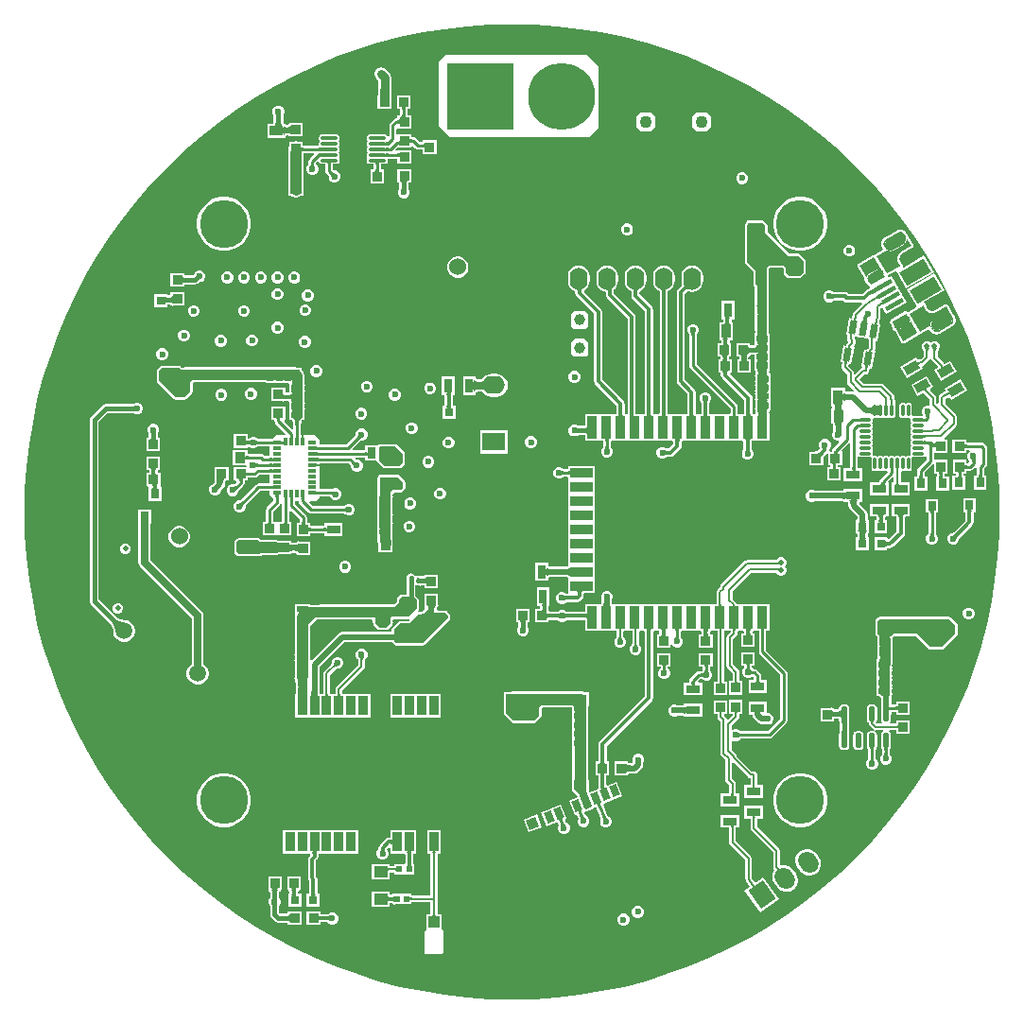
<source format=gtl>
G04*
G04 #@! TF.GenerationSoftware,Altium Limited,Altium Designer,21.9.1 (22)*
G04*
G04 Layer_Physical_Order=1*
G04 Layer_Color=255*
%FSLAX25Y25*%
%MOIN*%
G70*
G04*
G04 #@! TF.SameCoordinates,BA265606-766D-4053-9833-5615DE46E1CD*
G04*
G04*
G04 #@! TF.FilePolarity,Positive*
G04*
G01*
G75*
%ADD21C,0.00800*%
%ADD22C,0.01000*%
%ADD23R,0.03347X0.03347*%
%ADD24R,0.03150X0.01181*%
%ADD25R,0.01181X0.03150*%
%ADD26R,0.01181X0.02756*%
%ADD27R,0.03150X0.03937*%
%ADD28R,0.03937X0.04134*%
%ADD29R,0.04134X0.08661*%
%ADD30R,0.12402X0.12402*%
G04:AMPARAMS|DCode=31|XSize=38.19mil|YSize=10.24mil|CornerRadius=1.28mil|HoleSize=0mil|Usage=FLASHONLY|Rotation=270.000|XOffset=0mil|YOffset=0mil|HoleType=Round|Shape=RoundedRectangle|*
%AMROUNDEDRECTD31*
21,1,0.03819,0.00768,0,0,270.0*
21,1,0.03563,0.01024,0,0,270.0*
1,1,0.00256,-0.00384,-0.01782*
1,1,0.00256,-0.00384,0.01782*
1,1,0.00256,0.00384,0.01782*
1,1,0.00256,0.00384,-0.01782*
%
%ADD31ROUNDEDRECTD31*%
G04:AMPARAMS|DCode=32|XSize=38.19mil|YSize=10.24mil|CornerRadius=1.28mil|HoleSize=0mil|Usage=FLASHONLY|Rotation=0.000|XOffset=0mil|YOffset=0mil|HoleType=Round|Shape=RoundedRectangle|*
%AMROUNDEDRECTD32*
21,1,0.03819,0.00768,0,0,0.0*
21,1,0.03563,0.01024,0,0,0.0*
1,1,0.00256,0.01782,-0.00384*
1,1,0.00256,-0.01782,-0.00384*
1,1,0.00256,-0.01782,0.00384*
1,1,0.00256,0.01782,0.00384*
%
%ADD32ROUNDEDRECTD32*%
%ADD33R,0.05000X0.04016*%
%ADD34R,0.02008X0.02008*%
G04:AMPARAMS|DCode=35|XSize=51.58mil|YSize=20.87mil|CornerRadius=5.22mil|HoleSize=0mil|Usage=FLASHONLY|Rotation=270.000|XOffset=0mil|YOffset=0mil|HoleType=Round|Shape=RoundedRectangle|*
%AMROUNDEDRECTD35*
21,1,0.05158,0.01043,0,0,270.0*
21,1,0.04114,0.02087,0,0,270.0*
1,1,0.01043,-0.00522,-0.02057*
1,1,0.01043,-0.00522,0.02057*
1,1,0.01043,0.00522,0.02057*
1,1,0.01043,0.00522,-0.02057*
%
%ADD35ROUNDEDRECTD35*%
%ADD36R,0.03543X0.07874*%
%ADD37R,0.07874X0.03543*%
%ADD38R,0.05236X0.05236*%
G04:AMPARAMS|DCode=39|XSize=57.87mil|YSize=11.02mil|CornerRadius=1.38mil|HoleSize=0mil|Usage=FLASHONLY|Rotation=180.000|XOffset=0mil|YOffset=0mil|HoleType=Round|Shape=RoundedRectangle|*
%AMROUNDEDRECTD39*
21,1,0.05787,0.00827,0,0,180.0*
21,1,0.05512,0.01102,0,0,180.0*
1,1,0.00276,-0.02756,0.00413*
1,1,0.00276,0.02756,0.00413*
1,1,0.00276,0.02756,-0.00413*
1,1,0.00276,-0.02756,-0.00413*
%
%ADD39ROUNDEDRECTD39*%
G04:AMPARAMS|DCode=40|XSize=15.75mil|YSize=68.9mil|CornerRadius=0mil|HoleSize=0mil|Usage=FLASHONLY|Rotation=120.000|XOffset=0mil|YOffset=0mil|HoleType=Round|Shape=Rectangle|*
%AMROTATEDRECTD40*
4,1,4,0.03377,0.01041,-0.02590,-0.02404,-0.03377,-0.01041,0.02590,0.02404,0.03377,0.01041,0.0*
%
%ADD40ROTATEDRECTD40*%

G04:AMPARAMS|DCode=41|XSize=54.13mil|YSize=98.43mil|CornerRadius=0mil|HoleSize=0mil|Usage=FLASHONLY|Rotation=120.000|XOffset=0mil|YOffset=0mil|HoleType=Round|Shape=Rectangle|*
%AMROTATEDRECTD41*
4,1,4,0.05615,0.00117,-0.02909,-0.04805,-0.05615,-0.00117,0.02909,0.04805,0.05615,0.00117,0.0*
%
%ADD41ROTATEDRECTD41*%

%ADD42R,0.01102X0.02047*%
%ADD43R,0.06693X0.16142*%
%ADD44R,0.03150X0.03150*%
%ADD45R,0.03937X0.02047*%
%ADD46R,0.02047X0.03937*%
%ADD47R,0.03543X0.05118*%
%ADD48R,0.05118X0.03543*%
%ADD49R,0.03740X0.03937*%
G04:AMPARAMS|DCode=50|XSize=35.43mil|YSize=66.93mil|CornerRadius=0mil|HoleSize=0mil|Usage=FLASHONLY|Rotation=22.000|XOffset=0mil|YOffset=0mil|HoleType=Round|Shape=Rectangle|*
%AMROTATEDRECTD50*
4,1,4,-0.00389,-0.03767,-0.02896,0.02439,0.00389,0.03767,0.02896,-0.02439,-0.00389,-0.03767,0.0*
%
%ADD50ROTATEDRECTD50*%

G04:AMPARAMS|DCode=51|XSize=39.37mil|YSize=33.47mil|CornerRadius=0mil|HoleSize=0mil|Usage=FLASHONLY|Rotation=22.000|XOffset=0mil|YOffset=0mil|HoleType=Round|Shape=Rectangle|*
%AMROTATEDRECTD51*
4,1,4,-0.01198,-0.02289,-0.02452,0.00814,0.01198,0.02289,0.02452,-0.00814,-0.01198,-0.02289,0.0*
%
%ADD51ROTATEDRECTD51*%

G04:AMPARAMS|DCode=52|XSize=44.49mil|YSize=55.12mil|CornerRadius=0mil|HoleSize=0mil|Usage=FLASHONLY|Rotation=22.000|XOffset=0mil|YOffset=0mil|HoleType=Round|Shape=Rectangle|*
%AMROTATEDRECTD52*
4,1,4,-0.01030,-0.03388,-0.03095,0.01722,0.01030,0.03388,0.03095,-0.01722,-0.01030,-0.03388,0.0*
%
%ADD52ROTATEDRECTD52*%

G04:AMPARAMS|DCode=53|XSize=25.59mil|YSize=39.37mil|CornerRadius=0mil|HoleSize=0mil|Usage=FLASHONLY|Rotation=22.000|XOffset=0mil|YOffset=0mil|HoleType=Round|Shape=Rectangle|*
%AMROTATEDRECTD53*
4,1,4,-0.00449,-0.02305,-0.01924,0.01346,0.00449,0.02305,0.01924,-0.01346,-0.00449,-0.02305,0.0*
%
%ADD53ROTATEDRECTD53*%

%ADD54P,0.05011X4X67.0*%
G04:AMPARAMS|DCode=55|XSize=47.24mil|YSize=23.62mil|CornerRadius=0mil|HoleSize=0mil|Usage=FLASHONLY|Rotation=79.000|XOffset=0mil|YOffset=0mil|HoleType=Round|Shape=Rectangle|*
%AMROTATEDRECTD55*
4,1,4,0.00709,-0.02544,-0.01610,-0.02093,-0.00709,0.02544,0.01610,0.02093,0.00709,-0.02544,0.0*
%
%ADD55ROTATEDRECTD55*%

%ADD56R,0.03150X0.03150*%
%ADD57O,0.06299X0.07874*%
%ADD58R,0.06299X0.07874*%
%ADD59R,0.05118X0.03150*%
%ADD60R,0.03150X0.05118*%
G04:AMPARAMS|DCode=61|XSize=31.5mil|YSize=51.18mil|CornerRadius=0mil|HoleSize=0mil|Usage=FLASHONLY|Rotation=300.000|XOffset=0mil|YOffset=0mil|HoleType=Round|Shape=Rectangle|*
%AMROTATEDRECTD61*
4,1,4,-0.03004,0.00084,0.01429,0.02643,0.03004,-0.00084,-0.01429,-0.02643,-0.03004,0.00084,0.0*
%
%ADD61ROTATEDRECTD61*%

%ADD62R,0.03347X0.03347*%
%ADD63R,0.01968X0.02362*%
%ADD64R,0.03347X0.07087*%
%ADD65R,0.02126X0.02362*%
%ADD66R,0.03150X0.03543*%
%ADD88R,0.03937X0.03937*%
%ADD114C,0.04331*%
%ADD116C,0.16929*%
%ADD126C,0.02362*%
%ADD127C,0.01300*%
%ADD128C,0.01200*%
%ADD129C,0.06000*%
%ADD130C,0.01500*%
%ADD131C,0.02500*%
%ADD132C,0.00700*%
%ADD133C,0.03500*%
%ADD134C,0.02000*%
%ADD135C,0.03000*%
%ADD136C,0.01800*%
%ADD137C,0.04000*%
%ADD138C,0.01400*%
%ADD139C,0.00900*%
%ADD140C,0.05937*%
%ADD141C,0.03937*%
%ADD142C,0.03000*%
G04:AMPARAMS|DCode=143|XSize=62.99mil|YSize=31.5mil|CornerRadius=0mil|HoleSize=0mil|Usage=FLASHONLY|Rotation=210.000|XOffset=0mil|YOffset=0mil|HoleType=Round|Shape=Round|*
%AMOVALD143*
21,1,0.03150,0.03150,0.00000,0.00000,210.0*
1,1,0.03150,0.01364,0.00787*
1,1,0.03150,-0.01364,-0.00787*
%
%ADD143OVALD143*%

G04:AMPARAMS|DCode=144|XSize=82.68mil|YSize=41.34mil|CornerRadius=0mil|HoleSize=0mil|Usage=FLASHONLY|Rotation=210.000|XOffset=0mil|YOffset=0mil|HoleType=Round|Shape=Round|*
%AMOVALD144*
21,1,0.04134,0.04134,0.00000,0.00000,210.0*
1,1,0.04134,0.01790,0.01034*
1,1,0.04134,-0.01790,-0.01034*
%
%ADD144OVALD144*%

G04:AMPARAMS|DCode=145|XSize=78.74mil|YSize=62.99mil|CornerRadius=0mil|HoleSize=0mil|Usage=FLASHONLY|Rotation=125.000|XOffset=0mil|YOffset=0mil|HoleType=Round|Shape=Round|*
%AMOVALD145*
21,1,0.01575,0.06299,0.00000,0.00000,125.0*
1,1,0.06299,0.00452,-0.00645*
1,1,0.06299,-0.00452,0.00645*
%
%ADD145OVALD145*%

G04:AMPARAMS|DCode=146|XSize=78.74mil|YSize=62.99mil|CornerRadius=0mil|HoleSize=0mil|Usage=FLASHONLY|Rotation=125.000|XOffset=0mil|YOffset=0mil|HoleType=Round|Shape=Rectangle|*
%AMROTATEDRECTD146*
4,1,4,0.04838,-0.01419,-0.00322,-0.05032,-0.04838,0.01419,0.00322,0.05032,0.04838,-0.01419,0.0*
%
%ADD146ROTATEDRECTD146*%

%ADD147R,0.07874X0.06299*%
%ADD148O,0.07874X0.06299*%
%ADD149C,0.23622*%
%ADD150R,0.23622X0.23622*%
%ADD151C,0.01968*%
G36*
X7940Y171741D02*
X15863Y171191D01*
X23752Y170275D01*
X31591Y168997D01*
X39362Y167358D01*
X47049Y165361D01*
X54636Y163012D01*
X62106Y160315D01*
X69444Y157275D01*
X76633Y153900D01*
X83659Y150197D01*
X90506Y146173D01*
X97161Y141837D01*
X103607Y137198D01*
X109833Y132267D01*
X115825Y127053D01*
X121569Y121569D01*
X127053Y115825D01*
X132267Y109833D01*
X137198Y103607D01*
X141837Y97161D01*
X146173Y90506D01*
X150197Y83659D01*
X153900Y76633D01*
X157275Y69444D01*
X160315Y62106D01*
X163012Y54636D01*
X165361Y47049D01*
X167358Y39362D01*
X168997Y31591D01*
X170275Y23752D01*
X171191Y15863D01*
X171741Y7940D01*
X171922Y96D01*
X171903Y0D01*
X171922Y-96D01*
X171741Y-7940D01*
X171191Y-15863D01*
X170275Y-23752D01*
X168997Y-31591D01*
X167358Y-39362D01*
X165361Y-47049D01*
X163012Y-54636D01*
X160315Y-62106D01*
X157275Y-69444D01*
X153900Y-76633D01*
X150197Y-83659D01*
X146173Y-90506D01*
X141837Y-97161D01*
X137198Y-103607D01*
X132267Y-109833D01*
X127053Y-115825D01*
X121569Y-121569D01*
X115825Y-127053D01*
X109833Y-132267D01*
X103607Y-137198D01*
X97161Y-141837D01*
X90506Y-146173D01*
X83659Y-150197D01*
X76633Y-153900D01*
X69444Y-157275D01*
X62106Y-160315D01*
X54636Y-163012D01*
X47049Y-165361D01*
X39362Y-167358D01*
X31591Y-168997D01*
X23752Y-170275D01*
X15863Y-171191D01*
X7940Y-171741D01*
X96Y-171922D01*
X0Y-171903D01*
X-96Y-171922D01*
X-7940Y-171741D01*
X-15863Y-171191D01*
X-23752Y-170275D01*
X-31591Y-168997D01*
X-39362Y-167358D01*
X-47049Y-165361D01*
X-54636Y-163012D01*
X-62106Y-160315D01*
X-69444Y-157275D01*
X-76633Y-153900D01*
X-83659Y-150197D01*
X-90506Y-146173D01*
X-97161Y-141837D01*
X-103607Y-137198D01*
X-109833Y-132267D01*
X-115825Y-127053D01*
X-121569Y-121569D01*
X-127053Y-115825D01*
X-132267Y-109833D01*
X-137198Y-103607D01*
X-141837Y-97161D01*
X-146173Y-90506D01*
X-150197Y-83659D01*
X-153900Y-76633D01*
X-157275Y-69444D01*
X-160315Y-62106D01*
X-163012Y-54636D01*
X-165361Y-47049D01*
X-167358Y-39362D01*
X-168997Y-31591D01*
X-170275Y-23752D01*
X-171191Y-15863D01*
X-171741Y-7940D01*
X-171922Y-96D01*
X-171903Y0D01*
X-171922Y96D01*
X-171741Y7940D01*
X-171191Y15863D01*
X-170275Y23752D01*
X-168997Y31591D01*
X-167358Y39362D01*
X-165361Y47049D01*
X-163012Y54636D01*
X-160315Y62106D01*
X-157275Y69444D01*
X-153900Y76633D01*
X-150197Y83659D01*
X-146173Y90506D01*
X-141837Y97161D01*
X-137198Y103607D01*
X-132267Y109833D01*
X-127053Y115825D01*
X-121569Y121569D01*
X-115825Y127053D01*
X-109833Y132267D01*
X-103607Y137198D01*
X-97161Y141837D01*
X-90506Y146173D01*
X-83659Y150197D01*
X-76633Y153900D01*
X-69444Y157275D01*
X-62106Y160315D01*
X-54636Y163012D01*
X-47049Y165361D01*
X-39362Y167358D01*
X-31591Y168997D01*
X-23752Y170275D01*
X-15863Y171191D01*
X-7940Y171741D01*
X-96Y171922D01*
X0Y171903D01*
X96Y171922D01*
X7940Y171741D01*
D02*
G37*
%LPC*%
G36*
X-46161Y156774D02*
X-47059Y156596D01*
X-47820Y156087D01*
X-48328Y155326D01*
X-48507Y154429D01*
X-48328Y153532D01*
X-47820Y152771D01*
X-47325Y152277D01*
Y147299D01*
X-47345Y146861D01*
X-47354D01*
Y146675D01*
X-47368Y146525D01*
X-47373Y146497D01*
X-47392Y146469D01*
X-47393Y146465D01*
X-47395Y146462D01*
X-47425Y146310D01*
X-47457Y146158D01*
X-47456Y146154D01*
X-47457Y146149D01*
X-47427Y145998D01*
X-47398Y145845D01*
X-47396Y145842D01*
X-47395Y145837D01*
X-47354Y145775D01*
Y142115D01*
X-42607D01*
Y144135D01*
X-42537Y144488D01*
X-42607Y144841D01*
Y145775D01*
X-42566Y145837D01*
X-42561Y145859D01*
X-42550Y145878D01*
X-42530Y146014D01*
X-42503Y146149D01*
X-42508Y146171D01*
X-42505Y146193D01*
X-42635Y148624D01*
Y153248D01*
X-42814Y154145D01*
X-43322Y154906D01*
X-44503Y156087D01*
X-45264Y156596D01*
X-46161Y156774D01*
D02*
G37*
G36*
X68504Y140945D02*
X64961D01*
X63386Y139370D01*
Y135827D01*
X64961Y134252D01*
X68504Y134252D01*
X70079Y135827D01*
Y139370D01*
X68504Y140945D01*
D02*
G37*
G36*
X48819D02*
X45276D01*
X43701Y139370D01*
Y135827D01*
X45276Y134252D01*
X48819Y134252D01*
X50394Y135827D01*
Y139370D01*
X48819Y140945D01*
D02*
G37*
G36*
X-35914Y146861D02*
X-40661D01*
Y142115D01*
X-39653D01*
X-39636Y142110D01*
X-39619Y142098D01*
X-39617Y142089D01*
X-39613Y142039D01*
Y140048D01*
X-39617Y139997D01*
X-39619Y139988D01*
X-39636Y139977D01*
X-39653Y139972D01*
X-40365D01*
Y138964D01*
X-40371Y138947D01*
X-40382Y138930D01*
X-40391Y138928D01*
X-40442Y138924D01*
X-40748D01*
X-41255Y138823D01*
X-41685Y138536D01*
X-42965Y137256D01*
X-43252Y136826D01*
X-43353Y136319D01*
Y132507D01*
X-43411Y132429D01*
X-43459Y132405D01*
X-43994Y132532D01*
X-44179Y132809D01*
X-44457Y132994D01*
X-44783Y133059D01*
X-50295D01*
X-50622Y132994D01*
X-50899Y132809D01*
X-51084Y132532D01*
X-51149Y132205D01*
Y131378D01*
X-51084Y131051D01*
X-50921Y130807D01*
X-51084Y130563D01*
X-51149Y130236D01*
Y129409D01*
X-51084Y129083D01*
X-50921Y128839D01*
X-51084Y128595D01*
X-51149Y128268D01*
Y127441D01*
X-51084Y127114D01*
X-50921Y126870D01*
X-51084Y126626D01*
X-51149Y126299D01*
Y125472D01*
X-51084Y125146D01*
X-50921Y124902D01*
X-51084Y124658D01*
X-51149Y124331D01*
Y123504D01*
X-51084Y123177D01*
X-50899Y122900D01*
X-50622Y122715D01*
X-50295Y122650D01*
X-48887D01*
X-48871Y122639D01*
X-48869Y122630D01*
X-48865Y122580D01*
Y120756D01*
X-48869Y120706D01*
X-48871Y120697D01*
X-48888Y120686D01*
X-48905Y120680D01*
X-49913D01*
Y115934D01*
X-45166D01*
Y120680D01*
X-46174D01*
X-46191Y120686D01*
X-46208Y120697D01*
X-46209Y120706D01*
X-46214Y120756D01*
Y122580D01*
X-46209Y122630D01*
X-46208Y122639D01*
X-46192Y122650D01*
X-44783D01*
X-44457Y122715D01*
X-44179Y122900D01*
X-43994Y123177D01*
X-43929Y123504D01*
Y124331D01*
X-43741Y124560D01*
X-40445D01*
X-40396Y124556D01*
X-40395Y124556D01*
X-40383Y124538D01*
X-40370Y124496D01*
X-40365Y124491D01*
Y122725D01*
X-35619D01*
Y127472D01*
X-39266D01*
X-39293Y127481D01*
X-39341Y127513D01*
X-39442Y127533D01*
X-39540Y127567D01*
X-39597Y127564D01*
X-39653Y127575D01*
X-39755Y127555D01*
X-39857Y127549D01*
X-39909Y127524D01*
X-39966Y127513D01*
X-40028Y127472D01*
X-40365D01*
Y127218D01*
X-40437Y127211D01*
X-40832D01*
X-41023Y127673D01*
X-40164Y128532D01*
X-40029D01*
X-39971Y128493D01*
X-39896Y128478D01*
X-39826Y128447D01*
X-39742Y128446D01*
X-39659Y128429D01*
X-39584Y128443D01*
X-39508Y128442D01*
X-39430Y128473D01*
X-39347Y128489D01*
X-39283Y128530D01*
X-39278Y128532D01*
X-35619D01*
Y129002D01*
X-35119Y129209D01*
X-34106Y128197D01*
X-33676Y127909D01*
X-33169Y127808D01*
X-31485D01*
X-31434Y127804D01*
X-31425Y127803D01*
X-31414Y127785D01*
X-31409Y127768D01*
Y126268D01*
X-26662D01*
Y131015D01*
X-31409D01*
Y130499D01*
X-31414Y130482D01*
X-31425Y130465D01*
X-31434Y130464D01*
X-31485Y130459D01*
X-32620D01*
X-34004Y131843D01*
X-34434Y132130D01*
X-34941Y132231D01*
X-35539D01*
X-35588Y132235D01*
X-35589Y132236D01*
X-35601Y132254D01*
X-35614Y132295D01*
X-35619Y132300D01*
Y133279D01*
X-40365D01*
X-40702Y133639D01*
Y134865D01*
X-40365Y135225D01*
X-35619D01*
Y139972D01*
X-36922D01*
X-36939Y139977D01*
X-36956Y139988D01*
X-36957Y139997D01*
X-36962Y140048D01*
Y142039D01*
X-36957Y142089D01*
X-36956Y142098D01*
X-36939Y142110D01*
X-36922Y142115D01*
X-35914D01*
Y146861D01*
D02*
G37*
G36*
X-81968Y143223D02*
X-82796D01*
X-83561Y142906D01*
X-84146Y142321D01*
X-84463Y141556D01*
Y140728D01*
X-84146Y139963D01*
X-84120Y139937D01*
X-84115Y139821D01*
Y137503D01*
X-84128Y137360D01*
X-84161Y137158D01*
X-84201Y137010D01*
X-84238Y136919D01*
X-84242Y136912D01*
X-84268Y136909D01*
X-84379Y136874D01*
X-84494Y136852D01*
X-84530Y136828D01*
X-84548Y136822D01*
X-86330D01*
Y131879D01*
X-80910D01*
X-80872Y131867D01*
X-80836Y131843D01*
X-80721Y131820D01*
X-80609Y131785D01*
X-80566Y131789D01*
X-80524Y131781D01*
X-80409Y131804D01*
X-80292Y131814D01*
X-80254Y131834D01*
X-80212Y131843D01*
X-80158Y131879D01*
X-79812D01*
Y132201D01*
X-79807Y132207D01*
X-79794Y132248D01*
X-79770Y132284D01*
X-79747Y132399D01*
X-79713Y132511D01*
X-79705Y132586D01*
X-79654Y132616D01*
X-79542Y132662D01*
X-79370Y132708D01*
X-79141Y132747D01*
X-79134Y132747D01*
X-78653Y132604D01*
Y132469D01*
X-78327D01*
X-78302Y132461D01*
X-78253Y132428D01*
X-78154Y132408D01*
X-78058Y132374D01*
X-77999Y132377D01*
X-77941Y132366D01*
X-77841Y132385D01*
X-77740Y132391D01*
X-77687Y132416D01*
X-77629Y132428D01*
X-77566Y132469D01*
X-73906D01*
Y137216D01*
X-77543D01*
X-77544Y137216D01*
X-77589Y137231D01*
X-77629Y137257D01*
X-77739Y137279D01*
X-77847Y137314D01*
X-77894Y137310D01*
X-77941Y137319D01*
X-78051Y137297D01*
X-78164Y137288D01*
X-78206Y137267D01*
X-78253Y137257D01*
X-78315Y137216D01*
X-78653D01*
Y136901D01*
X-78653Y136901D01*
X-78668Y136855D01*
X-78694Y136816D01*
X-78716Y136705D01*
X-78751Y136598D01*
X-78753Y136583D01*
X-78782Y136566D01*
X-78900Y136523D01*
X-79079Y136479D01*
X-79306Y136445D01*
X-79462Y136455D01*
X-79664Y136483D01*
X-79812Y136514D01*
Y136822D01*
X-80149D01*
X-80212Y136864D01*
X-80293Y136880D01*
X-80369Y136911D01*
X-80447Y136910D01*
X-80524Y136926D01*
X-80640Y137406D01*
X-80649Y137503D01*
Y139932D01*
X-80618Y139963D01*
X-80301Y140728D01*
Y141556D01*
X-80618Y142321D01*
X-81203Y142906D01*
X-81968Y143223D01*
D02*
G37*
G36*
X26378Y161024D02*
X-23622D01*
X-25984Y158661D01*
Y136221D01*
X-22047Y132283D01*
X27165D01*
X30315Y135433D01*
Y157087D01*
X26378Y161024D01*
D02*
G37*
G36*
X-61713Y133059D02*
X-67224D01*
X-67551Y132994D01*
X-67828Y132809D01*
X-68014Y132532D01*
X-68079Y132205D01*
Y131378D01*
X-68014Y131051D01*
X-67851Y130807D01*
X-68014Y130563D01*
X-68079Y130236D01*
Y129409D01*
X-68267Y129180D01*
X-73827D01*
X-73875Y129184D01*
X-73877Y129184D01*
X-73889Y129202D01*
X-73901Y129244D01*
X-73906Y129249D01*
Y130523D01*
X-75241D01*
X-75285Y130552D01*
X-76279Y130750D01*
X-77275Y130552D01*
X-77318Y130523D01*
X-78653D01*
Y129188D01*
X-78682Y129145D01*
X-78879Y128150D01*
Y124573D01*
X-78897Y124116D01*
X-78908Y123996D01*
X-78917Y123941D01*
X-78945Y123860D01*
X-78942Y123803D01*
X-78953Y123748D01*
X-78933Y123646D01*
X-78927Y123542D01*
X-78902Y123491D01*
X-78891Y123436D01*
X-78879Y123418D01*
Y122054D01*
X-78891Y122037D01*
X-78894Y122024D01*
X-78900Y122013D01*
X-78925Y121869D01*
X-78953Y121725D01*
X-78951Y121712D01*
X-78953Y121699D01*
X-78924Y120772D01*
X-78945Y120710D01*
X-78942Y120654D01*
X-78953Y120598D01*
X-78933Y120496D01*
X-78927Y120393D01*
X-78912Y120361D01*
X-78879Y119323D01*
Y118905D01*
X-78891Y118887D01*
X-78894Y118875D01*
X-78900Y118864D01*
X-78925Y118719D01*
X-78953Y118575D01*
X-78951Y118562D01*
X-78953Y118550D01*
X-78924Y117622D01*
X-78945Y117561D01*
X-78942Y117504D01*
X-78953Y117449D01*
X-78933Y117347D01*
X-78927Y117243D01*
X-78912Y117211D01*
X-78879Y116173D01*
Y115754D01*
X-78892Y115735D01*
X-78896Y115715D01*
X-78907Y115697D01*
X-78926Y115559D01*
X-78953Y115423D01*
X-78949Y115403D01*
X-78952Y115382D01*
X-78908Y114547D01*
X-78917Y114492D01*
X-78945Y114411D01*
X-78942Y114355D01*
X-78953Y114299D01*
X-78933Y114197D01*
X-78927Y114093D01*
X-78902Y114042D01*
X-78891Y113987D01*
X-78879Y113969D01*
Y113386D01*
X-78850Y113235D01*
Y111564D01*
X-78129D01*
X-78118Y111547D01*
X-77275Y110984D01*
X-76279Y110786D01*
X-75285Y110984D01*
X-74441Y111547D01*
X-74430Y111564D01*
X-73513D01*
Y113916D01*
X-73505Y113935D01*
X-73471Y113987D01*
X-73452Y114084D01*
X-73418Y114176D01*
X-73421Y114238D01*
X-73409Y114299D01*
X-73428Y114396D01*
X-73433Y114495D01*
X-73459Y114550D01*
X-73471Y114611D01*
X-73513Y114673D01*
Y115079D01*
X-73497Y115100D01*
X-73494Y115115D01*
X-73485Y115128D01*
X-73458Y115269D01*
X-73425Y115410D01*
X-73427Y115425D01*
X-73424Y115440D01*
X-73453Y115582D01*
X-73476Y115724D01*
X-73484Y115737D01*
X-73487Y115752D01*
X-73513Y115789D01*
Y117065D01*
X-73505Y117085D01*
X-73471Y117137D01*
X-73452Y117233D01*
X-73418Y117326D01*
X-73421Y117388D01*
X-73409Y117449D01*
X-73428Y117545D01*
X-73433Y117644D01*
X-73459Y117700D01*
X-73471Y117761D01*
X-73513Y117823D01*
Y118201D01*
X-73471Y118263D01*
X-73459Y118324D01*
X-73433Y118379D01*
X-73428Y118478D01*
X-73409Y118575D01*
X-73421Y118636D01*
X-73418Y118698D01*
X-73452Y118790D01*
X-73471Y118887D01*
X-73505Y118939D01*
X-73513Y118958D01*
Y120215D01*
X-73505Y120235D01*
X-73471Y120286D01*
X-73452Y120383D01*
X-73418Y120476D01*
X-73421Y120537D01*
X-73409Y120598D01*
X-73428Y120695D01*
X-73433Y120794D01*
X-73459Y120850D01*
X-73471Y120910D01*
X-73513Y120973D01*
Y121350D01*
X-73471Y121412D01*
X-73459Y121473D01*
X-73433Y121529D01*
X-73428Y121628D01*
X-73409Y121725D01*
X-73421Y121785D01*
X-73418Y121847D01*
X-73452Y121940D01*
X-73471Y122037D01*
X-73505Y122088D01*
X-73513Y122108D01*
Y123364D01*
X-73505Y123384D01*
X-73471Y123436D01*
X-73452Y123532D01*
X-73418Y123625D01*
X-73421Y123687D01*
X-73409Y123748D01*
X-73428Y123845D01*
X-73433Y123943D01*
X-73459Y123999D01*
X-73471Y124060D01*
X-73513Y124122D01*
Y124460D01*
X-73586D01*
X-73677Y126029D01*
X-73596Y126529D01*
X-69995D01*
X-69804Y126067D01*
X-71311Y124559D01*
X-71599Y124129D01*
X-71700Y123622D01*
Y122722D01*
X-71701Y122704D01*
X-71715Y122620D01*
X-71733Y122539D01*
X-71758Y122460D01*
X-71778Y122405D01*
X-72138Y122045D01*
X-72455Y121280D01*
Y120452D01*
X-72138Y119687D01*
X-71553Y119102D01*
X-70788Y118785D01*
X-69960D01*
X-69195Y119102D01*
X-68610Y119687D01*
X-68293Y120452D01*
Y121280D01*
X-68610Y122045D01*
X-68970Y122405D01*
X-68990Y122460D01*
X-69015Y122539D01*
X-69033Y122620D01*
X-69047Y122704D01*
X-69049Y122722D01*
Y123073D01*
X-68533Y123589D01*
X-68051Y123364D01*
X-68014Y123177D01*
X-67828Y122900D01*
X-67551Y122715D01*
X-67224Y122650D01*
X-65816D01*
X-65800Y122639D01*
X-65798Y122630D01*
X-65794Y122580D01*
Y120177D01*
X-65693Y119670D01*
X-65406Y119240D01*
X-64848Y118682D01*
X-64836Y118668D01*
X-64787Y118599D01*
X-64743Y118529D01*
X-64704Y118456D01*
X-64679Y118402D01*
Y117893D01*
X-64363Y117128D01*
X-63777Y116543D01*
X-63012Y116226D01*
X-62185D01*
X-61420Y116543D01*
X-60834Y117128D01*
X-60517Y117893D01*
Y118721D01*
X-60834Y119486D01*
X-61420Y120071D01*
X-62185Y120388D01*
X-62694D01*
X-62747Y120412D01*
X-62820Y120451D01*
X-62891Y120495D01*
X-62959Y120545D01*
X-62973Y120556D01*
X-63143Y120726D01*
Y122580D01*
X-63139Y122630D01*
X-63137Y122639D01*
X-63121Y122650D01*
X-61713D01*
X-61386Y122715D01*
X-61109Y122900D01*
X-60923Y123177D01*
X-60858Y123504D01*
Y124331D01*
X-60923Y124658D01*
X-61086Y124902D01*
X-60923Y125146D01*
X-60858Y125472D01*
Y126299D01*
X-60923Y126626D01*
X-61086Y126870D01*
X-60923Y127114D01*
X-60858Y127441D01*
Y128268D01*
X-60923Y128595D01*
X-61086Y128839D01*
X-60923Y129083D01*
X-60858Y129409D01*
Y130236D01*
X-60923Y130563D01*
X-61086Y130807D01*
X-60923Y131051D01*
X-60858Y131378D01*
Y132205D01*
X-60923Y132532D01*
X-61109Y132809D01*
X-61386Y132994D01*
X-61713Y133059D01*
D02*
G37*
G36*
X81516Y119798D02*
X80688D01*
X79923Y119481D01*
X79338Y118895D01*
X79021Y118131D01*
Y117303D01*
X79338Y116538D01*
X79923Y115952D01*
X80688Y115635D01*
X81516D01*
X82281Y115952D01*
X82867Y116538D01*
X83183Y117303D01*
Y118131D01*
X82867Y118895D01*
X82281Y119481D01*
X81516Y119798D01*
D02*
G37*
G36*
X-35619Y120779D02*
X-40365D01*
Y117117D01*
X-40369Y117105D01*
X-40393Y117068D01*
X-40416Y116954D01*
X-40451Y116842D01*
X-40447Y116799D01*
X-40455Y116756D01*
X-40433Y116642D01*
X-40422Y116525D01*
X-40402Y116487D01*
X-40393Y116444D01*
X-40365Y116402D01*
Y116032D01*
X-40005D01*
X-39988Y116027D01*
X-39952Y116003D01*
X-39837Y115980D01*
X-39790Y115965D01*
X-39785Y115952D01*
X-39755Y115843D01*
X-39730Y115686D01*
X-39720Y115578D01*
Y114100D01*
X-39733Y113998D01*
X-39904Y113827D01*
X-40221Y113062D01*
Y112234D01*
X-39904Y111469D01*
X-39319Y110883D01*
X-38554Y110566D01*
X-37726D01*
X-36961Y110883D01*
X-36375Y111469D01*
X-36059Y112234D01*
Y113062D01*
X-36375Y113827D01*
X-36548Y113999D01*
X-36559Y114167D01*
Y115578D01*
X-36550Y115686D01*
X-36524Y115843D01*
X-36495Y115952D01*
X-36490Y115965D01*
X-36442Y115980D01*
X-36328Y116003D01*
X-36291Y116027D01*
X-36274Y116032D01*
X-35619D01*
Y120779D01*
D02*
G37*
G36*
X136913Y99526D02*
X136891Y99522D01*
X136870Y99526D01*
X136784Y99523D01*
X136762Y99519D01*
X136741Y99521D01*
X136655Y99514D01*
X136634Y99508D01*
X136612Y99510D01*
X136526Y99498D01*
X136506Y99492D01*
X136484Y99492D01*
X136399Y99476D01*
X136379Y99468D01*
X136357Y99467D01*
X136273Y99447D01*
X136253Y99438D01*
X136232Y99436D01*
X136149Y99411D01*
X136130Y99401D01*
X136108Y99398D01*
X136027Y99369D01*
X136008Y99358D01*
X135987Y99354D01*
X135907Y99321D01*
X135889Y99309D01*
X135868Y99303D01*
X135790Y99266D01*
X135772Y99253D01*
X135751Y99247D01*
X135675Y99205D01*
X135667Y99199D01*
X135657Y99195D01*
X131361Y96715D01*
X131353Y96708D01*
X131342Y96704D01*
X131269Y96659D01*
X131253Y96644D01*
X131233Y96635D01*
X131161Y96586D01*
X131146Y96571D01*
X131127Y96561D01*
X131058Y96509D01*
X131044Y96492D01*
X131025Y96482D01*
X130959Y96425D01*
X130946Y96408D01*
X130927Y96397D01*
X130865Y96337D01*
X130852Y96320D01*
X130835Y96307D01*
X130775Y96244D01*
X130763Y96226D01*
X130746Y96213D01*
X130690Y96147D01*
X130680Y96128D01*
X130663Y96114D01*
X130611Y96045D01*
X130601Y96025D01*
X130585Y96010D01*
X130536Y95939D01*
X130528Y95919D01*
X130513Y95903D01*
X130468Y95829D01*
X130460Y95809D01*
X130447Y95792D01*
X130405Y95716D01*
X130399Y95696D01*
X130386Y95678D01*
X130349Y95600D01*
X130343Y95579D01*
X130331Y95561D01*
X130298Y95481D01*
X130294Y95460D01*
X130283Y95441D01*
X130254Y95360D01*
X130251Y95338D01*
X130241Y95319D01*
X130216Y95236D01*
X130214Y95214D01*
X130205Y95195D01*
X130185Y95110D01*
X130184Y95089D01*
X130176Y95069D01*
X130160Y94984D01*
X130160Y94962D01*
X130154Y94942D01*
X130142Y94856D01*
X130144Y94834D01*
X130138Y94813D01*
X130131Y94727D01*
X130133Y94705D01*
X130129Y94684D01*
X130126Y94598D01*
X130130Y94576D01*
X130126Y94555D01*
X130129Y94468D01*
X130133Y94447D01*
X130131Y94426D01*
X130138Y94340D01*
X130144Y94319D01*
X130142Y94297D01*
X130154Y94211D01*
X130160Y94191D01*
X130160Y94169D01*
X130176Y94084D01*
X130184Y94064D01*
X130185Y94042D01*
X130205Y93958D01*
X130214Y93938D01*
X130216Y93917D01*
X130241Y93834D01*
X130251Y93814D01*
X130254Y93793D01*
X130283Y93712D01*
X130294Y93693D01*
X130298Y93672D01*
X130331Y93592D01*
X130343Y93574D01*
X130349Y93553D01*
X130386Y93474D01*
X130399Y93457D01*
X130405Y93436D01*
X130447Y93360D01*
X130454Y93352D01*
X130457Y93342D01*
X130513Y93245D01*
X130516Y93224D01*
X130804Y92529D01*
X128022Y90923D01*
X127783Y90713D01*
X127687Y90519D01*
X127471Y90533D01*
X127170Y90431D01*
X127170Y90431D01*
X122192Y87557D01*
X121952Y87347D01*
X121812Y87062D01*
X121791Y86744D01*
X121893Y86443D01*
X124152Y82530D01*
X124127Y82142D01*
X124443Y81209D01*
X125092Y80469D01*
X125441Y80297D01*
X125830Y79623D01*
X126040Y79384D01*
X126104Y79353D01*
X126135Y78793D01*
X124851Y78052D01*
X124706Y77925D01*
X124545Y77817D01*
X123548Y76820D01*
X118571D01*
X118361Y77030D01*
X117882Y77350D01*
X117316Y77463D01*
X113488D01*
X113377Y77472D01*
X113293Y77484D01*
X113244Y77494D01*
X112990Y77749D01*
X112225Y78065D01*
X111397D01*
X110632Y77749D01*
X110047Y77163D01*
X109730Y76398D01*
Y75570D01*
X110047Y74805D01*
X110632Y74220D01*
X111397Y73903D01*
X112225D01*
X112990Y74220D01*
X113244Y74474D01*
X113293Y74484D01*
X113377Y74497D01*
X113488Y74506D01*
X116704D01*
X116913Y74296D01*
X117393Y73976D01*
X117959Y73863D01*
X123225D01*
X123416Y73401D01*
X120332Y70317D01*
X120267Y70219D01*
X120184Y70135D01*
X120141Y70031D01*
X120078Y69937D01*
X120055Y69821D01*
X120010Y69712D01*
X119733Y68283D01*
X118840Y68457D01*
X117671Y62445D01*
X118122Y62357D01*
X118190Y62256D01*
Y61047D01*
X118279Y60598D01*
X118533Y60217D01*
X118641Y60110D01*
Y59871D01*
X118069Y59299D01*
X118012Y59213D01*
X117937Y59142D01*
X117886Y59025D01*
X117815Y58918D01*
X117795Y58817D01*
X117753Y58723D01*
X117736Y58644D01*
X116962Y58795D01*
X115793Y52783D01*
X116435Y52658D01*
X116172Y51306D01*
X116172Y51193D01*
X116150Y51083D01*
X116173Y50967D01*
X116174Y50849D01*
X116218Y50745D01*
X116240Y50634D01*
X116305Y50536D01*
X116351Y50427D01*
X116431Y50347D01*
X116494Y50254D01*
X118165Y48583D01*
Y45716D01*
X118254Y45267D01*
X118508Y44887D01*
X120603Y42792D01*
X120357Y42331D01*
X120079Y42386D01*
X118264D01*
X118098Y42401D01*
X117867Y42439D01*
X117693Y42486D01*
X117579Y42532D01*
X117527Y42564D01*
X117519Y42637D01*
X117485Y42749D01*
X117462Y42863D01*
X117438Y42900D01*
X117432Y42917D01*
Y43810D01*
X112489D01*
Y38396D01*
X112477Y38361D01*
X112447Y38316D01*
X112427Y38212D01*
X112392Y38110D01*
X112396Y38057D01*
X112385Y38004D01*
X112406Y37899D01*
X112413Y37793D01*
X112437Y37745D01*
X112447Y37692D01*
X112489Y37630D01*
Y37292D01*
X112753D01*
X112957Y36910D01*
X112898Y36757D01*
X112746Y36487D01*
X112475D01*
Y36150D01*
X112433Y36088D01*
X112423Y36036D01*
X112399Y35989D01*
X112392Y35881D01*
X112371Y35775D01*
X112381Y35724D01*
X112378Y35671D01*
X112412Y35569D01*
X112433Y35463D01*
X112462Y35419D01*
X112475Y35383D01*
Y32255D01*
X112462Y32218D01*
X112433Y32175D01*
X112412Y32069D01*
X112378Y31967D01*
X112381Y31914D01*
X112371Y31862D01*
X112392Y31757D01*
X112399Y31649D01*
X112423Y31602D01*
X112433Y31550D01*
X112475Y31488D01*
Y31150D01*
X112794D01*
X112831Y31138D01*
X112875Y31109D01*
X112980Y31088D01*
X113033Y31070D01*
X113043Y31050D01*
X113085Y30925D01*
X113123Y30753D01*
X113168Y30313D01*
Y28275D01*
X112880Y27579D01*
Y26751D01*
X113196Y25986D01*
X113782Y25401D01*
X114547Y25084D01*
X115022D01*
X115229Y24584D01*
X113067Y22422D01*
X112780Y21992D01*
X112679Y21485D01*
Y21271D01*
X112045D01*
X111727Y21657D01*
X111766Y21851D01*
Y22209D01*
X112001Y22443D01*
X112317Y23208D01*
Y24036D01*
X112001Y24801D01*
X111415Y25386D01*
X110650Y25703D01*
X109822D01*
X109057Y25386D01*
X108472Y24801D01*
X108155Y24036D01*
Y23208D01*
X108472Y22443D01*
X108569Y22346D01*
X108103Y21880D01*
X107855Y21649D01*
X107651Y21485D01*
X107474Y21362D01*
X107339Y21284D01*
X107316Y21274D01*
X107277Y21301D01*
X107213Y21313D01*
X107154Y21340D01*
X107058Y21344D01*
X106965Y21362D01*
X106901Y21350D01*
X106836Y21352D01*
X106746Y21319D01*
X106653Y21301D01*
X106608Y21271D01*
X104910D01*
Y16524D01*
X109657D01*
Y18223D01*
X109686Y18267D01*
X109705Y18360D01*
X109738Y18450D01*
X109736Y18515D01*
X109748Y18579D01*
X109730Y18673D01*
X109726Y18768D01*
X109699Y18827D01*
X109686Y18891D01*
X109660Y18930D01*
X109670Y18953D01*
X109747Y19088D01*
X109865Y19256D01*
X110203Y19654D01*
X111103Y20554D01*
X111603Y20347D01*
Y16524D01*
X112188D01*
X112193Y16520D01*
X112235Y16507D01*
X112253Y16495D01*
X112253Y16493D01*
X112257Y16445D01*
Y15835D01*
X112253Y15785D01*
X112251Y15776D01*
X112234Y15764D01*
X112217Y15759D01*
X111209D01*
Y11013D01*
X115956D01*
Y15759D01*
X114948D01*
X114931Y15764D01*
X114914Y15776D01*
X114913Y15785D01*
X114908Y15835D01*
Y16445D01*
X114912Y16493D01*
X114913Y16495D01*
X114931Y16507D01*
X114972Y16520D01*
X114978Y16524D01*
X116350D01*
Y21271D01*
X116318D01*
X116127Y21733D01*
X118647Y24253D01*
X119147Y24046D01*
Y15540D01*
X119143Y15489D01*
X119141Y15481D01*
X119124Y15469D01*
X119107Y15464D01*
X116820D01*
Y10914D01*
X123338D01*
Y15464D01*
X121838D01*
X121821Y15469D01*
X121804Y15481D01*
X121802Y15489D01*
X121798Y15540D01*
Y19319D01*
X121804Y19325D01*
X122298Y19540D01*
X122409Y19466D01*
X122732Y19402D01*
X126295D01*
X126710Y18986D01*
Y15423D01*
X126775Y15100D01*
X126958Y14826D01*
X127232Y14643D01*
X127555Y14579D01*
X128322D01*
X128646Y14643D01*
X128919Y14826D01*
X128926D01*
X129200Y14643D01*
X129523Y14579D01*
X130291D01*
X130614Y14643D01*
X130888Y14826D01*
X130895D01*
X131169Y14643D01*
X131492Y14579D01*
X132148D01*
X132318Y14312D01*
X132367Y14091D01*
X129807Y11531D01*
X129531Y11118D01*
X129434Y10630D01*
Y10346D01*
X129434Y10346D01*
X126268D01*
Y5796D01*
X132787D01*
Y10346D01*
X132787D01*
X132623Y10741D01*
X134127Y12246D01*
X134589Y12055D01*
Y10346D01*
X133749D01*
Y5796D01*
X140267D01*
Y10346D01*
X137036D01*
Y14141D01*
X137397Y14579D01*
X138165D01*
X138488Y14643D01*
X138762Y14826D01*
X138769D01*
X139043Y14643D01*
X139366Y14579D01*
X140133D01*
X140456Y14643D01*
X140730Y14826D01*
X140913Y15100D01*
X140978Y15423D01*
Y18986D01*
X141393Y19402D01*
X144956D01*
X145279Y19466D01*
X145553Y19649D01*
X146123Y19607D01*
X146206Y19548D01*
Y18481D01*
X143193Y15468D01*
X142917Y15055D01*
X142820Y14567D01*
Y12575D01*
X142820Y12574D01*
X141977D01*
Y7631D01*
X146527D01*
Y12574D01*
X145369D01*
X145369Y12575D01*
Y14039D01*
X148268Y16939D01*
X148715Y16796D01*
X148768Y16755D01*
Y13586D01*
X149776D01*
X149793Y13580D01*
X149810Y13569D01*
X149812Y13560D01*
X149816Y13510D01*
Y12645D01*
X149812Y12600D01*
X149811Y12588D01*
X149776Y12577D01*
X149773Y12574D01*
X149458D01*
Y12238D01*
X149418Y12179D01*
X149408Y12132D01*
X149386Y12089D01*
X149376Y11977D01*
X149354Y11867D01*
X149363Y11820D01*
X149359Y11772D01*
X149393Y11665D01*
X149414Y11555D01*
X149441Y11515D01*
X149455Y11469D01*
X149458Y11466D01*
Y7631D01*
X154007D01*
Y12574D01*
X152505D01*
X152495Y12578D01*
X152473Y12592D01*
X152472Y12601D01*
X152467Y12651D01*
Y13510D01*
X152472Y13560D01*
X152473Y13569D01*
X152490Y13580D01*
X152507Y13586D01*
X153515D01*
Y18332D01*
X148768Y18332D01*
X148755Y18827D01*
Y20855D01*
X153358D01*
Y25602D01*
X152568D01*
X152361Y26102D01*
X156557Y30297D01*
X156811Y30678D01*
X156900Y31126D01*
Y33446D01*
X156811Y33895D01*
X156557Y34275D01*
X152686Y38145D01*
Y39699D01*
X154319Y40641D01*
X154910Y39618D01*
X160554Y42877D01*
X158280Y46817D01*
X152635Y43558D01*
X153146Y42672D01*
X150928Y41392D01*
X150812Y41290D01*
X150685Y41205D01*
X150642Y41141D01*
X150584Y41090D01*
X150516Y40952D01*
X150431Y40825D01*
X150416Y40749D01*
X150381Y40680D01*
X150371Y40527D01*
X150341Y40376D01*
Y38427D01*
X149850Y38207D01*
X149583Y38415D01*
Y40211D01*
X149494Y40660D01*
X149239Y41040D01*
X147423Y42857D01*
X147488Y43352D01*
X148586Y43986D01*
X146311Y47926D01*
X140666Y44667D01*
X142941Y40727D01*
X144968Y41898D01*
X144992Y41903D01*
X145033Y41901D01*
X145054Y41908D01*
X145059Y41904D01*
X147238Y39725D01*
Y37903D01*
X146991Y37642D01*
X146783Y37514D01*
X146043D01*
X145278Y37197D01*
X144692Y36612D01*
X144376Y35847D01*
Y35019D01*
X144692Y34254D01*
X144461Y33778D01*
X143187D01*
X142679Y33677D01*
X142667Y33669D01*
X141393D01*
X140978Y34085D01*
Y37648D01*
X140913Y37971D01*
X140730Y38245D01*
X140456Y38427D01*
X140133Y38492D01*
X139366D01*
X139043Y38427D01*
X138769Y38245D01*
X138762D01*
X138488Y38427D01*
X138165Y38492D01*
X137397D01*
X137074Y38427D01*
X136800Y38245D01*
X136617Y37971D01*
X136553Y37648D01*
Y34085D01*
X136617Y33762D01*
X136800Y33488D01*
X137074Y33305D01*
X137397Y33240D01*
X138165D01*
X138488Y33305D01*
X138762Y33488D01*
X138769D01*
X139043Y33305D01*
X139366Y33240D01*
X140133D01*
X140549Y32825D01*
Y32057D01*
X140613Y31734D01*
X140796Y31460D01*
Y31453D01*
X140613Y31179D01*
X140549Y30856D01*
Y30088D01*
X140613Y29765D01*
X140796Y29492D01*
Y29485D01*
X140613Y29211D01*
X140549Y28888D01*
Y28120D01*
X140613Y27797D01*
X140796Y27523D01*
Y27516D01*
X140613Y27242D01*
X140549Y26919D01*
Y26151D01*
X140613Y25828D01*
X140796Y25555D01*
Y25548D01*
X140613Y25274D01*
X140549Y24951D01*
Y24183D01*
X140613Y23860D01*
X140796Y23586D01*
Y23579D01*
X140613Y23305D01*
X140549Y22982D01*
Y22215D01*
X140613Y21892D01*
X140796Y21618D01*
Y21611D01*
X140613Y21337D01*
X140549Y21014D01*
Y20246D01*
X140133Y19830D01*
X139366D01*
X139043Y19766D01*
X138769Y19583D01*
X138762D01*
X138488Y19766D01*
X138165Y19830D01*
X137397D01*
X137074Y19766D01*
X136800Y19583D01*
X136793D01*
X136520Y19766D01*
X136196Y19830D01*
X135429D01*
X135106Y19766D01*
X134832Y19583D01*
X134825D01*
X134551Y19766D01*
X134228Y19830D01*
X133460D01*
X133137Y19766D01*
X132863Y19583D01*
X132856D01*
X132582Y19766D01*
X132259Y19830D01*
X131492D01*
X131169Y19766D01*
X130895Y19583D01*
X130888D01*
X130614Y19766D01*
X130291Y19830D01*
X129523D01*
X129200Y19766D01*
X128926Y19583D01*
X128919D01*
X128646Y19766D01*
X128322Y19830D01*
X127555D01*
X127139Y20246D01*
Y21014D01*
X127075Y21337D01*
X126892Y21611D01*
Y21618D01*
X127075Y21892D01*
X127139Y22215D01*
Y22982D01*
X127075Y23305D01*
X126892Y23579D01*
Y23586D01*
X127075Y23860D01*
X127139Y24183D01*
Y24951D01*
X127075Y25274D01*
X126892Y25548D01*
Y25555D01*
X127075Y25828D01*
X127139Y26151D01*
Y26919D01*
X127075Y27242D01*
X126892Y27516D01*
Y27523D01*
X127075Y27797D01*
X127139Y28120D01*
Y28888D01*
X127075Y29211D01*
X126892Y29485D01*
Y29492D01*
X127075Y29765D01*
X127139Y30088D01*
Y30856D01*
X127075Y31179D01*
X126892Y31453D01*
Y31460D01*
X127075Y31734D01*
X127139Y32057D01*
Y32736D01*
X127185Y32842D01*
X127339Y33026D01*
X127538Y33183D01*
X127656Y33218D01*
X127769Y33240D01*
X128322D01*
X128646Y33305D01*
X128842Y33436D01*
X129003D01*
X129200Y33305D01*
X129523Y33240D01*
X130291D01*
X130614Y33305D01*
X130888Y33488D01*
X130895D01*
X131169Y33305D01*
X131492Y33240D01*
X132259D01*
X132582Y33305D01*
X132856Y33488D01*
X132863D01*
X133137Y33305D01*
X133460Y33240D01*
X134228D01*
X134551Y33305D01*
X134825Y33488D01*
X135008Y33762D01*
X135072Y34085D01*
Y37433D01*
X135082Y37481D01*
X135107Y37534D01*
X135112Y37636D01*
X135132Y37736D01*
X135121Y37793D01*
X135124Y37852D01*
X135090Y37948D01*
X135070Y38048D01*
X135043Y38089D01*
X135031Y38279D01*
Y39469D01*
X134941Y39917D01*
X134762Y40185D01*
Y40753D01*
X134673Y41201D01*
X134419Y41582D01*
X131050Y44950D01*
X130670Y45204D01*
X130221Y45294D01*
X123822D01*
X122406Y46710D01*
X124178Y48483D01*
X124666D01*
X124782Y48506D01*
X124899Y48506D01*
X125004Y48550D01*
X125114Y48572D01*
X125213Y48638D01*
X125321Y48683D01*
X125401Y48763D01*
X125495Y48826D01*
X125560Y48924D01*
X125644Y49008D01*
X125686Y49113D01*
X125749Y49207D01*
X125772Y49322D01*
X125817Y49432D01*
X126079Y50784D01*
X126829Y50638D01*
X127998Y56650D01*
X127998Y56650D01*
X127978Y57163D01*
X128042Y57485D01*
Y60036D01*
X128428Y60354D01*
X128707Y60299D01*
X129876Y66311D01*
X129378Y66408D01*
X129891Y69051D01*
X129891Y69163D01*
X129913Y69274D01*
Y71831D01*
X130324Y72112D01*
X130619Y72033D01*
X130869Y71600D01*
X131898Y69817D01*
X139077Y73962D01*
X137840Y76105D01*
X137590Y76538D01*
X137340Y76971D01*
X136560Y78321D01*
X136310Y78754D01*
X136060Y79187D01*
X135031Y80971D01*
X135031D01*
X133751Y83187D01*
X132995Y82750D01*
X132655Y82891D01*
X132510Y83030D01*
X132557Y83361D01*
X135063Y84808D01*
X135654Y84572D01*
X138939Y78882D01*
X148675Y84504D01*
X145268Y90404D01*
X138174Y86308D01*
X137801Y86637D01*
X137786Y86654D01*
X137788Y86657D01*
X137798Y86812D01*
X137810Y86967D01*
X137809Y86971D01*
X137809Y86975D01*
X137759Y87122D01*
X137710Y87270D01*
X137708Y87272D01*
X137707Y87276D01*
X137604Y87393D01*
X137503Y87511D01*
X137388Y87600D01*
X137285Y87692D01*
X137188Y87789D01*
X137098Y87892D01*
X137015Y88001D01*
X136938Y88114D01*
X136870Y88233D01*
X136809Y88355D01*
X136755Y88481D01*
X136711Y88610D01*
X136674Y88742D01*
X136646Y88876D01*
X136626Y89012D01*
X136616Y89148D01*
X136614Y89285D01*
X136620Y89422D01*
X136636Y89558D01*
X136660Y89693D01*
X136693Y89825D01*
X136734Y89956D01*
X136783Y90083D01*
X136841Y90208D01*
X136906Y90328D01*
X136979Y90444D01*
X137059Y90555D01*
X137146Y90660D01*
X137240Y90760D01*
X137340Y90854D01*
X137444Y90940D01*
X137558Y91022D01*
X141103Y93068D01*
X141343Y93278D01*
X141483Y93564D01*
X141504Y93881D01*
X141402Y94183D01*
X139879Y96820D01*
X139877Y96840D01*
X139578Y97562D01*
X139102Y98182D01*
X139086Y98194D01*
X139030Y98291D01*
X139023Y98299D01*
X139019Y98310D01*
X138974Y98383D01*
X138959Y98399D01*
X138951Y98419D01*
X138901Y98490D01*
X138886Y98506D01*
X138876Y98525D01*
X138823Y98594D01*
X138807Y98608D01*
X138797Y98627D01*
X138740Y98693D01*
X138724Y98706D01*
X138712Y98725D01*
X138652Y98787D01*
X138635Y98800D01*
X138622Y98818D01*
X138559Y98877D01*
X138541Y98889D01*
X138528Y98906D01*
X138462Y98962D01*
X138443Y98972D01*
X138429Y98989D01*
X138360Y99041D01*
X138340Y99051D01*
X138325Y99067D01*
X138254Y99116D01*
X138234Y99124D01*
X138218Y99139D01*
X138145Y99184D01*
X138124Y99192D01*
X138107Y99205D01*
X138031Y99247D01*
X138011Y99253D01*
X137993Y99266D01*
X137915Y99303D01*
X137894Y99309D01*
X137876Y99321D01*
X137796Y99354D01*
X137775Y99358D01*
X137756Y99369D01*
X137675Y99398D01*
X137653Y99401D01*
X137634Y99411D01*
X137551Y99436D01*
X137530Y99438D01*
X137510Y99447D01*
X137426Y99467D01*
X137404Y99468D01*
X137384Y99476D01*
X137299Y99492D01*
X137277Y99492D01*
X137257Y99498D01*
X137171Y99510D01*
X137149Y99508D01*
X137128Y99514D01*
X137042Y99521D01*
X137020Y99519D01*
X136999Y99523D01*
X136913Y99526D01*
D02*
G37*
G36*
X40965Y101687D02*
X40137D01*
X39372Y101371D01*
X38787Y100785D01*
X38470Y100020D01*
Y99192D01*
X38787Y98427D01*
X39372Y97842D01*
X40137Y97525D01*
X40965D01*
X41730Y97842D01*
X42315Y98427D01*
X42632Y99192D01*
Y100020D01*
X42315Y100785D01*
X41730Y101371D01*
X40965Y101687D01*
D02*
G37*
G36*
X-100680Y111076D02*
X-102544D01*
X-104373Y110713D01*
X-106095Y109999D01*
X-107645Y108963D01*
X-108963Y107645D01*
X-109999Y106095D01*
X-110713Y104373D01*
X-111076Y102544D01*
Y100680D01*
X-110713Y98851D01*
X-109999Y97129D01*
X-108963Y95578D01*
X-107645Y94260D01*
X-106095Y93224D01*
X-104373Y92511D01*
X-102544Y92147D01*
X-100680D01*
X-98851Y92511D01*
X-97129Y93224D01*
X-95578Y94260D01*
X-94260Y95578D01*
X-93224Y97129D01*
X-92511Y98851D01*
X-92147Y100680D01*
Y102544D01*
X-92511Y104373D01*
X-93224Y106095D01*
X-94260Y107645D01*
X-95578Y108963D01*
X-97129Y109999D01*
X-98851Y110713D01*
X-100680Y111076D01*
D02*
G37*
G36*
X102542Y111075D02*
X100678D01*
X98849Y110711D01*
X97127Y109998D01*
X95577Y108962D01*
X94259Y107643D01*
X93223Y106093D01*
X92509Y104371D01*
X92146Y102542D01*
Y100678D01*
X92509Y98849D01*
X93223Y97127D01*
X94259Y95577D01*
X95577Y94259D01*
X97127Y93223D01*
X98849Y92509D01*
X100678Y92146D01*
X102542D01*
X104371Y92509D01*
X106093Y93223D01*
X107643Y94259D01*
X108962Y95577D01*
X109998Y97127D01*
X110711Y98849D01*
X111075Y100678D01*
Y102542D01*
X110711Y104371D01*
X109998Y106093D01*
X108962Y107643D01*
X107643Y108962D01*
X106093Y109998D01*
X104371Y110711D01*
X102542Y111075D01*
D02*
G37*
G36*
X119312Y94207D02*
X118484D01*
X117719Y93890D01*
X117133Y93305D01*
X116816Y92540D01*
Y91712D01*
X117133Y90947D01*
X117719Y90362D01*
X118484Y90045D01*
X119312D01*
X120077Y90362D01*
X120662Y90947D01*
X120979Y91712D01*
Y92540D01*
X120662Y93305D01*
X120077Y93890D01*
X119312Y94207D01*
D02*
G37*
G36*
X-109822Y85152D02*
X-110650D01*
X-111415Y84835D01*
X-112001Y84250D01*
X-112317Y83485D01*
Y83458D01*
X-112404Y83372D01*
X-115181D01*
X-115287Y83381D01*
X-115442Y83407D01*
X-115549Y83436D01*
X-115559Y83440D01*
X-115574Y83489D01*
X-115597Y83604D01*
X-115621Y83639D01*
X-115634Y83681D01*
X-115639Y83686D01*
Y84165D01*
X-120385D01*
Y79418D01*
X-115639D01*
Y79896D01*
X-115634Y79902D01*
X-115621Y79943D01*
X-115597Y79979D01*
X-115574Y80094D01*
X-115559Y80143D01*
X-115549Y80147D01*
X-115442Y80176D01*
X-115287Y80202D01*
X-115181Y80211D01*
X-111749D01*
X-111144Y80331D01*
X-110757Y80590D01*
X-110755Y80591D01*
X-110753Y80593D01*
X-110632Y80674D01*
X-110316Y80990D01*
X-109822D01*
X-109057Y81307D01*
X-108472Y81892D01*
X-108155Y82657D01*
Y83485D01*
X-108472Y84250D01*
X-109057Y84835D01*
X-109822Y85152D01*
D02*
G37*
G36*
X-18607Y90019D02*
X-19582D01*
X-20523Y89767D01*
X-21366Y89280D01*
X-22055Y88591D01*
X-22542Y87747D01*
X-22794Y86806D01*
Y85832D01*
X-22542Y84891D01*
X-22055Y84047D01*
X-21366Y83358D01*
X-20523Y82871D01*
X-19582Y82619D01*
X-18607D01*
X-17666Y82871D01*
X-16823Y83358D01*
X-16134Y84047D01*
X-15647Y84891D01*
X-15394Y85832D01*
Y86806D01*
X-15647Y87747D01*
X-16134Y88591D01*
X-16823Y89280D01*
X-17666Y89767D01*
X-18607Y90019D01*
D02*
G37*
G36*
X-76358Y84758D02*
X-77186D01*
X-77951Y84441D01*
X-78536Y83856D01*
X-78853Y83091D01*
Y82263D01*
X-78536Y81498D01*
X-77951Y80913D01*
X-77186Y80596D01*
X-76358D01*
X-75593Y80913D01*
X-75007Y81498D01*
X-74691Y82263D01*
Y83091D01*
X-75007Y83856D01*
X-75593Y84441D01*
X-76358Y84758D01*
D02*
G37*
G36*
X-82263D02*
X-83091D01*
X-83856Y84441D01*
X-84441Y83856D01*
X-84758Y83091D01*
Y82263D01*
X-84441Y81498D01*
X-83856Y80913D01*
X-83091Y80596D01*
X-82263D01*
X-81498Y80913D01*
X-80913Y81498D01*
X-80596Y82263D01*
Y83091D01*
X-80913Y83856D01*
X-81498Y84441D01*
X-82263Y84758D01*
D02*
G37*
G36*
X-88169D02*
X-88997D01*
X-89762Y84441D01*
X-90347Y83856D01*
X-90664Y83091D01*
Y82263D01*
X-90347Y81498D01*
X-89762Y80913D01*
X-88997Y80596D01*
X-88169D01*
X-87404Y80913D01*
X-86818Y81498D01*
X-86502Y82263D01*
Y83091D01*
X-86818Y83856D01*
X-87404Y84441D01*
X-88169Y84758D01*
D02*
G37*
G36*
X-94074D02*
X-94902D01*
X-95667Y84441D01*
X-96253Y83856D01*
X-96569Y83091D01*
Y82263D01*
X-96253Y81498D01*
X-95667Y80913D01*
X-94902Y80596D01*
X-94074D01*
X-93309Y80913D01*
X-92724Y81498D01*
X-92407Y82263D01*
Y83091D01*
X-92724Y83856D01*
X-93309Y84441D01*
X-94074Y84758D01*
D02*
G37*
G36*
X-99980D02*
X-100808D01*
X-101573Y84441D01*
X-102158Y83856D01*
X-102475Y83091D01*
Y82263D01*
X-102158Y81498D01*
X-101573Y80913D01*
X-100808Y80596D01*
X-99980D01*
X-99215Y80913D01*
X-98629Y81498D01*
X-98313Y82263D01*
Y83091D01*
X-98629Y83856D01*
X-99215Y84441D01*
X-99980Y84758D01*
D02*
G37*
G36*
X88189Y102784D02*
X88189Y102784D01*
X83268D01*
X82956Y102722D01*
X82691Y102545D01*
X82514Y102281D01*
X82513Y102275D01*
X82469D01*
Y102055D01*
X82452Y101969D01*
Y101790D01*
X82379Y101718D01*
X82203Y101453D01*
X82140Y101141D01*
X82140Y101141D01*
Y87910D01*
X82140Y87910D01*
X82203Y87598D01*
X82379Y87333D01*
X85011Y84702D01*
Y80315D01*
X85011Y80315D01*
X85073Y80003D01*
X85250Y79738D01*
X85250Y79738D01*
X85598Y79391D01*
X85623Y78948D01*
X85520Y78456D01*
D01*
X85467Y77994D01*
X85440Y77937D01*
X85436Y77839D01*
X85417Y77744D01*
X85429Y77682D01*
X85426Y77619D01*
X85460Y77527D01*
X85479Y77432D01*
X85514Y77379D01*
X85520Y77361D01*
Y73032D01*
X85514Y73014D01*
X85479Y72962D01*
X85460Y72866D01*
X85426Y72775D01*
X85429Y72712D01*
X85417Y72650D01*
X85436Y72554D01*
X85440Y72457D01*
X85467Y72399D01*
X85479Y72338D01*
X85520Y72275D01*
Y71938D01*
X85573D01*
X85633Y70903D01*
X85614Y70485D01*
X85603Y70385D01*
X85520D01*
Y70047D01*
X85479Y69985D01*
X85467Y69923D01*
X85440Y69866D01*
X85436Y69769D01*
X85417Y69673D01*
X85429Y69611D01*
X85426Y69548D01*
X85460Y69457D01*
X85479Y69361D01*
X85514Y69309D01*
X85520Y69291D01*
Y64957D01*
X85486Y64908D01*
X85484Y64899D01*
X85479Y64891D01*
X85450Y64744D01*
X85417Y64597D01*
X85419Y64588D01*
X85417Y64579D01*
X85446Y64432D01*
X85472Y64284D01*
X85477Y64276D01*
X85479Y64267D01*
X85520Y64205D01*
Y63867D01*
X85659D01*
X85693Y63336D01*
X85520Y62846D01*
X85520D01*
X85462Y62370D01*
X85446Y62281D01*
X85417Y62134D01*
X85419Y62125D01*
X85417Y62115D01*
X85450Y61969D01*
X85479Y61822D01*
X85484Y61814D01*
X85486Y61805D01*
X85520Y61756D01*
Y60485D01*
X85479Y60423D01*
X85471Y60384D01*
X85453Y60349D01*
X85440Y60229D01*
X85417Y60110D01*
X85425Y60072D01*
X85421Y60033D01*
X85455Y59917D01*
X85479Y59798D01*
X85501Y59766D01*
X85512Y59728D01*
X85520Y59718D01*
Y59359D01*
X85479Y59296D01*
X85462Y59212D01*
X85431Y59133D01*
X85431Y59058D01*
X85417Y58984D01*
X85103Y58724D01*
X85027Y58684D01*
X84974Y58667D01*
X84422D01*
X84314Y58676D01*
X84157Y58702D01*
X84048Y58732D01*
X84035Y58737D01*
X84020Y58784D01*
X83997Y58899D01*
X83973Y58935D01*
X83968Y58952D01*
Y59460D01*
X79221D01*
Y54713D01*
X79798D01*
X79804Y54709D01*
X79845Y54696D01*
X79881Y54672D01*
X79996Y54649D01*
X80045Y54634D01*
X80049Y54624D01*
X80077Y54517D01*
X80103Y54362D01*
X80112Y54256D01*
Y54205D01*
X80103Y54097D01*
X80077Y53940D01*
X80048Y53831D01*
X80043Y53818D01*
X79995Y53803D01*
X79881Y53781D01*
X79845Y53757D01*
X79827Y53751D01*
X79418D01*
Y53272D01*
X79411Y53258D01*
X79400Y53142D01*
X79377Y53027D01*
X79386Y52984D01*
X79382Y52941D01*
X79417Y52830D01*
X79418Y52822D01*
Y49005D01*
X84165D01*
Y53751D01*
X83559D01*
X83541Y53757D01*
X83505Y53781D01*
X83390Y53803D01*
X83343Y53818D01*
X83338Y53831D01*
X83309Y53940D01*
X83283Y54097D01*
X83273Y54205D01*
Y54256D01*
X83283Y54362D01*
X83308Y54517D01*
X83337Y54624D01*
X83341Y54634D01*
X83390Y54649D01*
X83505Y54672D01*
X83541Y54696D01*
X83582Y54709D01*
X83588Y54713D01*
X83968D01*
Y55180D01*
X83975Y55194D01*
X83980Y55249D01*
X83997Y55274D01*
X84020Y55389D01*
X84035Y55436D01*
X84048Y55442D01*
X84157Y55471D01*
X84314Y55497D01*
X84422Y55506D01*
X85520D01*
Y54186D01*
X85479Y54123D01*
X85471Y54085D01*
X85453Y54050D01*
X85440Y53930D01*
X85417Y53811D01*
X85425Y53773D01*
X85421Y53733D01*
X85455Y53618D01*
X85479Y53499D01*
X85501Y53466D01*
X85512Y53429D01*
X85520Y53418D01*
Y53078D01*
X85512Y53067D01*
X85501Y53030D01*
X85479Y52997D01*
X85455Y52878D01*
X85421Y52763D01*
X85425Y52723D01*
X85417Y52685D01*
X85440Y52566D01*
X85453Y52446D01*
X85471Y52411D01*
X85479Y52373D01*
X85520Y52311D01*
Y51036D01*
X85479Y50974D01*
X85471Y50935D01*
X85453Y50901D01*
X85440Y50780D01*
X85417Y50662D01*
X85425Y50623D01*
X85421Y50584D01*
X85455Y50468D01*
X85479Y50349D01*
X85501Y50317D01*
X85512Y50279D01*
X85520Y50269D01*
Y49950D01*
X85778D01*
X85810Y49797D01*
X85856Y49166D01*
X85717Y48673D01*
X85717D01*
X85678Y48378D01*
X85656Y48221D01*
X85654Y48199D01*
X85639Y48090D01*
X85614Y47960D01*
X85619Y47933D01*
X85615Y47906D01*
X85650Y47778D01*
X85676Y47648D01*
X85691Y47625D01*
X85698Y47598D01*
X85717Y47574D01*
Y46324D01*
X85698Y46299D01*
X85691Y46273D01*
X85676Y46249D01*
X85650Y46120D01*
X85615Y45992D01*
X85619Y45965D01*
X85614Y45937D01*
X85639Y45808D01*
X85656Y45676D01*
X85670Y45652D01*
X85676Y45625D01*
X85717Y45563D01*
Y45185D01*
X85676Y45123D01*
X85670Y45096D01*
X85656Y45072D01*
X85639Y44941D01*
X85614Y44811D01*
X85619Y44784D01*
X85615Y44756D01*
X85650Y44628D01*
X85676Y44499D01*
X85691Y44476D01*
X85698Y44449D01*
X85717Y44424D01*
Y43174D01*
X85698Y43150D01*
X85691Y43123D01*
X85676Y43100D01*
X85650Y42970D01*
X85615Y42843D01*
X85619Y42815D01*
X85614Y42788D01*
X85639Y42658D01*
X85656Y42527D01*
X85670Y42503D01*
X85676Y42476D01*
X85717Y42413D01*
Y42036D01*
X85676Y41973D01*
X85670Y41946D01*
X85656Y41922D01*
X85639Y41791D01*
X85614Y41661D01*
X85619Y41634D01*
X85615Y41606D01*
X85650Y41479D01*
X85676Y41349D01*
X85691Y41326D01*
X85698Y41299D01*
X85717Y41275D01*
Y40025D01*
X85698Y40000D01*
X85691Y39973D01*
X85676Y39950D01*
X85650Y39821D01*
X85615Y39693D01*
X85619Y39665D01*
X85614Y39638D01*
X85639Y39508D01*
X85656Y39377D01*
X85670Y39353D01*
X85676Y39326D01*
X85717Y39264D01*
Y38886D01*
X85676Y38824D01*
X85670Y38796D01*
X85656Y38772D01*
X85639Y38641D01*
X85614Y38512D01*
X85619Y38484D01*
X85615Y38457D01*
X85650Y38329D01*
X85676Y38199D01*
X85691Y38176D01*
X85698Y38149D01*
X85717Y38125D01*
Y36875D01*
X85698Y36851D01*
X85691Y36824D01*
X85676Y36801D01*
X85650Y36671D01*
X85615Y36543D01*
X85619Y36516D01*
X85614Y36488D01*
X85639Y36359D01*
X85656Y36228D01*
X85670Y36204D01*
X85676Y36176D01*
X85717Y36114D01*
Y35776D01*
X85805D01*
X85868Y34901D01*
X85865Y34857D01*
X85477Y34401D01*
X84973D01*
X84956Y34406D01*
X84919Y34430D01*
X84825Y34449D01*
X84814Y34492D01*
X84793Y34619D01*
X84785Y34704D01*
Y40020D01*
X84673Y40585D01*
X84352Y41065D01*
X76913Y48505D01*
X77120Y49005D01*
X77472D01*
Y53751D01*
X76666D01*
X76648Y53756D01*
X76612Y53781D01*
X76518Y53799D01*
X76507Y53842D01*
X76486Y53969D01*
X76478Y54054D01*
Y54407D01*
X76486Y54490D01*
X76507Y54615D01*
X76517Y54653D01*
X76612Y54672D01*
X76648Y54696D01*
X76689Y54709D01*
X76695Y54713D01*
X77275D01*
Y58543D01*
X77308Y58650D01*
X77304Y58693D01*
X77312Y58736D01*
X77290Y58850D01*
X77279Y58967D01*
X77275Y58975D01*
Y59460D01*
X76862D01*
X76845Y59465D01*
X76809Y59489D01*
X76715Y59508D01*
X76704Y59551D01*
X76683Y59678D01*
X76675Y59763D01*
Y60116D01*
X76683Y60199D01*
X76703Y60324D01*
X76714Y60361D01*
X76809Y60381D01*
X76845Y60404D01*
X76886Y60417D01*
X76892Y60422D01*
X77964D01*
Y66940D01*
X77502D01*
X77485Y66945D01*
X77449Y66970D01*
X77355Y66988D01*
X77343Y67031D01*
X77323Y67158D01*
X77315Y67243D01*
Y67596D01*
X77322Y67679D01*
X77343Y67804D01*
X77353Y67842D01*
X77449Y67861D01*
X77485Y67885D01*
X77526Y67898D01*
X77532Y67902D01*
X78456D01*
Y74420D01*
X73906D01*
Y69011D01*
X73892Y68967D01*
X73865Y68927D01*
X73843Y68818D01*
X73808Y68712D01*
X73812Y68663D01*
X73803Y68614D01*
X73824Y68505D01*
X73833Y68395D01*
X73855Y68351D01*
X73865Y68302D01*
X73906Y68240D01*
Y67902D01*
X74222D01*
X74265Y67888D01*
X74306Y67861D01*
X74326Y67857D01*
X74333Y67825D01*
X74353Y67692D01*
X74358Y67621D01*
Y67243D01*
X74351Y67158D01*
X74330Y67031D01*
X74318Y66988D01*
X74225Y66970D01*
X74188Y66945D01*
X74171Y66940D01*
X73020D01*
Y60422D01*
X73502D01*
X73507Y60417D01*
X73549Y60404D01*
X73585Y60381D01*
X73680Y60361D01*
X73690Y60324D01*
X73711Y60199D01*
X73718Y60116D01*
Y59763D01*
X73711Y59678D01*
X73690Y59551D01*
X73679Y59508D01*
X73585Y59489D01*
X73549Y59465D01*
X73531Y59460D01*
X72528D01*
Y54713D01*
X73305D01*
X73311Y54709D01*
X73352Y54696D01*
X73388Y54672D01*
X73483Y54653D01*
X73493Y54615D01*
X73514Y54490D01*
X73522Y54407D01*
Y54054D01*
X73514Y53969D01*
X73493Y53842D01*
X73482Y53799D01*
X73388Y53781D01*
X73352Y53756D01*
X73334Y53751D01*
X72725D01*
Y49005D01*
X73403D01*
X73409Y49000D01*
X73450Y48987D01*
X73486Y48963D01*
X73582Y48944D01*
X73592Y48906D01*
X73613Y48782D01*
X73620Y48699D01*
Y48228D01*
X73733Y47663D01*
X74053Y47183D01*
X81829Y39407D01*
Y34823D01*
X81454Y34401D01*
X80835Y34401D01*
X80335Y34401D01*
X79673D01*
X79656Y34406D01*
X79638Y34418D01*
X79637Y34426D01*
X79633Y34477D01*
Y37047D01*
X79532Y37554D01*
X79244Y37984D01*
X65105Y52124D01*
Y62318D01*
X65107Y62335D01*
X65120Y62419D01*
X65139Y62500D01*
X65163Y62580D01*
X65184Y62634D01*
X65544Y62994D01*
X65861Y63759D01*
Y64587D01*
X65544Y65352D01*
X64958Y65938D01*
X64193Y66254D01*
X63366D01*
X62601Y65938D01*
X62015Y65352D01*
X61698Y64587D01*
Y63759D01*
X62015Y62994D01*
X62375Y62634D01*
X62396Y62580D01*
X62420Y62500D01*
X62439Y62419D01*
X62452Y62335D01*
X62454Y62318D01*
Y51575D01*
X62555Y51068D01*
X62842Y50638D01*
X76982Y36498D01*
Y34884D01*
X76513Y34401D01*
X75836Y34401D01*
X75335Y34401D01*
X71279D01*
X70836Y34401D01*
X70335Y34401D01*
X69774D01*
X69757Y34406D01*
X69721Y34430D01*
X69661Y34442D01*
X69661Y34442D01*
X69643Y34555D01*
X69636Y34628D01*
Y38531D01*
X69659Y38727D01*
X69668Y38772D01*
X69875Y38979D01*
X70191Y39744D01*
Y40571D01*
X69875Y41336D01*
X69289Y41922D01*
X68524Y42239D01*
X67696D01*
X66931Y41922D01*
X66346Y41336D01*
X66029Y40571D01*
Y39744D01*
X66346Y38979D01*
X66741Y38584D01*
X66753Y38538D01*
X66767Y38468D01*
X66781Y38333D01*
Y34844D01*
X66375Y34401D01*
X65835Y34401D01*
X65140Y34401D01*
X64735Y34844D01*
Y42205D01*
X64735Y42205D01*
X64626Y42751D01*
X64316Y43214D01*
X64316Y43214D01*
X60876Y46654D01*
Y76810D01*
X61736Y77670D01*
X61813Y77737D01*
X61932Y77826D01*
X61994Y77864D01*
X62024Y77843D01*
X62073Y77834D01*
X62118Y77811D01*
X62228Y77803D01*
X62336Y77781D01*
X62386Y77791D01*
X62436Y77787D01*
X62436Y77788D01*
X62538Y77745D01*
X63543Y77613D01*
X64548Y77745D01*
X65485Y78133D01*
X66289Y78750D01*
X66906Y79555D01*
X67294Y80491D01*
X67426Y81496D01*
Y83071D01*
X67294Y84076D01*
X66906Y85012D01*
X66289Y85816D01*
X65485Y86434D01*
X64548Y86821D01*
X63543Y86954D01*
X62538Y86821D01*
X61602Y86434D01*
X60798Y85816D01*
X60181Y85012D01*
X59793Y84076D01*
X59661Y83071D01*
Y81496D01*
X59793Y80491D01*
X59835Y80389D01*
X59835Y80388D01*
X59838Y80338D01*
X59829Y80289D01*
X59850Y80181D01*
X59858Y80071D01*
X59881Y80026D01*
X59891Y79977D01*
X59911Y79946D01*
X59873Y79885D01*
X59784Y79766D01*
X59717Y79689D01*
X58439Y78411D01*
X58130Y77948D01*
X58021Y77402D01*
X58021Y77402D01*
Y46063D01*
X58021Y46063D01*
X58130Y45517D01*
X58439Y45054D01*
X61880Y41614D01*
Y34844D01*
X61474Y34401D01*
X60835Y34401D01*
X60335Y34401D01*
X56279D01*
X55835Y34401D01*
X55259Y34401D01*
X54853Y34844D01*
Y77500D01*
X54860Y77601D01*
X54881Y77747D01*
X54891Y77789D01*
X54903Y77791D01*
X54946Y77818D01*
X54995Y77832D01*
X55081Y77900D01*
X55175Y77957D01*
X55204Y77998D01*
X55244Y78029D01*
X55247Y78035D01*
X55485Y78133D01*
X56289Y78750D01*
X56906Y79555D01*
X57294Y80491D01*
X57426Y81496D01*
Y83071D01*
X57294Y84076D01*
X56906Y85012D01*
X56289Y85816D01*
X55485Y86434D01*
X54548Y86821D01*
X53543Y86954D01*
X52538Y86821D01*
X51602Y86434D01*
X50798Y85816D01*
X50181Y85012D01*
X49793Y84076D01*
X49661Y83071D01*
Y81496D01*
X49793Y80491D01*
X50181Y79555D01*
X50798Y78750D01*
X51602Y78133D01*
X51614Y78128D01*
X51631Y78101D01*
X51720Y78036D01*
X51801Y77960D01*
X51848Y77943D01*
X51889Y77913D01*
X51946Y77899D01*
X51969Y77801D01*
X51990Y77650D01*
X51998Y77547D01*
Y34844D01*
X51592Y34401D01*
X50835Y34401D01*
X50140Y34401D01*
X49735Y34844D01*
Y71333D01*
X49735Y71333D01*
X49626Y71879D01*
X49316Y72342D01*
X49316Y72342D01*
X44971Y76688D01*
Y77512D01*
X44978Y77614D01*
X45000Y77762D01*
X45016Y77832D01*
X45052Y77839D01*
X45094Y77867D01*
X45141Y77883D01*
X45225Y77955D01*
X45317Y78016D01*
X45344Y78058D01*
X45383Y78091D01*
X45383Y78091D01*
X45485Y78133D01*
X46289Y78750D01*
X46906Y79555D01*
X47294Y80491D01*
X47426Y81496D01*
Y83071D01*
X47294Y84076D01*
X46906Y85012D01*
X46289Y85816D01*
X45485Y86434D01*
X44548Y86821D01*
X43543Y86954D01*
X42538Y86821D01*
X41602Y86434D01*
X40798Y85816D01*
X40181Y85012D01*
X39793Y84076D01*
X39661Y83071D01*
Y81496D01*
X39793Y80491D01*
X40181Y79555D01*
X40798Y78750D01*
X41602Y78133D01*
X41704Y78091D01*
X41704Y78091D01*
X41742Y78058D01*
X41770Y78016D01*
X41862Y77955D01*
X41945Y77883D01*
X41993Y77867D01*
X42035Y77839D01*
X42071Y77832D01*
X42087Y77762D01*
X42108Y77614D01*
X42116Y77512D01*
Y76096D01*
X42116Y76096D01*
X42224Y75550D01*
X42534Y75087D01*
X46880Y70741D01*
Y34844D01*
X46474Y34401D01*
X45835Y34401D01*
X45335Y34401D01*
X43553D01*
Y68898D01*
X43553Y68898D01*
X43445Y69444D01*
X43135Y69907D01*
X35889Y77153D01*
Y77878D01*
X35897Y77993D01*
X35920Y78164D01*
X35948Y78300D01*
X35977Y78396D01*
X35998Y78446D01*
X36090Y78512D01*
X36189Y78570D01*
X36217Y78605D01*
X36254Y78632D01*
X36314Y78730D01*
X36384Y78821D01*
X36396Y78865D01*
X36420Y78904D01*
X36423Y78925D01*
X36906Y79555D01*
X37294Y80491D01*
X37426Y81496D01*
Y83071D01*
X37294Y84076D01*
X36906Y85012D01*
X36289Y85816D01*
X35485Y86434D01*
X34548Y86821D01*
X33543Y86954D01*
X32538Y86821D01*
X31602Y86434D01*
X30798Y85816D01*
X30181Y85012D01*
X29793Y84076D01*
X29660Y83071D01*
Y81496D01*
X29793Y80491D01*
X30181Y79555D01*
X30798Y78750D01*
X31602Y78133D01*
X32538Y77745D01*
X32807Y77710D01*
X32818Y77699D01*
X32862Y77682D01*
X32899Y77653D01*
X33008Y77623D01*
X33021Y77618D01*
X33027Y77583D01*
X33034Y77484D01*
Y76562D01*
X33034Y76562D01*
X33143Y76016D01*
X33452Y75553D01*
X40699Y68306D01*
Y34401D01*
X39873D01*
X39856Y34406D01*
X39819Y34430D01*
X39759Y34442D01*
X39759Y34442D01*
X39741Y34555D01*
X39735Y34628D01*
Y38071D01*
X39626Y38617D01*
X39316Y39080D01*
X39316Y39080D01*
X31742Y46654D01*
Y70472D01*
X31742Y70473D01*
X31634Y71019D01*
X31324Y71482D01*
X31324Y71482D01*
X25346Y77460D01*
X25322Y77684D01*
X25324Y77760D01*
X25350Y77881D01*
X25406Y78039D01*
X25456Y78088D01*
X25543Y78156D01*
X25567Y78197D01*
X26289Y78750D01*
X26906Y79555D01*
X27294Y80491D01*
X27426Y81496D01*
Y83071D01*
X27294Y84076D01*
X26906Y85012D01*
X26289Y85816D01*
X25485Y86434D01*
X24548Y86821D01*
X23543Y86954D01*
X22538Y86821D01*
X21602Y86434D01*
X20798Y85816D01*
X20181Y85012D01*
X19793Y84076D01*
X19660Y83071D01*
Y81496D01*
X19793Y80491D01*
X20181Y79555D01*
X20798Y78750D01*
X21602Y78133D01*
X21926Y77999D01*
X21931Y77991D01*
X21971Y77961D01*
X22002Y77921D01*
X22097Y77866D01*
X22185Y77800D01*
X22234Y77787D01*
X22273Y77764D01*
X22279Y77737D01*
X22300Y77593D01*
X22308Y77492D01*
Y77052D01*
X22308Y77052D01*
X22417Y76506D01*
X22726Y76043D01*
X28888Y69881D01*
Y46063D01*
X28888Y46063D01*
X28996Y45517D01*
X29306Y45054D01*
X36880Y37480D01*
Y34844D01*
X36474Y34401D01*
X35835Y34401D01*
X35335Y34401D01*
X31279D01*
X30835Y34401D01*
X30335Y34401D01*
X25835D01*
Y30635D01*
X25831Y30630D01*
X25818Y30588D01*
X25794Y30552D01*
X25771Y30437D01*
X25756Y30389D01*
X25746Y30384D01*
X25639Y30356D01*
X25484Y30330D01*
X25378Y30321D01*
X23499D01*
X23398Y30333D01*
X23226Y30504D01*
X22461Y30821D01*
X21633D01*
X20868Y30504D01*
X20283Y29919D01*
X19966Y29154D01*
Y28326D01*
X20283Y27561D01*
X20868Y26976D01*
X21633Y26659D01*
X22461D01*
X23226Y26976D01*
X23399Y27149D01*
X23566Y27160D01*
X25378D01*
X25484Y27150D01*
X25639Y27125D01*
X25746Y27096D01*
X25756Y27092D01*
X25771Y27043D01*
X25794Y26928D01*
X25818Y26892D01*
X25831Y26851D01*
X25835Y26845D01*
Y25127D01*
X30335D01*
X30779Y25127D01*
X31279Y25127D01*
X32099D01*
X32116Y25122D01*
X32133Y25110D01*
X32135Y25101D01*
X32139Y25051D01*
Y23115D01*
X32137Y23098D01*
X32124Y23014D01*
X32105Y22933D01*
X32081Y22853D01*
X32060Y22799D01*
X31700Y22439D01*
X31383Y21674D01*
Y20846D01*
X31700Y20081D01*
X32286Y19496D01*
X33051Y19179D01*
X33878D01*
X34643Y19496D01*
X35229Y20081D01*
X35546Y20846D01*
Y21674D01*
X35229Y22439D01*
X34869Y22799D01*
X34848Y22853D01*
X34824Y22933D01*
X34805Y23014D01*
X34792Y23098D01*
X34790Y23115D01*
Y24643D01*
X35258Y25127D01*
X35779Y25127D01*
X36279Y25127D01*
X40779D01*
Y25127D01*
X40835D01*
Y25127D01*
X45335D01*
X45779Y25127D01*
X46279Y25127D01*
X50335D01*
X50779Y25127D01*
X51279Y25127D01*
X55335D01*
X55779Y25127D01*
X56454Y25127D01*
X56829Y24704D01*
Y23880D01*
X55293Y22345D01*
X54729D01*
X54617Y22353D01*
X54533Y22366D01*
X54484Y22376D01*
X54230Y22630D01*
X53465Y22947D01*
X52637D01*
X51872Y22630D01*
X51287Y22045D01*
X50970Y21280D01*
Y20452D01*
X51287Y19687D01*
X51872Y19102D01*
X52637Y18785D01*
X53465D01*
X54230Y19102D01*
X54484Y19356D01*
X54533Y19366D01*
X54617Y19379D01*
X54729Y19388D01*
X55905D01*
X56471Y19500D01*
X56951Y19821D01*
X59352Y22222D01*
X59673Y22702D01*
X59785Y23268D01*
Y24704D01*
X60160Y25127D01*
X60779Y25127D01*
X61279Y25127D01*
X65335D01*
X65779Y25127D01*
X66279Y25127D01*
X70335D01*
X70779Y25127D01*
X71279Y25127D01*
X75335D01*
X75779Y25127D01*
X76279Y25127D01*
X80335D01*
X80779Y25127D01*
X81218Y25127D01*
X81593Y24704D01*
Y22150D01*
X81584Y22038D01*
X81571Y21954D01*
X81561Y21905D01*
X81307Y21651D01*
X80990Y20886D01*
Y20058D01*
X81307Y19294D01*
X81892Y18708D01*
X82657Y18391D01*
X83485D01*
X84250Y18708D01*
X84835Y19294D01*
X85152Y20058D01*
Y20886D01*
X84835Y21651D01*
X84581Y21905D01*
X84571Y21954D01*
X84558Y22038D01*
X84549Y22150D01*
Y24824D01*
X84557Y24909D01*
X84578Y25036D01*
X84589Y25078D01*
X84683Y25097D01*
X84719Y25121D01*
X84737Y25127D01*
X85779D01*
X85779Y25127D01*
X85835D01*
Y25127D01*
X86279Y25127D01*
X90779D01*
Y33302D01*
X90798Y33327D01*
X90805Y33354D01*
X90820Y33377D01*
X90846Y33506D01*
X90881Y33634D01*
X90877Y33661D01*
X90882Y33689D01*
X90857Y33819D01*
X90840Y33950D01*
X90826Y33974D01*
X90820Y34001D01*
X90779Y34063D01*
Y34401D01*
X90691D01*
X90637Y35160D01*
X90652Y35300D01*
X90697Y35577D01*
X90744Y35771D01*
X90746Y35776D01*
X91054D01*
Y36098D01*
X91066Y36131D01*
X91096Y36176D01*
X91117Y36280D01*
X91151Y36380D01*
X91147Y36435D01*
X91158Y36488D01*
X91137Y36592D01*
X91131Y36698D01*
X91107Y36747D01*
X91096Y36801D01*
X91054Y36863D01*
Y38137D01*
X91096Y38199D01*
X91107Y38253D01*
X91131Y38302D01*
X91137Y38408D01*
X91158Y38512D01*
X91147Y38565D01*
X91151Y38620D01*
X91116Y38720D01*
X91096Y38824D01*
X91066Y38869D01*
X91054Y38902D01*
Y39248D01*
X91066Y39280D01*
X91096Y39326D01*
X91117Y39430D01*
X91151Y39530D01*
X91147Y39584D01*
X91158Y39638D01*
X91137Y39742D01*
X91131Y39847D01*
X91107Y39897D01*
X91096Y39950D01*
X91054Y40012D01*
Y41287D01*
X91096Y41349D01*
X91107Y41403D01*
X91131Y41452D01*
X91137Y41557D01*
X91158Y41661D01*
X91147Y41715D01*
X91151Y41769D01*
X91116Y41870D01*
X91096Y41973D01*
X91066Y42019D01*
X91054Y42052D01*
Y42397D01*
X91066Y42430D01*
X91096Y42476D01*
X91117Y42579D01*
X91151Y42679D01*
X91147Y42734D01*
X91158Y42788D01*
X91137Y42891D01*
X91131Y42997D01*
X91107Y43046D01*
X91096Y43100D01*
X91054Y43162D01*
Y44436D01*
X91096Y44499D01*
X91107Y44552D01*
X91131Y44601D01*
X91137Y44707D01*
X91158Y44811D01*
X91147Y44864D01*
X91151Y44919D01*
X91116Y45019D01*
X91096Y45123D01*
X91066Y45168D01*
X91054Y45201D01*
Y45547D01*
X91066Y45580D01*
X91096Y45625D01*
X91117Y45729D01*
X91151Y45829D01*
X91147Y45884D01*
X91158Y45937D01*
X91137Y46041D01*
X91131Y46147D01*
X91107Y46196D01*
X91096Y46249D01*
X91054Y46312D01*
Y47586D01*
X91096Y47648D01*
X91107Y47702D01*
X91131Y47751D01*
X91137Y47857D01*
X91158Y47960D01*
X91147Y48014D01*
X91151Y48069D01*
X91116Y48169D01*
X91096Y48273D01*
X91066Y48318D01*
X91054Y48351D01*
Y48673D01*
X90746D01*
X90744Y48678D01*
X90697Y48872D01*
X90654Y49133D01*
X90632Y49469D01*
X90857Y49950D01*
X90857D01*
X90914Y50426D01*
X90929Y50500D01*
X90961Y50650D01*
X90960Y50656D01*
X90961Y50662D01*
X90931Y50812D01*
X90904Y50963D01*
X90900Y50968D01*
X90899Y50974D01*
X90857Y51036D01*
Y52311D01*
X90899Y52373D01*
X90900Y52379D01*
X90904Y52384D01*
X90931Y52534D01*
X90961Y52685D01*
X90960Y52691D01*
X90961Y52697D01*
X90929Y52847D01*
X90899Y52997D01*
X90896Y53002D01*
X90894Y53008D01*
X90857Y53061D01*
Y53435D01*
X90894Y53488D01*
X90896Y53494D01*
X90899Y53499D01*
X90929Y53649D01*
X90961Y53799D01*
X90960Y53805D01*
X90961Y53811D01*
X90931Y53962D01*
X90904Y54112D01*
X90900Y54118D01*
X90899Y54123D01*
X90857Y54186D01*
Y58610D01*
X90899Y58672D01*
X90909Y58722D01*
X90932Y58768D01*
X90940Y58877D01*
X90961Y58984D01*
X90951Y59034D01*
X90955Y59085D01*
X90920Y59189D01*
X90899Y59296D01*
X90871Y59339D01*
X90857Y59378D01*
Y59734D01*
X90894Y59787D01*
X90896Y59793D01*
X90899Y59798D01*
X90929Y59949D01*
X90961Y60099D01*
X90960Y60105D01*
X90961Y60110D01*
X90931Y60261D01*
X90904Y60412D01*
X90900Y60417D01*
X90899Y60423D01*
X90857Y60485D01*
Y61759D01*
X90899Y61822D01*
X90908Y61868D01*
X90930Y61910D01*
X90939Y62023D01*
X90961Y62134D01*
X90952Y62180D01*
X90956Y62228D01*
X90921Y62335D01*
X90899Y62446D01*
X90873Y62485D01*
X90858Y62531D01*
X90857Y62531D01*
Y62846D01*
X90574D01*
X90538Y63007D01*
X90464Y63940D01*
Y64053D01*
X90479Y64203D01*
X90483Y64231D01*
X90502Y64259D01*
X90503Y64263D01*
X90505Y64267D01*
X90536Y64419D01*
X90567Y64570D01*
X90567Y64575D01*
X90567Y64579D01*
X90537Y64731D01*
X90509Y64883D01*
X90506Y64887D01*
X90505Y64891D01*
X90464Y64953D01*
Y69291D01*
X90470Y69309D01*
X90505Y69361D01*
X90524Y69457D01*
X90558Y69548D01*
X90555Y69611D01*
X90567Y69673D01*
X90548Y69769D01*
X90544Y69866D01*
X90518Y69923D01*
X90505Y69985D01*
X90464Y70047D01*
Y70385D01*
X90411D01*
X90351Y71419D01*
X90371Y71838D01*
X90381Y71938D01*
X90464D01*
Y72275D01*
X90505Y72338D01*
X90518Y72399D01*
X90544Y72457D01*
X90548Y72554D01*
X90567Y72650D01*
X90555Y72712D01*
X90558Y72775D01*
X90524Y72866D01*
X90505Y72962D01*
X90470Y73014D01*
X90464Y73032D01*
Y77361D01*
X90470Y77379D01*
X90505Y77432D01*
X90524Y77527D01*
X90558Y77619D01*
X90555Y77682D01*
X90567Y77744D01*
X90548Y77839D01*
X90544Y77937D01*
X90518Y77994D01*
X90505Y78056D01*
X90464Y78118D01*
Y78456D01*
X90411D01*
X90361Y79324D01*
X90464Y79812D01*
D01*
X90498Y79934D01*
X90517Y80003D01*
X90579Y80315D01*
X90579Y80315D01*
Y85883D01*
X90791Y86094D01*
X95331D01*
X95781Y85644D01*
X95808Y85626D01*
Y84153D01*
X95870Y83841D01*
X96047Y83577D01*
X96047Y83577D01*
X96569Y83054D01*
X96589Y82956D01*
X96766Y82691D01*
X97030Y82514D01*
X97342Y82452D01*
X101378D01*
X101378Y82452D01*
X101690Y82514D01*
X101955Y82691D01*
X101955Y82691D01*
X103234Y83970D01*
X103411Y84235D01*
X103473Y84547D01*
X103473Y84547D01*
Y88583D01*
X103473Y88583D01*
X103411Y88895D01*
X103234Y89159D01*
X103234Y89160D01*
X101561Y90833D01*
X101561Y90833D01*
X101296Y91009D01*
X100984Y91072D01*
X97664D01*
X89989Y98747D01*
Y100984D01*
X89989Y100984D01*
X89927Y101296D01*
X89750Y101561D01*
X88766Y102545D01*
X88501Y102722D01*
X88189Y102784D01*
D02*
G37*
G36*
X-115639Y77472D02*
X-120385D01*
Y76667D01*
X-120389Y76654D01*
X-120413Y76618D01*
X-120437Y76504D01*
X-120452Y76454D01*
X-120467Y76448D01*
X-120576Y76419D01*
X-120732Y76393D01*
X-120840Y76384D01*
X-121271D01*
X-121323Y76387D01*
X-121498Y76407D01*
X-121629Y76431D01*
X-121634Y76433D01*
X-121635Y76434D01*
X-121642Y76454D01*
Y76783D01*
X-121980D01*
X-122042Y76824D01*
X-122103Y76836D01*
X-122160Y76863D01*
X-122258Y76867D01*
X-122354Y76886D01*
X-122415Y76874D01*
X-122477Y76877D01*
X-122570Y76844D01*
X-122667Y76824D01*
X-122718Y76790D01*
X-122738Y76783D01*
X-126192D01*
Y72233D01*
X-121642D01*
Y72908D01*
X-121638Y72914D01*
X-121625Y72955D01*
X-121601Y72991D01*
X-121578Y73106D01*
X-121563Y73155D01*
X-121553Y73159D01*
X-121446Y73188D01*
X-121291Y73213D01*
X-121185Y73223D01*
X-120800D01*
X-120718Y73217D01*
X-120552Y73194D01*
X-120436Y73168D01*
X-120428Y73128D01*
X-120398Y73083D01*
X-120385Y73044D01*
Y72725D01*
X-120048D01*
X-119988Y72685D01*
X-119935Y72674D01*
X-119887Y72650D01*
X-119781Y72643D01*
X-119676Y72622D01*
X-119623Y72632D01*
X-119569Y72628D01*
X-119469Y72662D01*
X-119364Y72682D01*
X-119319Y72712D01*
X-119280Y72725D01*
X-115639D01*
Y77472D01*
D02*
G37*
G36*
X-82263Y78853D02*
X-83091D01*
X-83856Y78536D01*
X-84441Y77951D01*
X-84758Y77186D01*
Y76358D01*
X-84441Y75593D01*
X-83856Y75007D01*
X-83091Y74691D01*
X-82263D01*
X-81498Y75007D01*
X-80913Y75593D01*
X-80596Y76358D01*
Y77186D01*
X-80913Y77951D01*
X-81498Y78536D01*
X-82263Y78853D01*
D02*
G37*
G36*
X-71563Y78426D02*
X-72391D01*
X-73155Y78109D01*
X-73741Y77523D01*
X-74058Y76759D01*
Y75931D01*
X-73741Y75166D01*
X-73155Y74580D01*
X-72391Y74264D01*
X-71563D01*
X-70798Y74580D01*
X-70212Y75166D01*
X-69896Y75931D01*
Y76759D01*
X-70212Y77523D01*
X-70798Y78109D01*
X-71563Y78426D01*
D02*
G37*
G36*
X148959Y84011D02*
X139223Y78390D01*
X142508Y72701D01*
X142416Y72071D01*
X139784Y70551D01*
X139641Y70425D01*
X139491Y70596D01*
X139206Y70737D01*
X138888Y70758D01*
X138587Y70655D01*
X133609Y67781D01*
X133370Y67572D01*
X133229Y67286D01*
X133208Y66969D01*
X133310Y66667D01*
X133699Y65994D01*
X133674Y65605D01*
X133990Y64673D01*
X134639Y63933D01*
X134989Y63761D01*
X137247Y59848D01*
X137457Y59609D01*
X137743Y59468D01*
X138060Y59447D01*
X138362Y59549D01*
X143340Y62423D01*
X143579Y62633D01*
X143675Y62827D01*
X143891Y62813D01*
X144192Y62916D01*
X146974Y64522D01*
X147432Y63924D01*
X147448Y63912D01*
X147504Y63815D01*
X147511Y63807D01*
X147515Y63797D01*
X147560Y63723D01*
X147575Y63707D01*
X147583Y63687D01*
X147633Y63616D01*
X147648Y63601D01*
X147658Y63581D01*
X147711Y63512D01*
X147727Y63498D01*
X147737Y63479D01*
X147794Y63413D01*
X147811Y63400D01*
X147822Y63382D01*
X147882Y63319D01*
X147899Y63306D01*
X147912Y63289D01*
X147975Y63229D01*
X147993Y63218D01*
X148006Y63200D01*
X148072Y63144D01*
X148091Y63134D01*
X148106Y63117D01*
X148174Y63065D01*
X148194Y63055D01*
X148209Y63040D01*
X148280Y62991D01*
X148300Y62982D01*
X148316Y62967D01*
X148390Y62922D01*
X148410Y62915D01*
X148427Y62901D01*
X148503Y62859D01*
X148523Y62853D01*
X148541Y62840D01*
X148619Y62803D01*
X148640Y62797D01*
X148658Y62786D01*
X148738Y62752D01*
X148759Y62748D01*
X148778Y62737D01*
X148859Y62708D01*
X148881Y62705D01*
X148900Y62695D01*
X148983Y62670D01*
X149005Y62668D01*
X149024Y62659D01*
X149108Y62639D01*
X149130Y62638D01*
X149150Y62630D01*
X149235Y62614D01*
X149257Y62615D01*
X149277Y62608D01*
X149363Y62596D01*
X149385Y62598D01*
X149406Y62592D01*
X149492Y62585D01*
X149514Y62588D01*
X149535Y62583D01*
X149621Y62581D01*
X149643Y62584D01*
X149664Y62581D01*
X149750Y62583D01*
X149772Y62588D01*
X149793Y62585D01*
X149879Y62592D01*
X149900Y62598D01*
X149922Y62596D01*
X150008Y62608D01*
X150028Y62615D01*
X150050Y62614D01*
X150135Y62630D01*
X150155Y62638D01*
X150177Y62639D01*
X150261Y62659D01*
X150281Y62668D01*
X150302Y62670D01*
X150385Y62695D01*
X150404Y62705D01*
X150426Y62708D01*
X150507Y62737D01*
X150526Y62748D01*
X150547Y62752D01*
X150627Y62786D01*
X150645Y62797D01*
X150666Y62803D01*
X150744Y62840D01*
X150762Y62853D01*
X150783Y62859D01*
X150859Y62901D01*
X150867Y62908D01*
X150877Y62911D01*
X155173Y65391D01*
X155181Y65399D01*
X155192Y65403D01*
X155265Y65448D01*
X155281Y65462D01*
X155301Y65471D01*
X155373Y65520D01*
X155388Y65535D01*
X155407Y65545D01*
X155476Y65598D01*
X155490Y65614D01*
X155509Y65625D01*
X155575Y65681D01*
X155588Y65698D01*
X155607Y65710D01*
X155669Y65769D01*
X155682Y65787D01*
X155700Y65799D01*
X155759Y65862D01*
X155771Y65880D01*
X155788Y65894D01*
X155844Y65960D01*
X155854Y65978D01*
X155871Y65993D01*
X155923Y66062D01*
X155933Y66081D01*
X155949Y66096D01*
X155998Y66167D01*
X156006Y66187D01*
X156021Y66203D01*
X156066Y66277D01*
X156074Y66297D01*
X156088Y66314D01*
X156129Y66390D01*
X156135Y66411D01*
X156148Y66428D01*
X156185Y66506D01*
X156191Y66527D01*
X156203Y66545D01*
X156236Y66625D01*
X156240Y66646D01*
X156251Y66665D01*
X156280Y66747D01*
X156283Y66768D01*
X156293Y66787D01*
X156318Y66870D01*
X156320Y66892D01*
X156329Y66912D01*
X156349Y66996D01*
X156350Y67017D01*
X156358Y67038D01*
X156374Y67123D01*
X156374Y67144D01*
X156380Y67165D01*
X156392Y67251D01*
X156390Y67272D01*
X156396Y67293D01*
X156403Y67379D01*
X156401Y67401D01*
X156405Y67422D01*
X156408Y67509D01*
X156404Y67530D01*
X156408Y67551D01*
X156405Y67638D01*
X156401Y67659D01*
X156403Y67681D01*
X156396Y67767D01*
X156390Y67788D01*
X156392Y67809D01*
X156380Y67895D01*
X156374Y67916D01*
X156374Y67937D01*
X156358Y68022D01*
X156350Y68042D01*
X156349Y68064D01*
X156329Y68148D01*
X156320Y68168D01*
X156318Y68190D01*
X156293Y68273D01*
X156283Y68292D01*
X156280Y68313D01*
X156251Y68395D01*
X156240Y68413D01*
X156236Y68435D01*
X156203Y68515D01*
X156191Y68533D01*
X156185Y68554D01*
X156148Y68632D01*
X156135Y68649D01*
X156129Y68670D01*
X156088Y68746D01*
X156080Y68754D01*
X156077Y68765D01*
X156021Y68861D01*
X156018Y68882D01*
X155719Y69604D01*
X155244Y70223D01*
X155227Y70236D01*
X153705Y72873D01*
X153495Y73112D01*
X153210Y73253D01*
X152892Y73274D01*
X152591Y73172D01*
X149046Y71125D01*
X148918Y71067D01*
X148791Y71020D01*
X148660Y70980D01*
X148527Y70949D01*
X148392Y70926D01*
X148256Y70912D01*
X148119Y70907D01*
X147982Y70911D01*
X147846Y70923D01*
X147711Y70944D01*
X147577Y70974D01*
X147445Y71012D01*
X147317Y71058D01*
X147191Y71113D01*
X147069Y71175D01*
X146952Y71245D01*
X146839Y71323D01*
X146731Y71408D01*
X146630Y71499D01*
X146534Y71596D01*
X146444Y71700D01*
X146361Y71809D01*
X146286Y71923D01*
X146218Y72042D01*
X146158Y72165D01*
X146105Y72291D01*
X146061Y72421D01*
X146025Y72553D01*
X145998Y72688D01*
X145977Y72832D01*
X145926Y72979D01*
X145876Y73126D01*
X145873Y73129D01*
X145872Y73133D01*
X145769Y73249D01*
X145666Y73366D01*
X145663Y73367D01*
X145660Y73370D01*
X145520Y73438D01*
X145381Y73506D01*
X145377Y73507D01*
X145370Y73527D01*
X145272Y74015D01*
X152366Y78111D01*
X148959Y84011D01*
D02*
G37*
G36*
X-72475Y73195D02*
X-73303D01*
X-74068Y72879D01*
X-74653Y72293D01*
X-74970Y71528D01*
Y70700D01*
X-74653Y69936D01*
X-74068Y69350D01*
X-73303Y69033D01*
X-72475D01*
X-71710Y69350D01*
X-71125Y69936D01*
X-70808Y70700D01*
Y71528D01*
X-71125Y72293D01*
X-71710Y72879D01*
X-72475Y73195D01*
D02*
G37*
G36*
X-94074Y72947D02*
X-94902D01*
X-95667Y72630D01*
X-96253Y72045D01*
X-96569Y71280D01*
Y70452D01*
X-96253Y69687D01*
X-95667Y69102D01*
X-94902Y68785D01*
X-94074D01*
X-93309Y69102D01*
X-92724Y69687D01*
X-92407Y70452D01*
Y71280D01*
X-92724Y72045D01*
X-93309Y72630D01*
X-94074Y72947D01*
D02*
G37*
G36*
X-111791D02*
X-112619D01*
X-113384Y72630D01*
X-113969Y72045D01*
X-114286Y71280D01*
Y70452D01*
X-113969Y69687D01*
X-113384Y69102D01*
X-112619Y68785D01*
X-111791D01*
X-111026Y69102D01*
X-110441Y69687D01*
X-110124Y70452D01*
Y71280D01*
X-110441Y72045D01*
X-111026Y72630D01*
X-111791Y72947D01*
D02*
G37*
G36*
X25591Y70866D02*
X22047D01*
X20866Y69685D01*
Y65354D01*
X21654Y64567D01*
X25984Y64567D01*
X26772Y65354D01*
Y69685D01*
X25591Y70866D01*
D02*
G37*
G36*
X-82263Y67042D02*
X-83091D01*
X-83856Y66725D01*
X-84441Y66140D01*
X-84758Y65375D01*
Y64547D01*
X-84441Y63782D01*
X-83856Y63196D01*
X-83091Y62880D01*
X-82263D01*
X-81498Y63196D01*
X-80913Y63782D01*
X-80596Y64547D01*
Y65375D01*
X-80913Y66140D01*
X-81498Y66725D01*
X-82263Y67042D01*
D02*
G37*
G36*
X-115236Y64286D02*
X-116064D01*
X-116829Y63969D01*
X-117414Y63384D01*
X-117731Y62619D01*
Y61791D01*
X-117414Y61026D01*
X-116829Y60440D01*
X-116064Y60124D01*
X-115236D01*
X-114471Y60440D01*
X-113885Y61026D01*
X-113568Y61791D01*
Y62619D01*
X-113885Y63384D01*
X-114471Y63969D01*
X-115236Y64286D01*
D02*
G37*
G36*
X149347Y60250D02*
X148597D01*
X147905Y59964D01*
X147638Y59697D01*
X147371Y59964D01*
X146678Y60250D01*
X145929D01*
X145236Y59964D01*
X144706Y59434D01*
X144419Y58741D01*
Y57991D01*
X144706Y57299D01*
X145076Y56929D01*
X145084Y56909D01*
X145105Y56850D01*
X145120Y56796D01*
X145130Y56746D01*
X145131Y56738D01*
Y54965D01*
X144094Y53928D01*
X144019Y53913D01*
X143941Y53918D01*
X143796Y53869D01*
X143646Y53839D01*
X143581Y53796D01*
X143508Y53771D01*
X143079Y53524D01*
X142571Y54404D01*
X136926Y51145D01*
X139201Y47205D01*
X144846Y50464D01*
X144488Y51083D01*
X144515Y51229D01*
X144757Y51619D01*
X145028Y51673D01*
X145409Y51927D01*
X147133Y53651D01*
X147334Y53953D01*
X147655Y53956D01*
X147855Y53900D01*
X147889Y53729D01*
X148143Y53348D01*
X150152Y51340D01*
X150176Y50776D01*
X148895Y50036D01*
X151169Y46096D01*
X156814Y49355D01*
X154539Y53295D01*
X152462Y52096D01*
X152197Y52555D01*
X152095Y52670D01*
X152010Y52798D01*
X150145Y54663D01*
Y56738D01*
X150146Y56746D01*
X150155Y56796D01*
X150170Y56850D01*
X150191Y56909D01*
X150200Y56929D01*
X150569Y57299D01*
X150856Y57991D01*
Y58741D01*
X150569Y59434D01*
X150039Y59964D01*
X149347Y60250D01*
D02*
G37*
G36*
X-91220Y62514D02*
X-92048D01*
X-92813Y62197D01*
X-93398Y61612D01*
X-93715Y60847D01*
Y60019D01*
X-93398Y59254D01*
X-92813Y58669D01*
X-92048Y58352D01*
X-91220D01*
X-90455Y58669D01*
X-89870Y59254D01*
X-89553Y60019D01*
Y60847D01*
X-89870Y61612D01*
X-90455Y62197D01*
X-91220Y62514D01*
D02*
G37*
G36*
X-102219Y62412D02*
X-103047D01*
X-103812Y62095D01*
X-104398Y61510D01*
X-104714Y60745D01*
Y59917D01*
X-104398Y59152D01*
X-103812Y58566D01*
X-103047Y58250D01*
X-102219D01*
X-101454Y58566D01*
X-100869Y59152D01*
X-100552Y59917D01*
Y60745D01*
X-100869Y61510D01*
X-101454Y62095D01*
X-102219Y62412D01*
D02*
G37*
G36*
X-72618Y62022D02*
X-73445D01*
X-74210Y61705D01*
X-74796Y61120D01*
X-75113Y60355D01*
Y59527D01*
X-74796Y58762D01*
X-74210Y58177D01*
X-73445Y57860D01*
X-72618D01*
X-71853Y58177D01*
X-71267Y58762D01*
X-70950Y59527D01*
Y60355D01*
X-71267Y61120D01*
X-71853Y61705D01*
X-72618Y62022D01*
D02*
G37*
G36*
X25609Y61071D02*
X22065D01*
X20884Y59889D01*
Y55559D01*
X21671Y54771D01*
X26002Y54771D01*
X26790Y55559D01*
Y59889D01*
X25609Y61071D01*
D02*
G37*
G36*
X-122861Y57670D02*
X-123689D01*
X-124454Y57353D01*
X-125039Y56768D01*
X-125356Y56003D01*
Y55175D01*
X-125039Y54410D01*
X-124454Y53825D01*
X-123689Y53508D01*
X-122861D01*
X-122096Y53825D01*
X-121511Y54410D01*
X-121194Y55175D01*
Y56003D01*
X-121511Y56768D01*
X-122096Y57353D01*
X-122861Y57670D01*
D02*
G37*
G36*
X-117323Y51505D02*
X-117323Y51505D01*
X-123425D01*
X-123462Y51497D01*
X-123500Y51501D01*
X-123617Y51466D01*
X-123737Y51443D01*
X-123769Y51421D01*
X-123805Y51411D01*
X-123900Y51334D01*
X-124002Y51266D01*
X-124023Y51234D01*
X-124053Y51210D01*
X-125080Y49974D01*
X-125138Y49866D01*
X-125206Y49765D01*
X-125214Y49727D01*
X-125232Y49694D01*
X-125244Y49572D01*
X-125268Y49452D01*
Y46063D01*
X-125267Y46055D01*
X-125268Y46046D01*
X-125235Y45899D01*
X-125206Y45751D01*
X-125201Y45744D01*
X-125199Y45735D01*
X-125113Y45612D01*
X-125029Y45486D01*
X-125022Y45481D01*
X-125017Y45474D01*
X-119167Y39864D01*
X-119040Y39783D01*
X-118914Y39699D01*
X-118906Y39698D01*
X-118899Y39693D01*
X-118750Y39666D01*
X-118602Y39637D01*
X-115453D01*
X-115453Y39637D01*
X-115141Y39699D01*
X-114876Y39876D01*
X-112908Y41844D01*
X-112731Y42109D01*
X-112669Y42421D01*
X-112669Y42421D01*
Y45331D01*
X-112175Y45825D01*
X-103267D01*
X-102570Y45792D01*
Y45757D01*
X-102243D01*
X-102213Y45734D01*
X-102190Y45728D01*
X-102170Y45715D01*
X-102037Y45689D01*
X-101905Y45654D01*
X-101881Y45658D01*
X-101858Y45653D01*
X-101724Y45680D01*
X-101589Y45698D01*
X-101569Y45711D01*
X-101546Y45715D01*
X-101484Y45757D01*
X-97138D01*
X-97076Y45715D01*
X-97053Y45711D01*
X-97033Y45698D01*
X-96898Y45680D01*
X-96764Y45653D01*
X-96741Y45658D01*
X-96717Y45654D01*
X-96586Y45689D01*
X-96508Y45704D01*
X-94629Y45815D01*
X-94450Y45808D01*
X-94331Y45797D01*
X-94275Y45787D01*
X-94195Y45759D01*
X-94138Y45763D01*
X-94082Y45751D01*
X-93981Y45772D01*
X-93877Y45778D01*
X-93826Y45803D01*
X-93770Y45814D01*
X-93753Y45825D01*
X-89318D01*
X-89301Y45814D01*
X-89288Y45811D01*
X-89277Y45804D01*
X-89132Y45780D01*
X-88988Y45751D01*
X-88976Y45754D01*
X-88963Y45752D01*
X-87714Y45790D01*
X-87581Y45782D01*
X-87241Y45742D01*
X-86983Y45697D01*
X-86960Y45691D01*
Y45461D01*
X-86629D01*
X-86590Y45433D01*
X-86574Y45429D01*
X-86560Y45420D01*
X-86420Y45392D01*
X-86281Y45358D01*
X-86264Y45361D01*
X-86248Y45358D01*
X-86108Y45386D01*
X-85967Y45408D01*
X-85952Y45417D01*
X-85936Y45420D01*
X-85874Y45461D01*
X-84599D01*
X-84537Y45420D01*
X-84520Y45417D01*
X-84506Y45408D01*
X-84365Y45386D01*
X-84225Y45358D01*
X-84208Y45361D01*
X-84191Y45358D01*
X-84052Y45392D01*
X-83912Y45420D01*
X-83898Y45429D01*
X-83882Y45433D01*
X-83843Y45461D01*
X-83480D01*
X-83441Y45433D01*
X-83424Y45429D01*
X-83410Y45420D01*
X-83270Y45392D01*
X-83131Y45358D01*
X-83115Y45361D01*
X-83098Y45358D01*
X-82958Y45386D01*
X-82817Y45408D01*
X-82803Y45417D01*
X-82786Y45420D01*
X-82724Y45461D01*
X-81449D01*
X-81387Y45420D01*
X-81371Y45417D01*
X-81356Y45408D01*
X-81215Y45386D01*
X-81075Y45358D01*
X-81058Y45361D01*
X-81042Y45358D01*
X-80903Y45392D01*
X-80763Y45420D01*
X-80749Y45429D01*
X-80732Y45433D01*
X-80694Y45461D01*
X-80330D01*
X-80291Y45433D01*
X-80275Y45429D01*
X-80261Y45420D01*
X-80121Y45392D01*
X-79982Y45358D01*
X-79965Y45361D01*
X-79949Y45358D01*
X-79809Y45386D01*
X-79668Y45408D01*
X-79653Y45417D01*
X-79637Y45420D01*
X-79574Y45461D01*
X-78941D01*
X-78750Y45447D01*
X-78588Y45206D01*
X-78510Y44961D01*
X-78523Y44895D01*
X-78558Y44769D01*
X-78554Y44740D01*
X-78560Y44712D01*
X-78534Y44583D01*
X-78517Y44453D01*
X-78503Y44428D01*
X-78497Y44400D01*
X-78456Y44338D01*
Y43064D01*
X-78497Y43001D01*
X-78502Y42978D01*
X-78514Y42958D01*
X-78533Y42823D01*
X-78560Y42689D01*
X-78555Y42666D01*
X-78558Y42643D01*
X-78527Y42524D01*
X-78527Y42504D01*
X-78728Y42006D01*
X-78891Y41980D01*
X-79513Y41936D01*
X-80009Y42402D01*
Y43810D01*
X-84755D01*
Y39064D01*
X-81095D01*
X-81033Y39022D01*
X-80951Y39006D01*
X-80874Y38975D01*
X-80796Y38975D01*
X-80721Y38960D01*
X-80639Y38976D01*
X-80555Y38977D01*
X-80484Y39007D01*
X-80409Y39022D01*
X-80346Y39064D01*
X-80009D01*
X-80009Y39064D01*
X-79509Y39178D01*
X-78898Y39123D01*
X-78809Y39109D01*
X-78786Y39085D01*
X-78526Y38595D01*
X-78527Y38582D01*
X-78558Y38460D01*
X-78555Y38436D01*
X-78560Y38413D01*
X-78533Y38280D01*
X-78514Y38144D01*
X-78502Y38124D01*
X-78497Y38101D01*
X-78456Y38039D01*
Y36785D01*
X-78460Y36780D01*
X-78473Y36738D01*
X-78497Y36702D01*
X-78520Y36588D01*
X-78555Y36476D01*
X-78551Y36433D01*
X-78560Y36390D01*
X-78537Y36276D01*
X-78526Y36159D01*
X-78506Y36121D01*
X-78497Y36078D01*
X-78456Y36016D01*
Y35648D01*
X-78478Y35618D01*
X-78484Y35595D01*
X-78497Y35576D01*
X-78524Y35442D01*
X-78558Y35310D01*
X-78555Y35287D01*
X-78560Y35264D01*
X-78533Y35130D01*
X-78514Y34995D01*
X-78502Y34975D01*
X-78497Y34951D01*
X-78456Y34889D01*
Y32528D01*
X-77703D01*
X-77626Y32414D01*
X-77552Y32364D01*
X-77495Y32265D01*
X-77419Y32078D01*
X-77343Y31825D01*
X-77274Y31509D01*
X-77217Y31149D01*
X-77113Y29695D01*
Y29345D01*
X-77575Y29154D01*
X-80330Y31909D01*
X-80138Y32371D01*
X-80009D01*
Y37117D01*
X-84755D01*
Y32371D01*
X-83777D01*
Y32157D01*
X-83676Y31649D01*
X-83389Y31219D01*
X-79699Y27529D01*
X-79890Y27067D01*
X-83169D01*
X-84441Y25795D01*
X-84486Y25804D01*
X-84564Y25788D01*
X-84644Y25788D01*
X-84698Y25766D01*
X-85182Y25735D01*
X-89335D01*
X-89356Y25737D01*
X-89434Y25751D01*
X-89508Y25769D01*
X-89578Y25793D01*
X-89585Y25796D01*
X-90061Y26272D01*
X-90826Y26589D01*
X-91654D01*
X-92419Y26272D01*
X-92779Y25912D01*
X-92796Y25906D01*
X-92855Y25903D01*
X-93135Y26061D01*
X-93199Y26116D01*
X-93285Y26228D01*
X-93296Y26250D01*
Y27373D01*
X-98043D01*
Y22627D01*
X-93296D01*
Y22766D01*
X-93285Y22787D01*
X-93199Y22900D01*
X-93135Y22955D01*
X-92855Y23112D01*
X-92796Y23110D01*
X-92779Y23104D01*
X-92419Y22744D01*
X-91654Y22427D01*
X-90826D01*
X-90061Y22744D01*
X-89786Y23019D01*
X-89746Y23032D01*
X-89662Y23053D01*
X-89574Y23070D01*
X-89481Y23083D01*
X-89468Y23084D01*
X-85433D01*
Y19829D01*
X-87246D01*
X-87547Y20130D01*
X-87977Y20417D01*
X-88484Y20518D01*
X-93220D01*
X-93271Y20523D01*
X-93279Y20524D01*
X-93291Y20541D01*
X-93296Y20558D01*
Y21861D01*
X-98436D01*
Y16524D01*
X-93747D01*
X-93644Y16211D01*
X-93964Y15759D01*
X-98043D01*
Y11013D01*
X-97474D01*
X-97267Y10513D01*
X-97938Y9842D01*
X-97956Y9827D01*
X-98017Y9786D01*
X-98075Y9753D01*
X-98085Y9748D01*
X-98110Y9758D01*
X-98938D01*
X-99703Y9441D01*
X-100288Y8856D01*
X-100605Y8091D01*
Y7263D01*
X-100288Y6498D01*
X-99703Y5913D01*
X-98938Y5596D01*
X-98110D01*
X-97345Y5913D01*
X-96759Y6498D01*
X-96443Y7263D01*
Y7520D01*
X-96386Y7612D01*
X-96340Y7674D01*
X-96245Y7786D01*
X-94732Y9299D01*
X-94445Y9729D01*
X-94344Y10236D01*
Y10936D01*
X-94339Y10987D01*
X-94338Y10996D01*
X-94321Y11007D01*
X-94304Y11013D01*
X-93296D01*
Y12020D01*
X-93291Y12037D01*
X-93279Y12054D01*
X-93271Y12056D01*
X-93220Y12060D01*
X-90748D01*
X-90241Y12161D01*
X-89811Y12449D01*
X-89018Y13241D01*
X-85433D01*
Y9987D01*
X-89370D01*
X-89877Y9886D01*
X-90307Y9599D01*
X-95688Y4218D01*
X-95702Y4206D01*
X-95771Y4157D01*
X-95841Y4113D01*
X-95914Y4074D01*
X-95968Y4050D01*
X-96477D01*
X-97242Y3733D01*
X-97827Y3147D01*
X-98144Y2382D01*
Y1555D01*
X-97827Y790D01*
X-97242Y204D01*
X-96477Y-113D01*
X-95649D01*
X-94884Y204D01*
X-94299Y790D01*
X-93982Y1555D01*
Y2064D01*
X-93958Y2117D01*
X-93919Y2190D01*
X-93875Y2261D01*
X-93825Y2330D01*
X-93814Y2343D01*
X-88821Y7336D01*
X-85433D01*
Y5906D01*
X-85198Y5671D01*
Y5402D01*
X-84930D01*
X-84249Y4721D01*
Y3846D01*
X-86370Y1725D01*
X-86658Y1295D01*
X-86759Y787D01*
Y-3358D01*
X-86763Y-3408D01*
X-86764Y-3417D01*
X-86782Y-3429D01*
X-86799Y-3434D01*
X-88003D01*
Y-8180D01*
X-83257D01*
Y-3434D01*
X-84068D01*
X-84085Y-3429D01*
X-84102Y-3417D01*
X-84103Y-3408D01*
X-84108Y-3358D01*
Y238D01*
X-81986Y2360D01*
X-81699Y2790D01*
X-81598Y3297D01*
Y3745D01*
X-81050D01*
Y-3358D01*
X-81054Y-3408D01*
X-81056Y-3417D01*
X-81073Y-3429D01*
X-81090Y-3434D01*
X-82688D01*
Y-8180D01*
X-77942D01*
Y-4335D01*
X-77913Y-4244D01*
X-77917Y-4201D01*
X-77909Y-4158D01*
X-77931Y-4044D01*
X-77942Y-3931D01*
Y-3434D01*
X-78359D01*
X-78376Y-3429D01*
X-78393Y-3417D01*
X-78395Y-3408D01*
X-78399Y-3358D01*
Y281D01*
X-77937Y472D01*
X-74948Y-2517D01*
Y-3653D01*
X-74952Y-3704D01*
X-74953Y-3712D01*
X-74971Y-3724D01*
X-74988Y-3729D01*
X-75995D01*
Y-8476D01*
X-71249D01*
Y-7468D01*
X-71244Y-7451D01*
X-71232Y-7434D01*
X-71223Y-7432D01*
X-71173Y-7428D01*
X-66327D01*
X-66277Y-7432D01*
X-66268Y-7434D01*
X-66256Y-7451D01*
X-66251Y-7468D01*
Y-8377D01*
X-59733D01*
Y-3828D01*
X-66251D01*
Y-4737D01*
X-66256Y-4754D01*
X-66268Y-4771D01*
X-66277Y-4772D01*
X-66327Y-4777D01*
X-71173D01*
X-71223Y-4772D01*
X-71232Y-4771D01*
X-71244Y-4754D01*
X-71249Y-4737D01*
Y-3729D01*
X-72257D01*
X-72274Y-3724D01*
X-72291Y-3712D01*
X-72292Y-3704D01*
X-72297Y-3653D01*
Y-1969D01*
X-72398Y-1461D01*
X-72685Y-1031D01*
X-76430Y2714D01*
Y3745D01*
X-75144D01*
Y3740D01*
X-75043Y3233D01*
X-74756Y2803D01*
X-71705Y-248D01*
X-71275Y-536D01*
X-70768Y-636D01*
X-59252D01*
X-59240Y-637D01*
X-59146Y-650D01*
X-59058Y-667D01*
X-58974Y-689D01*
X-58934Y-702D01*
X-58659Y-977D01*
X-57894Y-1294D01*
X-57066D01*
X-56301Y-977D01*
X-55716Y-391D01*
X-55399Y373D01*
Y1201D01*
X-55716Y1966D01*
X-56301Y2552D01*
X-57066Y2868D01*
X-57894D01*
X-58659Y2552D01*
X-59135Y2076D01*
X-59142Y2073D01*
X-59213Y2049D01*
X-59286Y2030D01*
X-59364Y2017D01*
X-59385Y2015D01*
X-70219D01*
X-71487Y3283D01*
X-71296Y3745D01*
X-69090D01*
X-67716Y5118D01*
Y5367D01*
X-64185D01*
X-64162Y5365D01*
X-64100Y5352D01*
X-64060Y5340D01*
X-63969Y5120D01*
X-63384Y4535D01*
X-62619Y4218D01*
X-61791D01*
X-61026Y4535D01*
X-60440Y5120D01*
X-60124Y5885D01*
Y6713D01*
X-60440Y7478D01*
X-61026Y8063D01*
X-61791Y8380D01*
X-62619D01*
X-63384Y8063D01*
X-63410Y8037D01*
X-63670Y8018D01*
X-67716D01*
Y17178D01*
X-57673D01*
X-56987Y16492D01*
X-56892Y16378D01*
X-56843Y16309D01*
X-56796Y16234D01*
X-56786Y16216D01*
Y15904D01*
X-56469Y15139D01*
X-55883Y14554D01*
X-55119Y14237D01*
X-54291D01*
X-53526Y14554D01*
X-52940Y15139D01*
X-52623Y15904D01*
Y16732D01*
X-52940Y17497D01*
X-53526Y18082D01*
X-54291Y18399D01*
X-55063D01*
X-55313Y18677D01*
X-55114Y19147D01*
X-51961D01*
X-51912Y19143D01*
X-51911Y19142D01*
X-51899Y19124D01*
X-51886Y19083D01*
X-51881Y19077D01*
Y18001D01*
X-47764D01*
X-47762Y17995D01*
X-47586Y17730D01*
X-47586Y17730D01*
X-45538Y15683D01*
X-45413Y15599D01*
X-45290Y15513D01*
X-45281Y15511D01*
X-45273Y15506D01*
X-45126Y15476D01*
X-44980Y15444D01*
X-39782Y15326D01*
X-39773Y15328D01*
X-39764Y15326D01*
X-39616Y15355D01*
X-39469Y15381D01*
X-39461Y15386D01*
X-39452Y15388D01*
X-39327Y15472D01*
X-39200Y15552D01*
X-39195Y15560D01*
X-39187Y15565D01*
X-38006Y16746D01*
X-37829Y17011D01*
X-37767Y17323D01*
X-37767Y17323D01*
Y20472D01*
X-37767Y20472D01*
X-37829Y20785D01*
X-38006Y21049D01*
X-38006Y21049D01*
X-40629Y23672D01*
X-40894Y23849D01*
X-41206Y23911D01*
X-41206Y23911D01*
X-46583D01*
X-46583Y23911D01*
X-46895Y23849D01*
X-47160Y23672D01*
X-47160Y23672D01*
X-47494Y23338D01*
X-51881D01*
Y21868D01*
X-51886Y21862D01*
X-51899Y21821D01*
X-51911Y21802D01*
X-51912Y21802D01*
X-51961Y21798D01*
X-56002D01*
X-56193Y22260D01*
X-53437Y25016D01*
X-53424Y25027D01*
X-53355Y25077D01*
X-53284Y25121D01*
X-53211Y25160D01*
X-53158Y25184D01*
X-52649D01*
X-51884Y25501D01*
X-51298Y26086D01*
X-50981Y26851D01*
Y27679D01*
X-51298Y28444D01*
X-51884Y29029D01*
X-52649Y29346D01*
X-53476D01*
X-54241Y29029D01*
X-54827Y28444D01*
X-55144Y27679D01*
Y27170D01*
X-55168Y27117D01*
X-55207Y27044D01*
X-55251Y26973D01*
X-55300Y26904D01*
X-55312Y26890D01*
X-58436Y23766D01*
X-67716D01*
Y25071D01*
X-68345Y25700D01*
Y25700D01*
X-68345D01*
X-69712Y27067D01*
X-74462D01*
Y29457D01*
X-74443Y30210D01*
X-74359Y31141D01*
X-74301Y31509D01*
X-74232Y31825D01*
X-74156Y32078D01*
X-74080Y32265D01*
X-74023Y32364D01*
X-73949Y32414D01*
X-73872Y32528D01*
X-73119D01*
Y34889D01*
X-73077Y34951D01*
X-73073Y34975D01*
X-73061Y34995D01*
X-73042Y35130D01*
X-73015Y35264D01*
X-73020Y35287D01*
X-73017Y35310D01*
X-73051Y35442D01*
X-73066Y35519D01*
X-73097Y36048D01*
X-73077Y36078D01*
X-73069Y36121D01*
X-73049Y36160D01*
X-73038Y36276D01*
X-73015Y36390D01*
X-73024Y36433D01*
X-73020Y36476D01*
X-73055Y36588D01*
X-73077Y36702D01*
X-73102Y36738D01*
X-73115Y36780D01*
X-73119Y36785D01*
Y38039D01*
X-73077Y38101D01*
X-73073Y38124D01*
X-73061Y38144D01*
X-73042Y38279D01*
X-73015Y38413D01*
X-73020Y38436D01*
X-73017Y38460D01*
X-73051Y38592D01*
X-73066Y38669D01*
X-73097Y39185D01*
X-73096Y39185D01*
X-73090Y39208D01*
X-73077Y39227D01*
X-73051Y39361D01*
X-73017Y39493D01*
X-73020Y39516D01*
X-73015Y39540D01*
X-73042Y39673D01*
X-73061Y39808D01*
X-73073Y39829D01*
X-73077Y39852D01*
X-73119Y39914D01*
Y41188D01*
X-73077Y41251D01*
X-73073Y41274D01*
X-73061Y41294D01*
X-73042Y41429D01*
X-73015Y41563D01*
X-73020Y41586D01*
X-73017Y41609D01*
X-73051Y41741D01*
X-73066Y41818D01*
X-73097Y42334D01*
X-73096Y42335D01*
X-73090Y42357D01*
X-73077Y42377D01*
X-73051Y42511D01*
X-73017Y42643D01*
X-73020Y42666D01*
X-73015Y42689D01*
X-73042Y42823D01*
X-73061Y42958D01*
X-73073Y42978D01*
X-73077Y43001D01*
X-73119Y43064D01*
Y44338D01*
X-73077Y44400D01*
X-73072Y44428D01*
X-73058Y44453D01*
X-73041Y44583D01*
X-73015Y44712D01*
X-73021Y44740D01*
X-73017Y44768D01*
X-73052Y44895D01*
X-73067Y44970D01*
X-73187Y46972D01*
Y48130D01*
X-73385Y49125D01*
X-73949Y49968D01*
X-74064Y50045D01*
Y50798D01*
X-75552D01*
X-75596Y50827D01*
X-76591Y51025D01*
X-115157D01*
X-115803Y50897D01*
X-116377D01*
X-116746Y51266D01*
X-116746Y51266D01*
X-117011Y51443D01*
X-117323Y51505D01*
D02*
G37*
G36*
X-68583Y51788D02*
X-69411D01*
X-70175Y51471D01*
X-70761Y50885D01*
X-71078Y50121D01*
Y49293D01*
X-70761Y48528D01*
X-70175Y47942D01*
X-69411Y47626D01*
X-68583D01*
X-67818Y47942D01*
X-67232Y48528D01*
X-66916Y49293D01*
Y50121D01*
X-67232Y50885D01*
X-67818Y51471D01*
X-68583Y51788D01*
D02*
G37*
G36*
X-5610Y48770D02*
X-7185D01*
X-8242Y48630D01*
X-9227Y48222D01*
X-10073Y47573D01*
X-10654Y46817D01*
X-10961Y46757D01*
X-11724Y46689D01*
X-11797Y46695D01*
X-12105Y46744D01*
X-12344Y46806D01*
X-12514Y46872D01*
X-12614Y46931D01*
X-12657Y46969D01*
X-12667Y46984D01*
X-12671Y46996D01*
X-12686Y47124D01*
X-12720Y47233D01*
X-12742Y47346D01*
X-12767Y47384D01*
X-12781Y47428D01*
X-12784Y47431D01*
Y47747D01*
X-13122D01*
X-13182Y47788D01*
X-13227Y47797D01*
X-13268Y47818D01*
X-13382Y47828D01*
X-13494Y47851D01*
X-13539Y47842D01*
X-13585Y47846D01*
X-13694Y47812D01*
X-13807Y47790D01*
X-13845Y47764D01*
X-13889Y47750D01*
X-13892Y47747D01*
X-17334D01*
Y41229D01*
X-12784D01*
Y41722D01*
X-12780Y41737D01*
X-12755Y41773D01*
X-12732Y41887D01*
X-12697Y41999D01*
X-12682Y42141D01*
X-12673Y42167D01*
X-12657Y42190D01*
X-12611Y42232D01*
X-12511Y42293D01*
X-12342Y42362D01*
X-12103Y42426D01*
X-11797Y42477D01*
X-11620Y42492D01*
X-11331Y42474D01*
X-10852Y42418D01*
X-10499Y42351D01*
X-10073Y41797D01*
X-9227Y41148D01*
X-8242Y40740D01*
X-7185Y40600D01*
X-5610D01*
X-4553Y40740D01*
X-3568Y41148D01*
X-2722Y41797D01*
X-2073Y42643D01*
X-1665Y43628D01*
X-1526Y44685D01*
X-1665Y45742D01*
X-2073Y46727D01*
X-2722Y47573D01*
X-3568Y48222D01*
X-4553Y48630D01*
X-5610Y48770D01*
D02*
G37*
G36*
X22461Y49719D02*
X21633D01*
X20868Y49402D01*
X20283Y48817D01*
X19966Y48052D01*
Y47224D01*
X20283Y46459D01*
X20868Y45873D01*
X21633Y45557D01*
X22461D01*
X23226Y45873D01*
X23811Y46459D01*
X24128Y47224D01*
Y48052D01*
X23811Y48817D01*
X23226Y49402D01*
X22461Y49719D01*
D02*
G37*
G36*
X-50763Y46253D02*
X-51591D01*
X-52356Y45937D01*
X-52941Y45351D01*
X-53258Y44586D01*
Y43758D01*
X-52941Y42994D01*
X-52356Y42408D01*
X-51591Y42091D01*
X-50763D01*
X-49998Y42408D01*
X-49413Y42994D01*
X-49096Y43758D01*
Y44586D01*
X-49413Y45351D01*
X-49998Y45937D01*
X-50763Y46253D01*
D02*
G37*
G36*
X-28504Y45645D02*
X-29332D01*
X-30097Y45328D01*
X-30682Y44743D01*
X-30999Y43978D01*
Y43150D01*
X-30682Y42385D01*
X-30097Y41800D01*
X-29332Y41483D01*
X-28504D01*
X-27739Y41800D01*
X-27154Y42385D01*
X-26837Y43150D01*
Y43978D01*
X-27154Y44743D01*
X-27739Y45328D01*
X-28504Y45645D01*
D02*
G37*
G36*
X-91675Y43667D02*
X-92503D01*
X-93268Y43350D01*
X-93854Y42765D01*
X-94170Y42000D01*
Y41172D01*
X-93854Y40407D01*
X-93268Y39822D01*
X-92503Y39505D01*
X-91675D01*
X-90911Y39822D01*
X-90325Y40407D01*
X-90008Y41172D01*
Y42000D01*
X-90325Y42765D01*
X-90911Y43350D01*
X-91675Y43667D01*
D02*
G37*
G36*
X-40925Y43420D02*
X-41752D01*
X-42517Y43103D01*
X-43103Y42517D01*
X-43420Y41752D01*
Y40925D01*
X-43103Y40160D01*
X-42517Y39574D01*
X-41752Y39257D01*
X-40925D01*
X-40160Y39574D01*
X-39574Y40160D01*
X-39257Y40925D01*
Y41752D01*
X-39574Y42517D01*
X-40160Y43103D01*
X-40925Y43420D01*
D02*
G37*
G36*
X-102108Y43388D02*
X-102936D01*
X-103701Y43071D01*
X-104286Y42486D01*
X-104603Y41721D01*
Y40893D01*
X-104286Y40128D01*
X-103701Y39543D01*
X-102936Y39226D01*
X-102108D01*
X-101343Y39543D01*
X-100757Y40128D01*
X-100441Y40893D01*
Y41721D01*
X-100757Y42486D01*
X-101343Y43071D01*
X-102108Y43388D01*
D02*
G37*
G36*
X-131771Y38498D02*
X-132599D01*
X-133364Y38182D01*
X-133537Y38009D01*
X-133704Y37998D01*
X-143307D01*
X-143912Y37877D01*
X-144425Y37535D01*
X-148460Y33499D01*
X-148803Y32987D01*
X-148923Y32382D01*
Y-31376D01*
X-148803Y-31981D01*
X-148460Y-32494D01*
X-142435Y-38519D01*
X-142435Y-38519D01*
X-141501Y-39453D01*
X-141388Y-39611D01*
X-141266Y-39823D01*
X-141145Y-40075D01*
X-141029Y-40369D01*
X-140924Y-40687D01*
X-140678Y-41757D01*
Y-42419D01*
X-140414Y-43403D01*
X-139905Y-44285D01*
X-139185Y-45005D01*
X-138303Y-45514D01*
X-137319Y-45778D01*
X-136300D01*
X-135316Y-45514D01*
X-134434Y-45005D01*
X-133714Y-44285D01*
X-133204Y-43403D01*
X-132941Y-42419D01*
Y-41400D01*
X-133204Y-40416D01*
X-133714Y-39534D01*
X-134434Y-38814D01*
X-135316Y-38305D01*
X-136300Y-38041D01*
X-137007D01*
X-137217Y-38001D01*
X-138023Y-37798D01*
X-138349Y-37690D01*
X-138643Y-37574D01*
X-138896Y-37453D01*
X-139108Y-37330D01*
X-139266Y-37218D01*
X-140200Y-36284D01*
X-140200Y-36284D01*
X-145762Y-30722D01*
Y31727D01*
X-142652Y34837D01*
X-133637D01*
X-133536Y34825D01*
X-133364Y34653D01*
X-132599Y34336D01*
X-131771D01*
X-131006Y34653D01*
X-130421Y35239D01*
X-130104Y36003D01*
Y36831D01*
X-130421Y37596D01*
X-131006Y38182D01*
X-131771Y38498D01*
D02*
G37*
G36*
X-20265Y47747D02*
X-24814D01*
Y41229D01*
X-24037D01*
X-24032Y41224D01*
X-23991Y41212D01*
X-23955Y41188D01*
X-23859Y41169D01*
X-23849Y41131D01*
X-23828Y41006D01*
X-23821Y40923D01*
Y37817D01*
X-23828Y37734D01*
X-23849Y37609D01*
X-23859Y37572D01*
X-23955Y37553D01*
X-23991Y37529D01*
X-24032Y37516D01*
X-24037Y37511D01*
X-24420D01*
Y37038D01*
X-24425Y37031D01*
X-24435Y36914D01*
X-24458Y36799D01*
X-24450Y36757D01*
X-24454Y36714D01*
X-24420Y36607D01*
Y32961D01*
X-19871D01*
Y37511D01*
X-20648D01*
X-20653Y37516D01*
X-20695Y37529D01*
X-20730Y37553D01*
X-20826Y37572D01*
X-20836Y37609D01*
X-20857Y37734D01*
X-20864Y37817D01*
Y40923D01*
X-20857Y41006D01*
X-20836Y41131D01*
X-20826Y41169D01*
X-20730Y41188D01*
X-20695Y41212D01*
X-20653Y41224D01*
X-20648Y41229D01*
X-20265D01*
Y41702D01*
X-20260Y41710D01*
X-20250Y41826D01*
X-20227Y41941D01*
X-20235Y41984D01*
X-20231Y42026D01*
X-20265Y42134D01*
Y47747D01*
D02*
G37*
G36*
X-52736Y36727D02*
X-53564D01*
X-54329Y36410D01*
X-54914Y35824D01*
X-55231Y35060D01*
Y34232D01*
X-54914Y33467D01*
X-54329Y32881D01*
X-53564Y32565D01*
X-52736D01*
X-51971Y32881D01*
X-51385Y33467D01*
X-51069Y34232D01*
Y35060D01*
X-51385Y35824D01*
X-51971Y36410D01*
X-52736Y36727D01*
D02*
G37*
G36*
X-35019Y31609D02*
X-35847D01*
X-36612Y31292D01*
X-37197Y30706D01*
X-37514Y29941D01*
Y29114D01*
X-37197Y28349D01*
X-36612Y27763D01*
X-35847Y27446D01*
X-35019D01*
X-34254Y27763D01*
X-33669Y28349D01*
X-33352Y29114D01*
Y29941D01*
X-33669Y30706D01*
X-34254Y31292D01*
X-35019Y31609D01*
D02*
G37*
G36*
X7107Y26687D02*
X6279D01*
X5514Y26371D01*
X4929Y25785D01*
X4612Y25020D01*
Y24192D01*
X4929Y23427D01*
X5514Y22842D01*
X6279Y22525D01*
X7107D01*
X7872Y22842D01*
X8457Y23427D01*
X8774Y24192D01*
Y25020D01*
X8457Y25785D01*
X7872Y26371D01*
X7107Y26687D01*
D02*
G37*
G36*
X-21997Y26549D02*
X-22825D01*
X-23589Y26232D01*
X-24175Y25646D01*
X-24492Y24882D01*
Y24054D01*
X-24175Y23289D01*
X-23589Y22703D01*
X-22825Y22386D01*
X-21997D01*
X-21232Y22703D01*
X-20646Y23289D01*
X-20330Y24054D01*
Y24882D01*
X-20646Y25646D01*
X-21232Y26232D01*
X-21997Y26549D01*
D02*
G37*
G36*
X-126062Y31018D02*
X-126890D01*
X-127655Y30701D01*
X-128241Y30116D01*
X-128558Y29351D01*
Y28523D01*
X-128241Y27758D01*
X-128068Y27585D01*
X-128057Y27418D01*
Y26548D01*
X-128066Y26440D01*
X-128092Y26283D01*
X-128121Y26174D01*
X-128127Y26161D01*
X-128174Y26146D01*
X-128288Y26123D01*
X-128325Y26099D01*
X-128342Y26094D01*
X-128850D01*
Y21347D01*
X-124103D01*
Y26094D01*
X-124611D01*
X-124628Y26099D01*
X-124664Y26123D01*
X-124779Y26146D01*
X-124826Y26161D01*
X-124831Y26174D01*
X-124861Y26283D01*
X-124887Y26440D01*
X-124896Y26548D01*
Y27485D01*
X-124884Y27587D01*
X-124712Y27758D01*
X-124395Y28523D01*
Y29351D01*
X-124712Y30116D01*
X-125297Y30701D01*
X-126062Y31018D01*
D02*
G37*
G36*
X-1561Y28735D02*
X-11235D01*
Y20635D01*
X-1561D01*
Y28735D01*
D02*
G37*
G36*
X160050Y25602D02*
X155304D01*
Y20855D01*
X160050D01*
Y21863D01*
X160056Y21880D01*
X160067Y21897D01*
X160076Y21899D01*
X160127Y21903D01*
X161220D01*
X161345Y21619D01*
X161373Y21403D01*
X160834Y20864D01*
X160517Y20099D01*
Y19271D01*
X160834Y18506D01*
X161226Y18115D01*
X161246Y17675D01*
X160867Y17285D01*
X160284D01*
X160233Y17289D01*
X160225Y17290D01*
X160213Y17308D01*
X160208Y17324D01*
Y18332D01*
X155461D01*
Y13586D01*
X156469D01*
X156486Y13580D01*
X156503Y13569D01*
X156505Y13560D01*
X156509Y13510D01*
Y12897D01*
X156505Y12846D01*
X156503Y12837D01*
X156486Y12826D01*
X156469Y12821D01*
X155265D01*
Y7877D01*
X159814D01*
Y12821D01*
X159200D01*
X159183Y12826D01*
X159166Y12837D01*
X159165Y12846D01*
X159160Y12897D01*
Y13510D01*
X159165Y13560D01*
X159166Y13569D01*
X159183Y13580D01*
X159200Y13586D01*
X160208D01*
Y14594D01*
X160213Y14611D01*
X160225Y14628D01*
X160233Y14629D01*
X160284Y14634D01*
X161530D01*
X162037Y14735D01*
X162467Y15022D01*
X163194Y15749D01*
X163694Y15542D01*
Y12897D01*
X163690Y12846D01*
X163688Y12837D01*
X163671Y12826D01*
X163654Y12821D01*
X162745D01*
Y7877D01*
X167295D01*
Y12821D01*
X166385D01*
X166368Y12826D01*
X166351Y12837D01*
X166350Y12846D01*
X166345Y12897D01*
Y15258D01*
X167079Y15992D01*
X167366Y16422D01*
X167467Y16929D01*
Y22643D01*
X167366Y23150D01*
X167079Y23580D01*
X166493Y24166D01*
X166063Y24453D01*
X165556Y24554D01*
X160127D01*
X160076Y24558D01*
X160067Y24560D01*
X160056Y24577D01*
X160050Y24594D01*
Y25602D01*
D02*
G37*
G36*
X-29114Y19798D02*
X-29941D01*
X-30706Y19481D01*
X-31292Y18895D01*
X-31609Y18131D01*
Y17303D01*
X-31292Y16538D01*
X-30706Y15952D01*
X-29941Y15635D01*
X-29114D01*
X-28349Y15952D01*
X-27763Y16538D01*
X-27446Y17303D01*
Y18131D01*
X-27763Y18895D01*
X-28349Y19481D01*
X-29114Y19798D01*
D02*
G37*
G36*
X29007Y16271D02*
X19733D01*
Y15175D01*
X19728Y15169D01*
X19715Y15128D01*
X19703Y15110D01*
X19702Y15109D01*
X19654Y15105D01*
X18391D01*
X18373Y15107D01*
X18290Y15120D01*
X18209Y15139D01*
X18129Y15163D01*
X18074Y15184D01*
X17714Y15544D01*
X16949Y15861D01*
X16122D01*
X15357Y15544D01*
X14771Y14958D01*
X14454Y14194D01*
Y13366D01*
X14771Y12601D01*
X15357Y12015D01*
X16122Y11698D01*
X16949D01*
X17714Y12015D01*
X18074Y12375D01*
X18129Y12396D01*
X18209Y12420D01*
X18290Y12439D01*
X18373Y12452D01*
X18391Y12454D01*
X19262D01*
X19733Y11987D01*
X19733Y11328D01*
X19733Y10828D01*
Y6771D01*
X19733Y6328D01*
X19733Y5828D01*
Y1771D01*
X19733Y1328D01*
X19733Y828D01*
Y-3229D01*
X19733Y-3672D01*
X19733Y-4172D01*
Y-8229D01*
X19733Y-8672D01*
X19733Y-9172D01*
Y-13229D01*
X19733Y-13672D01*
X19733Y-14172D01*
Y-18672D01*
X19733D01*
X19687Y-19153D01*
X19680Y-19186D01*
X19674Y-19188D01*
X19539Y-19226D01*
X19355Y-19261D01*
X18937Y-19297D01*
X13638D01*
X13472Y-19282D01*
X13241Y-19244D01*
X13067Y-19197D01*
X12953Y-19151D01*
X12901Y-19119D01*
X12893Y-19046D01*
X12859Y-18934D01*
X12836Y-18820D01*
X12812Y-18784D01*
X12806Y-18766D01*
Y-17804D01*
X8257D01*
Y-24322D01*
X12806D01*
Y-23498D01*
X12812Y-23480D01*
X12836Y-23444D01*
X12859Y-23329D01*
X12893Y-23218D01*
X12901Y-23144D01*
X12953Y-23113D01*
X13067Y-23067D01*
X13241Y-23020D01*
X13472Y-22982D01*
X13638Y-22967D01*
X18950D01*
X19080Y-22977D01*
X19320Y-23010D01*
X19505Y-23051D01*
X19628Y-23093D01*
X19649Y-23104D01*
X19670Y-23166D01*
X19687Y-23248D01*
X19733Y-23729D01*
X19733Y-23729D01*
Y-28672D01*
X19322Y-28888D01*
X19243D01*
X19155Y-28877D01*
X19067Y-28861D01*
X18991Y-28843D01*
X18699Y-28551D01*
X17934Y-28234D01*
X17106D01*
X16341Y-28551D01*
X15755Y-29136D01*
X15439Y-29901D01*
Y-30729D01*
X15755Y-31494D01*
X16341Y-32079D01*
X17106Y-32396D01*
X17934D01*
X18699Y-32079D01*
X18991Y-31787D01*
X19067Y-31769D01*
X19145Y-31755D01*
X19276Y-31742D01*
X23116D01*
X23116Y-31742D01*
X23662Y-31634D01*
X24125Y-31324D01*
X24828Y-30621D01*
X24828Y-30621D01*
X25138Y-30158D01*
X25246Y-29612D01*
X25246Y-29612D01*
Y-28900D01*
X25253Y-28826D01*
X25271Y-28714D01*
X25271Y-28714D01*
X25331Y-28702D01*
X25367Y-28678D01*
X25385Y-28672D01*
X29007D01*
Y-23729D01*
X29007Y-23729D01*
Y-23672D01*
X29007D01*
X29007Y-23229D01*
Y-19172D01*
X29007Y-18729D01*
X29007D01*
Y-18672D01*
X29007D01*
Y-14172D01*
X29007Y-13729D01*
X29007Y-13229D01*
Y-9172D01*
X29007Y-8729D01*
X29007Y-8229D01*
Y-4172D01*
X29007Y-3729D01*
X29007Y-3229D01*
Y828D01*
X29007Y1271D01*
X29007Y1771D01*
Y5828D01*
X29007Y6271D01*
X29007Y6771D01*
Y10828D01*
X29007Y11271D01*
X29007Y11771D01*
Y16271D01*
D02*
G37*
G36*
X-40256Y13119D02*
X-40256Y13119D01*
X-46457D01*
X-46457Y13119D01*
X-46769Y13057D01*
X-47034Y12880D01*
X-47132Y12781D01*
X-47309Y12517D01*
X-47371Y12205D01*
X-47371Y12205D01*
Y10598D01*
X-47482Y10039D01*
Y6266D01*
X-47499Y5809D01*
X-47510Y5689D01*
X-47520Y5633D01*
X-47548Y5553D01*
X-47545Y5496D01*
X-47556Y5441D01*
X-47535Y5339D01*
X-47529Y5235D01*
X-47505Y5184D01*
X-47493Y5129D01*
X-47482Y5111D01*
Y3747D01*
X-47493Y3730D01*
X-47496Y3717D01*
X-47503Y3706D01*
X-47527Y3562D01*
X-47556Y3418D01*
X-47553Y3405D01*
X-47555Y3392D01*
X-47527Y2465D01*
X-47548Y2403D01*
X-47545Y2347D01*
X-47556Y2291D01*
X-47535Y2189D01*
X-47529Y2086D01*
X-47514Y2054D01*
X-47482Y1015D01*
Y598D01*
X-47493Y580D01*
X-47496Y568D01*
X-47503Y557D01*
X-47527Y412D01*
X-47556Y268D01*
X-47553Y255D01*
X-47555Y243D01*
X-47527Y-685D01*
X-47548Y-746D01*
X-47545Y-803D01*
X-47556Y-859D01*
X-47535Y-960D01*
X-47529Y-1064D01*
X-47514Y-1096D01*
X-47482Y-2134D01*
Y-2552D01*
X-47493Y-2570D01*
X-47496Y-2582D01*
X-47503Y-2593D01*
X-47527Y-2738D01*
X-47556Y-2882D01*
X-47553Y-2894D01*
X-47555Y-2907D01*
X-47527Y-3835D01*
X-47548Y-3896D01*
X-47545Y-3953D01*
X-47556Y-4008D01*
X-47535Y-4110D01*
X-47529Y-4214D01*
X-47514Y-4245D01*
X-47482Y-5284D01*
Y-5702D01*
X-47493Y-5719D01*
X-47496Y-5732D01*
X-47503Y-5743D01*
X-47527Y-5887D01*
X-47556Y-6031D01*
X-47553Y-6044D01*
X-47555Y-6056D01*
X-47482Y-8433D01*
Y-10039D01*
X-47284Y-11034D01*
X-47282Y-11037D01*
X-47157Y-11669D01*
Y-14283D01*
X-42213D01*
Y-11669D01*
X-42085Y-11024D01*
Y-10236D01*
X-42213Y-9591D01*
Y-8851D01*
X-42172Y-8789D01*
X-42167Y-8766D01*
X-42155Y-8745D01*
X-42136Y-8610D01*
X-42110Y-8477D01*
X-42114Y-8453D01*
X-42111Y-8430D01*
X-42145Y-8298D01*
X-42161Y-8221D01*
X-42218Y-7243D01*
X-42115Y-6743D01*
D01*
X-42061Y-6283D01*
X-42035Y-6227D01*
X-42031Y-6128D01*
X-42011Y-6031D01*
X-42023Y-5971D01*
X-42020Y-5909D01*
X-42054Y-5816D01*
X-42073Y-5719D01*
X-42108Y-5668D01*
X-42115Y-5648D01*
Y-4392D01*
X-42108Y-4372D01*
X-42073Y-4320D01*
X-42054Y-4223D01*
X-42020Y-4131D01*
X-42023Y-4069D01*
X-42011Y-4008D01*
X-42031Y-3911D01*
X-42035Y-3813D01*
X-42061Y-3757D01*
X-42073Y-3696D01*
X-42115Y-3634D01*
Y-3256D01*
X-42073Y-3194D01*
X-42061Y-3133D01*
X-42035Y-3077D01*
X-42031Y-2978D01*
X-42011Y-2882D01*
X-42023Y-2821D01*
X-42020Y-2759D01*
X-42054Y-2666D01*
X-42073Y-2570D01*
X-42108Y-2518D01*
X-42115Y-2498D01*
Y-1242D01*
X-42108Y-1222D01*
X-42073Y-1171D01*
X-42054Y-1074D01*
X-42020Y-981D01*
X-42023Y-919D01*
X-42011Y-859D01*
X-42031Y-762D01*
X-42035Y-663D01*
X-42061Y-607D01*
X-42073Y-546D01*
X-42115Y-484D01*
Y-106D01*
X-42073Y-44D01*
X-42061Y16D01*
X-42035Y72D01*
X-42031Y171D01*
X-42011Y268D01*
X-42023Y329D01*
X-42020Y390D01*
X-42054Y483D01*
X-42073Y580D01*
X-42108Y631D01*
X-42115Y651D01*
Y1908D01*
X-42108Y1928D01*
X-42073Y1979D01*
X-42054Y2076D01*
X-42020Y2169D01*
X-42023Y2231D01*
X-42011Y2291D01*
X-42031Y2388D01*
X-42035Y2487D01*
X-42061Y2543D01*
X-42073Y2603D01*
X-42115Y2665D01*
Y3043D01*
X-42073Y3105D01*
X-42061Y3166D01*
X-42035Y3222D01*
X-42031Y3321D01*
X-42011Y3418D01*
X-42023Y3478D01*
X-42020Y3540D01*
X-42054Y3633D01*
X-42073Y3730D01*
X-42108Y3781D01*
X-42115Y3801D01*
Y5057D01*
X-42108Y5077D01*
X-42073Y5129D01*
X-42054Y5226D01*
X-42020Y5318D01*
X-42023Y5380D01*
X-42011Y5441D01*
X-42031Y5538D01*
X-42035Y5636D01*
X-42061Y5692D01*
X-42115Y6153D01*
X-42115Y6153D01*
X-41962Y6589D01*
X-41591Y6960D01*
X-39272D01*
X-38960Y7022D01*
X-38695Y7199D01*
X-38695Y7199D01*
X-37907Y7986D01*
X-37731Y8251D01*
X-37669Y8563D01*
X-37669Y8563D01*
Y10531D01*
X-37669Y10531D01*
X-37731Y10844D01*
X-37907Y11108D01*
X-37907Y11108D01*
X-39679Y12880D01*
X-39944Y13057D01*
X-40256Y13119D01*
D02*
G37*
G36*
X117532Y8087D02*
X117448Y8071D01*
X117363Y8070D01*
X117294Y8040D01*
X117220Y8025D01*
X117157Y7983D01*
X116820D01*
Y7646D01*
X116814Y7637D01*
X116807Y7635D01*
X116659Y7600D01*
X116462Y7571D01*
X116082Y7544D01*
X106716D01*
X106123Y7790D01*
X105295D01*
X104530Y7473D01*
X103944Y6887D01*
X103628Y6123D01*
Y5295D01*
X103944Y4530D01*
X104530Y3944D01*
X105295Y3628D01*
X106123D01*
X106716Y3873D01*
X116146D01*
X116201Y3872D01*
X116453Y3848D01*
X116659Y3817D01*
X116807Y3783D01*
X116814Y3780D01*
X116820Y3771D01*
Y3434D01*
X117157D01*
X117220Y3392D01*
X117294Y3378D01*
X117363Y3348D01*
X117448Y3347D01*
X117532Y3330D01*
X117606Y3345D01*
X117682Y3344D01*
X117761Y3376D01*
X117844Y3392D01*
X117906Y3434D01*
X118184D01*
X118194Y3431D01*
X118233Y3404D01*
X118344Y3382D01*
X118432Y3354D01*
X118433Y3353D01*
X118470Y3252D01*
X118509Y3092D01*
X118542Y2879D01*
X118551Y2764D01*
Y2305D01*
X118690Y1603D01*
X119088Y1008D01*
X121688Y-1592D01*
Y-2169D01*
X121687Y-2224D01*
X121663Y-2476D01*
X121632Y-2682D01*
X121598Y-2831D01*
X121595Y-2837D01*
X121586Y-2843D01*
X121249D01*
Y-3181D01*
X121207Y-3243D01*
X121193Y-3317D01*
X121163Y-3387D01*
X121162Y-3472D01*
X121145Y-3555D01*
X121160Y-3630D01*
X121159Y-3705D01*
X121191Y-3784D01*
X121207Y-3867D01*
X121249Y-3930D01*
Y-6306D01*
X121207Y-6369D01*
X121191Y-6452D01*
X121159Y-6531D01*
X121160Y-6607D01*
X121145Y-6681D01*
X121162Y-6764D01*
X121163Y-6849D01*
X121193Y-6919D01*
X121207Y-6993D01*
X121249Y-7055D01*
Y-7393D01*
X121586D01*
X121595Y-7399D01*
X121598Y-7406D01*
X121632Y-7554D01*
X121662Y-7751D01*
X121688Y-8131D01*
Y-8272D01*
X121687Y-8327D01*
X121663Y-8579D01*
X121632Y-8785D01*
X121598Y-8933D01*
X121595Y-8940D01*
X121586Y-8946D01*
X121249D01*
Y-9283D01*
X121207Y-9346D01*
X121193Y-9420D01*
X121163Y-9489D01*
X121162Y-9574D01*
X121145Y-9658D01*
X121160Y-9732D01*
X121159Y-9808D01*
X121191Y-9887D01*
X121207Y-9970D01*
X121249Y-10032D01*
Y-13495D01*
X125798D01*
Y-10032D01*
X125840Y-9970D01*
X125857Y-9887D01*
X125888Y-9808D01*
X125887Y-9732D01*
X125902Y-9658D01*
X125885Y-9574D01*
X125884Y-9489D01*
X125855Y-9420D01*
X125840Y-9346D01*
X125798Y-9283D01*
Y-8946D01*
X125461D01*
X125452Y-8940D01*
X125450Y-8933D01*
X125416Y-8785D01*
X125386Y-8588D01*
X125359Y-8207D01*
Y-8067D01*
X125361Y-8012D01*
X125384Y-7760D01*
X125416Y-7554D01*
X125450Y-7406D01*
X125452Y-7399D01*
X125461Y-7393D01*
X125798D01*
Y-7055D01*
X125840Y-6993D01*
X125855Y-6919D01*
X125884Y-6849D01*
X125885Y-6764D01*
X125902Y-6681D01*
X125887Y-6607D01*
X125888Y-6531D01*
X125857Y-6452D01*
X125840Y-6369D01*
X125798Y-6306D01*
Y-3930D01*
X125840Y-3867D01*
X125857Y-3784D01*
X125888Y-3705D01*
X125887Y-3630D01*
X125902Y-3555D01*
X125885Y-3472D01*
X125884Y-3387D01*
X125855Y-3317D01*
X125840Y-3243D01*
X125798Y-3181D01*
Y-2843D01*
X125461D01*
X125452Y-2837D01*
X125450Y-2831D01*
X125416Y-2682D01*
X125386Y-2486D01*
X125359Y-2105D01*
Y-832D01*
X125219Y-130D01*
X124821Y465D01*
X122401Y2885D01*
X122410Y3055D01*
X122538Y3404D01*
X122578Y3431D01*
X122588Y3434D01*
X123338D01*
Y7983D01*
X117906D01*
X117844Y8025D01*
X117761Y8042D01*
X117682Y8073D01*
X117606Y8072D01*
X117532Y8087D01*
D02*
G37*
G36*
X-99989Y15759D02*
X-104735D01*
Y13393D01*
X-104871Y12713D01*
Y10421D01*
X-105477Y9815D01*
X-105903Y9638D01*
X-106489Y9053D01*
X-106806Y8288D01*
Y7460D01*
X-106489Y6695D01*
X-105903Y6110D01*
X-105138Y5793D01*
X-104310D01*
X-103546Y6110D01*
X-102960Y6695D01*
X-102645Y7456D01*
X-101738Y8363D01*
X-101340Y8959D01*
X-101200Y9661D01*
Y10180D01*
X-101186Y10345D01*
X-101147Y10576D01*
X-101101Y10750D01*
X-101054Y10864D01*
X-101022Y10917D01*
X-100946Y10926D01*
X-100835Y10961D01*
X-100720Y10984D01*
X-100684Y11009D01*
X-100671Y11013D01*
X-99989D01*
Y15759D01*
D02*
G37*
G36*
X-24977Y8547D02*
X-25805D01*
X-26570Y8230D01*
X-27155Y7644D01*
X-27472Y6880D01*
Y6052D01*
X-27155Y5287D01*
X-26570Y4701D01*
X-25805Y4385D01*
X-24977D01*
X-24212Y4701D01*
X-23626Y5287D01*
X-23310Y6052D01*
Y6880D01*
X-23626Y7644D01*
X-24212Y8230D01*
X-24977Y8547D01*
D02*
G37*
G36*
X-124103Y19401D02*
X-128850D01*
Y14654D01*
X-127963D01*
X-127945Y14649D01*
X-127909Y14625D01*
X-127849Y14613D01*
X-127849Y14613D01*
X-127831Y14501D01*
X-127825Y14427D01*
Y14116D01*
X-127831Y14043D01*
X-127849Y13931D01*
X-127849Y13930D01*
X-127909Y13919D01*
X-127945Y13894D01*
X-127963Y13889D01*
X-128751D01*
Y9143D01*
X-128527D01*
X-128161Y8820D01*
Y3877D01*
X-123611D01*
Y8820D01*
X-123638D01*
X-124005Y9143D01*
Y9738D01*
X-124005Y9740D01*
X-123982Y9854D01*
X-123990Y9897D01*
X-123986Y9940D01*
X-124005Y9999D01*
Y13889D01*
X-124832D01*
X-124849Y13894D01*
X-124885Y13919D01*
X-124945Y13930D01*
X-124945Y13931D01*
X-124963Y14043D01*
X-124970Y14116D01*
Y14427D01*
X-124963Y14501D01*
X-124945Y14613D01*
X-124945Y14613D01*
X-124885Y14625D01*
X-124849Y14649D01*
X-124832Y14654D01*
X-124103D01*
Y19401D01*
D02*
G37*
G36*
X-35511Y5132D02*
X-36339D01*
X-37104Y4815D01*
X-37690Y4230D01*
X-38006Y3465D01*
Y2637D01*
X-37690Y1872D01*
X-37104Y1287D01*
X-36339Y970D01*
X-35511D01*
X-34746Y1287D01*
X-34161Y1872D01*
X-33844Y2637D01*
Y3465D01*
X-34161Y4230D01*
X-34746Y4815D01*
X-35511Y5132D01*
D02*
G37*
G36*
X-35807Y-3037D02*
X-36634D01*
X-37399Y-3354D01*
X-37985Y-3939D01*
X-38302Y-4704D01*
Y-5532D01*
X-37985Y-6297D01*
X-37399Y-6882D01*
X-36634Y-7199D01*
X-35807D01*
X-35042Y-6882D01*
X-34456Y-6297D01*
X-34139Y-5532D01*
Y-4704D01*
X-34456Y-3939D01*
X-35042Y-3354D01*
X-35807Y-3037D01*
D02*
G37*
G36*
X132787Y2865D02*
X126268D01*
Y-1684D01*
X128354D01*
X128371Y-1690D01*
X128408Y-1714D01*
X128501Y-1733D01*
X128513Y-1775D01*
X128534Y-1902D01*
X128541Y-1987D01*
Y-2537D01*
X128534Y-2620D01*
X128513Y-2745D01*
X128503Y-2783D01*
X128408Y-2802D01*
X128372Y-2826D01*
X128330Y-2839D01*
X128325Y-2843D01*
X127745D01*
Y-7393D01*
X132294D01*
Y-2843D01*
X131715D01*
X131709Y-2839D01*
X131668Y-2826D01*
X131632Y-2802D01*
X131536Y-2783D01*
X131526Y-2745D01*
X131505Y-2620D01*
X131498Y-2537D01*
Y-1987D01*
X131506Y-1902D01*
X131527Y-1775D01*
X131538Y-1733D01*
X131632Y-1714D01*
X131668Y-1690D01*
X131685Y-1684D01*
X132787D01*
Y2865D01*
D02*
G37*
G36*
X-89370Y-9125D02*
X-89370Y-9125D01*
X-96358D01*
X-96358Y-9125D01*
X-96670Y-9187D01*
X-96935Y-9364D01*
X-96935Y-9364D01*
X-97722Y-10152D01*
X-97899Y-10416D01*
X-97961Y-10728D01*
X-97961Y-10728D01*
Y-13976D01*
X-97899Y-14288D01*
X-97722Y-14553D01*
X-97722Y-14553D01*
X-96837Y-15439D01*
X-96572Y-15616D01*
X-96260Y-15678D01*
X-96260Y-15678D01*
X-89173D01*
X-88861Y-15616D01*
X-88596Y-15439D01*
X-88596Y-15439D01*
X-88343Y-15186D01*
X-83465D01*
X-83372Y-15167D01*
X-83278Y-15164D01*
X-82250Y-14922D01*
X-82225Y-14927D01*
X-82166Y-14954D01*
X-82070Y-14958D01*
X-81976Y-14977D01*
X-81913Y-14964D01*
X-81848Y-14967D01*
X-81758Y-14933D01*
X-81664Y-14915D01*
X-81610Y-14879D01*
X-81595Y-14873D01*
X-79028D01*
X-78966Y-14915D01*
X-78889Y-14930D01*
X-78817Y-14960D01*
X-78735Y-14961D01*
X-78654Y-14977D01*
X-78577Y-14962D01*
X-78499Y-14962D01*
X-78423Y-14931D01*
X-78342Y-14915D01*
X-78279Y-14873D01*
X-77942D01*
Y-14565D01*
X-77815Y-14538D01*
X-77168Y-14483D01*
X-76771D01*
X-76647Y-14492D01*
X-76405Y-14524D01*
X-76219Y-14565D01*
X-76094Y-14606D01*
X-76074Y-14616D01*
X-76058Y-14663D01*
X-76037Y-14769D01*
X-76007Y-14813D01*
X-75995Y-14849D01*
Y-15168D01*
X-75658D01*
X-75595Y-15210D01*
X-75543Y-15221D01*
X-75496Y-15244D01*
X-75388Y-15251D01*
X-75283Y-15272D01*
X-75231Y-15262D01*
X-75178Y-15265D01*
X-75076Y-15231D01*
X-74971Y-15210D01*
X-74927Y-15180D01*
X-74891Y-15168D01*
X-71249D01*
Y-10422D01*
X-74909D01*
X-74971Y-10380D01*
X-75048Y-10365D01*
X-75120Y-10335D01*
X-75202Y-10334D01*
X-75283Y-10318D01*
X-75360Y-10334D01*
X-75438Y-10333D01*
X-75514Y-10364D01*
X-75595Y-10380D01*
X-75658Y-10422D01*
X-75995D01*
Y-10730D01*
X-76122Y-10757D01*
X-76769Y-10812D01*
X-77166D01*
X-77290Y-10803D01*
X-77532Y-10771D01*
X-77718Y-10730D01*
X-77843Y-10689D01*
X-77863Y-10679D01*
X-77879Y-10632D01*
X-77900Y-10527D01*
X-77930Y-10482D01*
X-77942Y-10447D01*
Y-10127D01*
X-78279D01*
X-78342Y-10085D01*
X-78394Y-10075D01*
X-78441Y-10051D01*
X-78549Y-10044D01*
X-78654Y-10023D01*
X-78706Y-10034D01*
X-78759Y-10030D01*
X-78861Y-10064D01*
X-78966Y-10085D01*
X-79010Y-10115D01*
X-79046Y-10127D01*
X-81595D01*
X-81610Y-10121D01*
X-81664Y-10085D01*
X-81758Y-10067D01*
X-81848Y-10033D01*
X-81913Y-10036D01*
X-81976Y-10023D01*
X-82049Y-10037D01*
X-83493Y-9733D01*
X-83578Y-9732D01*
X-83661Y-9716D01*
X-88442D01*
X-88793Y-9364D01*
X-89058Y-9187D01*
X-89370Y-9125D01*
D02*
G37*
G36*
X140267Y2865D02*
X133749D01*
Y-1684D01*
X135342D01*
X135360Y-1690D01*
X135396Y-1714D01*
X135490Y-1733D01*
X135501Y-1775D01*
X135522Y-1902D01*
X135529Y-1987D01*
Y-6868D01*
X132826Y-9571D01*
X132723Y-9579D01*
X132294Y-9247D01*
Y-8946D01*
X127745D01*
Y-13495D01*
X132294D01*
Y-12886D01*
X132300Y-12869D01*
X132324Y-12833D01*
X132343Y-12739D01*
X132385Y-12727D01*
X132512Y-12706D01*
X132597Y-12699D01*
X133268D01*
X133834Y-12586D01*
X134313Y-12266D01*
X138053Y-8526D01*
X138374Y-8046D01*
X138486Y-7480D01*
Y-1987D01*
X138494Y-1902D01*
X138515Y-1775D01*
X138526Y-1733D01*
X138620Y-1714D01*
X138656Y-1690D01*
X138673Y-1684D01*
X140267D01*
Y2865D01*
D02*
G37*
G36*
X163554Y4848D02*
X159005D01*
Y-95D01*
X159714D01*
X159731Y-101D01*
X159767Y-125D01*
X159827Y-137D01*
X159827Y-137D01*
X159846Y-249D01*
X159852Y-323D01*
Y-3090D01*
X155721Y-7221D01*
X155651Y-7276D01*
X155578Y-7327D01*
X155511Y-7368D01*
X155098D01*
X154333Y-7685D01*
X153747Y-8270D01*
X153431Y-9035D01*
Y-9863D01*
X153747Y-10628D01*
X154333Y-11213D01*
X155098Y-11530D01*
X155926D01*
X156691Y-11213D01*
X157276Y-10628D01*
X157593Y-9863D01*
Y-9449D01*
X157633Y-9383D01*
X157679Y-9318D01*
X157763Y-9216D01*
X162289Y-4690D01*
X162598Y-4227D01*
X162707Y-3681D01*
X162707Y-3681D01*
Y-323D01*
X162713Y-249D01*
X162732Y-137D01*
X162732Y-137D01*
X162792Y-125D01*
X162828Y-101D01*
X162845Y-95D01*
X163554D01*
Y4848D01*
D02*
G37*
G36*
X150267Y4602D02*
X145717D01*
Y-341D01*
X146666D01*
X146683Y-347D01*
X146700Y-358D01*
X146702Y-367D01*
X146706Y-417D01*
Y-7593D01*
X146704Y-7611D01*
X146691Y-7695D01*
X146672Y-7776D01*
X146648Y-7855D01*
X146627Y-7910D01*
X146267Y-8270D01*
X145950Y-9035D01*
Y-9863D01*
X146267Y-10628D01*
X146853Y-11213D01*
X147617Y-11530D01*
X148445D01*
X149210Y-11213D01*
X149796Y-10628D01*
X150113Y-9863D01*
Y-9035D01*
X149796Y-8270D01*
X149436Y-7910D01*
X149415Y-7855D01*
X149391Y-7776D01*
X149372Y-7695D01*
X149359Y-7611D01*
X149357Y-7593D01*
Y-417D01*
X149361Y-367D01*
X149363Y-358D01*
X149380Y-347D01*
X149397Y-341D01*
X150267D01*
Y4602D01*
D02*
G37*
G36*
X-116836Y-4961D02*
X-117810D01*
X-118751Y-5214D01*
X-119595Y-5701D01*
X-120284Y-6390D01*
X-120771Y-7233D01*
X-121023Y-8174D01*
Y-9149D01*
X-120771Y-10090D01*
X-120284Y-10933D01*
X-119595Y-11622D01*
X-118751Y-12109D01*
X-117810Y-12361D01*
X-116836D01*
X-115895Y-12109D01*
X-115051Y-11622D01*
X-114362Y-10933D01*
X-113875Y-10090D01*
X-113623Y-9149D01*
Y-8174D01*
X-113875Y-7233D01*
X-114362Y-6390D01*
X-115051Y-5701D01*
X-115895Y-5214D01*
X-116836Y-4961D01*
D02*
G37*
G36*
X-135944Y-11108D02*
X-136694D01*
X-137386Y-11395D01*
X-137916Y-11925D01*
X-138203Y-12617D01*
Y-13367D01*
X-137916Y-14060D01*
X-137386Y-14590D01*
X-136694Y-14876D01*
X-135944D01*
X-135252Y-14590D01*
X-134722Y-14060D01*
X-134435Y-13367D01*
Y-12617D01*
X-134722Y-11925D01*
X-135252Y-11395D01*
X-135944Y-11108D01*
D02*
G37*
G36*
X-58444Y-17210D02*
X-59272D01*
X-60037Y-17527D01*
X-60623Y-18113D01*
X-60939Y-18877D01*
Y-19705D01*
X-60623Y-20470D01*
X-60037Y-21056D01*
X-59272Y-21372D01*
X-58444D01*
X-57679Y-21056D01*
X-57094Y-20470D01*
X-56777Y-19705D01*
Y-18877D01*
X-57094Y-18113D01*
X-57679Y-17527D01*
X-58444Y-17210D01*
D02*
G37*
G36*
X95257Y-15942D02*
X94507D01*
X93815Y-16229D01*
X93284Y-16759D01*
X93210Y-16938D01*
X82868D01*
X82419Y-17027D01*
X82038Y-17281D01*
X73646Y-25674D01*
X73391Y-26054D01*
X73302Y-26503D01*
Y-26597D01*
X72478Y-27422D01*
X72224Y-27802D01*
X72135Y-28251D01*
Y-32175D01*
X71781Y-32528D01*
X70836Y-32528D01*
X70335Y-32528D01*
X66279D01*
X65835Y-32528D01*
X65335Y-32528D01*
X61279D01*
X60835Y-32528D01*
X60335Y-32528D01*
X56279D01*
X55835Y-32528D01*
X55335Y-32528D01*
X51279D01*
X50835Y-32528D01*
X50335Y-32528D01*
X46279D01*
X45835Y-32528D01*
X45335Y-32528D01*
X41279D01*
X40835Y-32528D01*
X40335Y-32528D01*
X35835D01*
Y-32528D01*
X35355Y-32482D01*
X35324Y-32476D01*
X35322Y-32471D01*
X35283Y-32335D01*
X35249Y-32151D01*
X35213Y-31733D01*
Y-31116D01*
X35229Y-31100D01*
X35546Y-30335D01*
Y-29507D01*
X35229Y-28742D01*
X34643Y-28157D01*
X33878Y-27840D01*
X33051D01*
X32286Y-28157D01*
X31700Y-28742D01*
X31383Y-29507D01*
Y-30335D01*
X31543Y-30720D01*
Y-31744D01*
X31533Y-31874D01*
X31500Y-32115D01*
X31459Y-32300D01*
X31417Y-32423D01*
X31406Y-32444D01*
X31342Y-32466D01*
X31260Y-32482D01*
X30779Y-32528D01*
X30779Y-32528D01*
X25835D01*
Y-35019D01*
X25831Y-35025D01*
X25818Y-35066D01*
X25794Y-35102D01*
X25782Y-35163D01*
X25676Y-35180D01*
X25605Y-35187D01*
X19439D01*
X19352Y-35176D01*
X19263Y-35160D01*
X19188Y-35142D01*
X18895Y-34850D01*
X18131Y-34533D01*
X17303D01*
X16538Y-34850D01*
X16245Y-35142D01*
X16170Y-35160D01*
X16091Y-35174D01*
X15960Y-35187D01*
X13448D01*
X13442Y-35186D01*
X13401Y-35172D01*
X13313Y-35124D01*
X13109Y-34944D01*
X12997Y-34743D01*
X12997Y-34720D01*
X12964Y-34633D01*
X12946Y-34542D01*
X12909Y-34486D01*
X12905Y-34476D01*
Y-34143D01*
X12759D01*
X12746Y-33970D01*
Y-33402D01*
X12752Y-33334D01*
X12769Y-33228D01*
X12800Y-33222D01*
X12838Y-33197D01*
X12881Y-33183D01*
X12884Y-33180D01*
X13200D01*
Y-32843D01*
X13242Y-32781D01*
X13250Y-32736D01*
X13271Y-32695D01*
X13281Y-32581D01*
X13304Y-32468D01*
X13295Y-32424D01*
X13299Y-32378D01*
X13264Y-32269D01*
X13242Y-32156D01*
X13216Y-32118D01*
X13203Y-32075D01*
X13200Y-32072D01*
Y-26662D01*
X8650D01*
Y-33180D01*
X9724D01*
X9730Y-33185D01*
X9771Y-33198D01*
X9807Y-33222D01*
X9868Y-33234D01*
X9885Y-33339D01*
X9892Y-33411D01*
Y-33912D01*
X9885Y-33983D01*
X9868Y-34089D01*
X9807Y-34101D01*
X9771Y-34125D01*
X9730Y-34138D01*
X9724Y-34143D01*
X8158D01*
Y-38889D01*
X12905D01*
Y-38180D01*
X12910Y-38163D01*
X12934Y-38126D01*
X12946Y-38067D01*
X12946Y-38067D01*
X13058Y-38048D01*
X13132Y-38042D01*
X15994D01*
X16081Y-38052D01*
X16170Y-38068D01*
X16245Y-38086D01*
X16538Y-38378D01*
X17303Y-38695D01*
X18131D01*
X18895Y-38378D01*
X19188Y-38086D01*
X19263Y-38068D01*
X19342Y-38054D01*
X19473Y-38042D01*
X25605D01*
X25676Y-38048D01*
X25782Y-38065D01*
X25794Y-38126D01*
X25818Y-38162D01*
X25831Y-38203D01*
X25835Y-38209D01*
Y-41802D01*
X30779D01*
X30779Y-41802D01*
X30836D01*
Y-41802D01*
X31279Y-41802D01*
X35335D01*
X35779Y-41802D01*
Y-41802D01*
X35835D01*
Y-41802D01*
X36918D01*
Y-43857D01*
X36915Y-43878D01*
X36901Y-43939D01*
X36877Y-44012D01*
X36844Y-44096D01*
X36799Y-44191D01*
X36771Y-44243D01*
X36326Y-44687D01*
X36009Y-45452D01*
Y-46280D01*
X36326Y-47045D01*
X36912Y-47630D01*
X37677Y-47947D01*
X38504D01*
X39269Y-47630D01*
X39855Y-47045D01*
X40172Y-46280D01*
Y-45452D01*
X39855Y-44687D01*
X39410Y-44243D01*
X39382Y-44191D01*
X39337Y-44096D01*
X39304Y-44012D01*
X39281Y-43939D01*
X39266Y-43878D01*
X39263Y-43857D01*
Y-42156D01*
X39617Y-41802D01*
X40779Y-41802D01*
X41279Y-41802D01*
X42331D01*
Y-46416D01*
X42328Y-46437D01*
X42314Y-46498D01*
X42291Y-46571D01*
X42257Y-46655D01*
X42212Y-46750D01*
X42184Y-46802D01*
X41740Y-47246D01*
X41423Y-48011D01*
Y-48839D01*
X41740Y-49604D01*
X42325Y-50190D01*
X43090Y-50506D01*
X43918D01*
X44683Y-50190D01*
X45268Y-49604D01*
X45585Y-48839D01*
Y-48011D01*
X45268Y-47246D01*
X44823Y-46802D01*
X44796Y-46750D01*
X44751Y-46655D01*
X44717Y-46571D01*
X44694Y-46498D01*
X44680Y-46437D01*
X44677Y-46416D01*
Y-42156D01*
X45030Y-41802D01*
X45779Y-41802D01*
X46474Y-41802D01*
X46880Y-42245D01*
Y-64862D01*
X30880Y-80861D01*
X30571Y-81324D01*
X30462Y-81870D01*
X30462Y-81870D01*
Y-87754D01*
X30456Y-87827D01*
X30437Y-87939D01*
X30437Y-87940D01*
X30378Y-87951D01*
X30341Y-87976D01*
X30324Y-87981D01*
X29517D01*
Y-92728D01*
X30200D01*
X30206Y-92732D01*
X30247Y-92745D01*
X30283Y-92769D01*
X30344Y-92781D01*
X30361Y-92887D01*
X30367Y-92958D01*
Y-96626D01*
X30382Y-96700D01*
X30462Y-97305D01*
X30225Y-97793D01*
X30117Y-97851D01*
X27296Y-98991D01*
X26997Y-98264D01*
Y-94390D01*
X26935Y-94078D01*
X26840Y-93936D01*
Y-89224D01*
Y-86075D01*
Y-71356D01*
X26879Y-69281D01*
X26935Y-68529D01*
X26937Y-68515D01*
X27027D01*
Y-68180D01*
X27029Y-68174D01*
X27068Y-68115D01*
X27086Y-68027D01*
X27118Y-67943D01*
X27117Y-67872D01*
X27130Y-67803D01*
X27113Y-67715D01*
X27111Y-67624D01*
X27082Y-67560D01*
X27068Y-67491D01*
X27027Y-67429D01*
Y-63572D01*
X25344D01*
X24725Y-63315D01*
X23994Y-63219D01*
X492D01*
X-239Y-63315D01*
X-341Y-63358D01*
X-2165D01*
X-2478Y-63420D01*
X-2705Y-63572D01*
X-2767D01*
Y-63634D01*
X-2919Y-63861D01*
X-2981Y-64173D01*
Y-70866D01*
X-2981Y-70866D01*
X-2919Y-71178D01*
X-2742Y-71443D01*
X-2742Y-71443D01*
X14Y-74199D01*
X278Y-74376D01*
X591Y-74438D01*
X591Y-74438D01*
X7677D01*
X7989Y-74376D01*
X8254Y-74199D01*
X8254Y-74199D01*
X10124Y-72329D01*
X10301Y-72064D01*
X10363Y-71752D01*
X10363Y-71752D01*
Y-69235D01*
X10731Y-68867D01*
X20993D01*
X21017Y-68965D01*
X21077Y-69336D01*
X21192Y-71062D01*
Y-86075D01*
Y-89224D01*
Y-94034D01*
X21097Y-94176D01*
X21035Y-94488D01*
X21035Y-94488D01*
X21035Y-97638D01*
X21097Y-97950D01*
X21274Y-98215D01*
X21274Y-98215D01*
X22777Y-99718D01*
X23156Y-100664D01*
X20111Y-101894D01*
X22110Y-106842D01*
X22723Y-106595D01*
X22749Y-106603D01*
X22791Y-106600D01*
X22813Y-106604D01*
X22831Y-106641D01*
X23273Y-107733D01*
X23278Y-107750D01*
X23297Y-107832D01*
X23310Y-107915D01*
X23317Y-107997D01*
X23318Y-108054D01*
X23116Y-108543D01*
Y-109371D01*
X23433Y-110135D01*
X24018Y-110721D01*
X24783Y-111038D01*
X25611D01*
X26376Y-110721D01*
X26961Y-110135D01*
X27278Y-109371D01*
Y-108543D01*
X26961Y-107778D01*
X26376Y-107192D01*
X25923Y-107005D01*
X25883Y-106961D01*
X25831Y-106896D01*
X25783Y-106828D01*
X25739Y-106756D01*
X25731Y-106740D01*
X25433Y-106002D01*
X25443Y-105918D01*
X25777Y-105519D01*
X25869Y-105532D01*
X25909Y-105530D01*
X25948Y-105539D01*
X26067Y-105521D01*
X26187Y-105515D01*
X26223Y-105497D01*
X26263Y-105491D01*
X28428Y-104704D01*
X28512Y-104653D01*
X28602Y-104616D01*
X28647Y-104571D01*
X28701Y-104539D01*
X28758Y-104460D01*
X28827Y-104391D01*
X28852Y-104333D01*
X28889Y-104282D01*
X28912Y-104187D01*
X28949Y-104097D01*
X28953Y-104078D01*
X29067Y-104032D01*
X29501Y-103874D01*
X29502Y-103874D01*
X29506Y-103882D01*
X29530Y-103927D01*
X31147Y-107930D01*
X31152Y-107947D01*
X31171Y-108029D01*
X31184Y-108112D01*
X31191Y-108194D01*
X31192Y-108250D01*
X30990Y-108740D01*
Y-109567D01*
X31307Y-110332D01*
X31892Y-110918D01*
X32657Y-111235D01*
X33485D01*
X34250Y-110918D01*
X34835Y-110332D01*
X35152Y-109567D01*
Y-108740D01*
X34835Y-107975D01*
X34250Y-107389D01*
X33797Y-107202D01*
X33757Y-107158D01*
X33705Y-107093D01*
X33657Y-107025D01*
X33613Y-106952D01*
X33605Y-106937D01*
X32140Y-103312D01*
X32393Y-102688D01*
X35637Y-101377D01*
Y-101377D01*
X38923Y-100050D01*
X36923Y-95101D01*
X33722Y-96395D01*
X33222Y-96057D01*
Y-92958D01*
X33229Y-92887D01*
X33246Y-92781D01*
X33307Y-92769D01*
X33343Y-92745D01*
X33384Y-92732D01*
X33390Y-92728D01*
X34263D01*
Y-87981D01*
X33455D01*
X33438Y-87976D01*
X33402Y-87951D01*
X33342Y-87940D01*
X33342Y-87939D01*
X33324Y-87827D01*
X33317Y-87754D01*
Y-82461D01*
X49316Y-66462D01*
X49316Y-66462D01*
X49626Y-65999D01*
X49735Y-65453D01*
X49735Y-65453D01*
Y-42245D01*
X50140Y-41802D01*
X50779Y-41802D01*
X51279Y-41802D01*
X51810D01*
X51828Y-41808D01*
X51864Y-41832D01*
X51924Y-41844D01*
X51924Y-41844D01*
X51942Y-41956D01*
X51949Y-42030D01*
Y-42872D01*
X51942Y-42946D01*
X51924Y-43058D01*
X51924Y-43058D01*
X51864Y-43070D01*
X51828Y-43094D01*
X51810Y-43099D01*
X51072D01*
Y-47846D01*
X55818D01*
Y-46738D01*
X56318Y-46638D01*
X56405Y-46848D01*
X56990Y-47434D01*
X57755Y-47750D01*
X58583D01*
X59348Y-47434D01*
X59934Y-46848D01*
X60250Y-46083D01*
Y-45255D01*
X59934Y-44490D01*
X59574Y-44130D01*
X59553Y-44076D01*
X59529Y-43996D01*
X59510Y-43915D01*
X59496Y-43832D01*
X59495Y-43814D01*
Y-42286D01*
X59963Y-41802D01*
X60779Y-41802D01*
X61279Y-41802D01*
X65335D01*
X65779Y-41802D01*
X66454Y-41802D01*
X66829Y-42225D01*
Y-42796D01*
X66821Y-42881D01*
X66800Y-43008D01*
X66789Y-43051D01*
X66695Y-43070D01*
X66659Y-43094D01*
X66641Y-43099D01*
X65934D01*
Y-47846D01*
X70680D01*
Y-43099D01*
X69973D01*
X69955Y-43094D01*
X69919Y-43070D01*
X69825Y-43051D01*
X69814Y-43008D01*
X69793Y-42881D01*
X69785Y-42796D01*
Y-42225D01*
X70160Y-41802D01*
X70779Y-41802D01*
X71279Y-41802D01*
X72351D01*
Y-59733D01*
X71150D01*
Y-64480D01*
X75897D01*
Y-59733D01*
X74696D01*
Y-41802D01*
X75779D01*
Y-41802D01*
X75836D01*
Y-41802D01*
X77135D01*
Y-42310D01*
X75926Y-43518D01*
X75672Y-43898D01*
X75583Y-44347D01*
Y-54196D01*
X75672Y-54645D01*
X75926Y-55026D01*
X77764Y-56864D01*
Y-59635D01*
X76564D01*
Y-64381D01*
X81310D01*
Y-59635D01*
X80110D01*
Y-56378D01*
X80020Y-55929D01*
X79766Y-55549D01*
X77928Y-53711D01*
Y-44833D01*
X79136Y-43624D01*
X79390Y-43244D01*
X79480Y-42795D01*
Y-42156D01*
X79833Y-41802D01*
X80779Y-41802D01*
X81435Y-41802D01*
X81776Y-42188D01*
X81679Y-42675D01*
X81675Y-42676D01*
X81639Y-42700D01*
X81622Y-42706D01*
X80895D01*
Y-47452D01*
X85641D01*
Y-42706D01*
X84953D01*
X84936Y-42700D01*
X84899Y-42676D01*
X84896Y-42675D01*
X84799Y-42188D01*
X85140Y-41802D01*
X85779Y-41802D01*
X86279Y-41802D01*
X86942D01*
X86959Y-41808D01*
X86976Y-41819D01*
X86977Y-41828D01*
X86982Y-41879D01*
Y-49331D01*
X87082Y-49838D01*
X87370Y-50268D01*
X94344Y-57242D01*
Y-73073D01*
X90101Y-77316D01*
X80694D01*
X80676Y-77315D01*
X80593Y-77301D01*
X80512Y-77282D01*
X80432Y-77258D01*
X80378Y-77237D01*
X80017Y-76877D01*
X79252Y-76561D01*
X78425D01*
X77976Y-76746D01*
X77476Y-76412D01*
Y-75265D01*
X79766Y-72975D01*
X80020Y-72594D01*
X80110Y-72146D01*
Y-71074D01*
X81310D01*
Y-66328D01*
X76564D01*
Y-71074D01*
X77764D01*
Y-71660D01*
X76255Y-73169D01*
X75713Y-73005D01*
X75687Y-72875D01*
X75432Y-72495D01*
X74696Y-71759D01*
Y-71172D01*
X75897D01*
Y-66426D01*
X71150D01*
Y-71172D01*
X72351D01*
Y-72244D01*
X72351Y-72244D01*
X72440Y-72693D01*
X72694Y-73073D01*
X73431Y-73809D01*
Y-85050D01*
X73520Y-85499D01*
X73774Y-85879D01*
X75198Y-87303D01*
Y-94541D01*
X75288Y-94989D01*
X75542Y-95370D01*
X76485Y-96313D01*
Y-99300D01*
X73611D01*
Y-103850D01*
X80129D01*
Y-99300D01*
X78830D01*
Y-95827D01*
X78741Y-95378D01*
X78487Y-94998D01*
X77543Y-94055D01*
Y-88465D01*
X78005Y-88274D01*
X83238Y-93507D01*
X83618Y-93761D01*
X84064Y-93849D01*
Y-96150D01*
X81977D01*
Y-100700D01*
X88495D01*
Y-96150D01*
X86409D01*
Y-92677D01*
X86320Y-92229D01*
X86065Y-91848D01*
X85685Y-91594D01*
X85236Y-91505D01*
X84553D01*
X79243Y-86196D01*
Y-86113D01*
X79154Y-85664D01*
X78900Y-85284D01*
X77476Y-83860D01*
Y-80871D01*
X77976Y-80537D01*
X78425Y-80723D01*
X79252D01*
X80017Y-80406D01*
X80378Y-80046D01*
X80432Y-80025D01*
X80512Y-80001D01*
X80593Y-79983D01*
X80676Y-79969D01*
X80694Y-79967D01*
X90650D01*
X91157Y-79866D01*
X91587Y-79579D01*
X96606Y-74559D01*
X96894Y-74129D01*
X96995Y-73622D01*
Y-56693D01*
X96894Y-56186D01*
X96606Y-55756D01*
X89633Y-48782D01*
Y-41879D01*
X89637Y-41828D01*
X89638Y-41819D01*
X89656Y-41808D01*
X89673Y-41802D01*
X90779D01*
Y-32528D01*
X86279D01*
X85835Y-32528D01*
X85335Y-32528D01*
X81279D01*
X80835Y-32528D01*
X80335Y-32528D01*
X79194D01*
X79135Y-32228D01*
X78880Y-31848D01*
X77747Y-30715D01*
Y-27858D01*
X84223Y-21383D01*
X93210D01*
X93284Y-21562D01*
X93815Y-22092D01*
X94507Y-22379D01*
X95257D01*
X95949Y-22092D01*
X96479Y-21562D01*
X96766Y-20869D01*
Y-20120D01*
X96479Y-19427D01*
X96212Y-19160D01*
X96479Y-18893D01*
X96766Y-18201D01*
Y-17451D01*
X96479Y-16759D01*
X95949Y-16229D01*
X95257Y-15942D01*
D02*
G37*
G36*
X-35630Y-21648D02*
X-36235Y-21768D01*
X-36747Y-22111D01*
X-37090Y-22624D01*
X-37210Y-23228D01*
Y-29106D01*
X-38878D01*
X-38878Y-29106D01*
X-39190Y-29168D01*
X-39455Y-29344D01*
X-40439Y-30329D01*
X-40439Y-30329D01*
X-40616Y-30593D01*
X-40678Y-30906D01*
X-40678Y-30906D01*
Y-31650D01*
X-41676Y-32649D01*
X-43406D01*
X-43492Y-32666D01*
X-43646D01*
X-44291Y-32538D01*
X-52165D01*
X-52660Y-32636D01*
X-54186D01*
X-54203Y-32625D01*
X-54216Y-32622D01*
X-54227Y-32615D01*
X-54372Y-32591D01*
X-54515Y-32563D01*
X-54528Y-32565D01*
X-54541Y-32563D01*
X-56564Y-32625D01*
X-56731Y-32619D01*
X-56850Y-32608D01*
X-56906Y-32598D01*
X-56987Y-32570D01*
X-57043Y-32574D01*
X-57099Y-32563D01*
X-57200Y-32583D01*
X-57304Y-32589D01*
X-57355Y-32614D01*
X-57411Y-32625D01*
X-57428Y-32636D01*
X-61863D01*
X-61881Y-32625D01*
X-61893Y-32622D01*
X-61904Y-32615D01*
X-62049Y-32591D01*
X-62193Y-32563D01*
X-62205Y-32565D01*
X-62218Y-32563D01*
X-64595Y-32636D01*
X-67618D01*
X-68113Y-32735D01*
X-71150D01*
Y-32627D01*
X-76487D01*
Y-36074D01*
Y-38137D01*
X-76529Y-38199D01*
X-76533Y-38218D01*
X-76542Y-38234D01*
X-76564Y-38373D01*
X-76591Y-38512D01*
X-76587Y-38530D01*
X-76590Y-38548D01*
X-76552Y-39395D01*
X-76566Y-39513D01*
X-76591Y-39638D01*
X-76585Y-39670D01*
X-76589Y-39702D01*
X-76554Y-39825D01*
X-76529Y-39950D01*
X-76527Y-39953D01*
X-76487Y-40837D01*
Y-41287D01*
X-76529Y-41349D01*
X-76533Y-41367D01*
X-76542Y-41383D01*
X-76564Y-41523D01*
X-76591Y-41661D01*
X-76587Y-41679D01*
X-76590Y-41698D01*
X-76552Y-42544D01*
X-76566Y-42662D01*
X-76591Y-42788D01*
X-76585Y-42819D01*
X-76589Y-42852D01*
X-76554Y-42975D01*
X-76529Y-43100D01*
X-76527Y-43102D01*
X-76487Y-43986D01*
Y-44436D01*
X-76529Y-44499D01*
X-76533Y-44517D01*
X-76542Y-44533D01*
X-76564Y-44672D01*
X-76591Y-44811D01*
X-76587Y-44829D01*
X-76590Y-44848D01*
X-76523Y-46341D01*
X-76586Y-46406D01*
X-76586D01*
X-76643Y-46883D01*
X-76646Y-46899D01*
X-76679Y-46988D01*
X-76677Y-47054D01*
X-76689Y-47118D01*
X-76671Y-47211D01*
X-76668Y-47306D01*
X-76640Y-47366D01*
X-76627Y-47431D01*
X-76586Y-47493D01*
Y-48767D01*
X-76627Y-48829D01*
X-76640Y-48894D01*
X-76668Y-48954D01*
X-76671Y-49049D01*
X-76689Y-49142D01*
X-76677Y-49206D01*
X-76679Y-49272D01*
X-76646Y-49361D01*
X-76627Y-49454D01*
X-76591Y-49509D01*
X-76586Y-49522D01*
Y-49888D01*
X-76591Y-49901D01*
X-76627Y-49956D01*
X-76646Y-50049D01*
X-76679Y-50137D01*
X-76677Y-50203D01*
X-76689Y-50268D01*
X-76671Y-50361D01*
X-76668Y-50455D01*
X-76640Y-50515D01*
X-76627Y-50580D01*
X-76586Y-50642D01*
Y-51917D01*
X-76627Y-51979D01*
X-76640Y-52044D01*
X-76668Y-52104D01*
X-76671Y-52198D01*
X-76689Y-52291D01*
X-76677Y-52356D01*
X-76679Y-52422D01*
X-76646Y-52511D01*
X-76627Y-52603D01*
X-76591Y-52658D01*
X-76586Y-52671D01*
Y-53037D01*
X-76591Y-53050D01*
X-76627Y-53105D01*
X-76646Y-53198D01*
X-76679Y-53287D01*
X-76677Y-53353D01*
X-76689Y-53417D01*
X-76671Y-53510D01*
X-76668Y-53605D01*
X-76640Y-53665D01*
X-76627Y-53730D01*
X-76586Y-53792D01*
Y-55064D01*
X-76623Y-55119D01*
X-76624Y-55124D01*
X-76627Y-55129D01*
X-76657Y-55279D01*
X-76689Y-55430D01*
X-76688Y-55435D01*
X-76689Y-55441D01*
X-76660Y-55592D01*
X-76631Y-55743D01*
X-76629Y-55747D01*
X-76627Y-55753D01*
X-76586Y-55815D01*
Y-56187D01*
X-76591Y-56200D01*
X-76627Y-56255D01*
X-76646Y-56348D01*
X-76679Y-56436D01*
X-76677Y-56502D01*
X-76689Y-56567D01*
X-76671Y-56660D01*
X-76668Y-56754D01*
X-76640Y-56814D01*
X-76627Y-56879D01*
X-76586Y-56941D01*
Y-58216D01*
X-76627Y-58278D01*
X-76629Y-58288D01*
X-76634Y-58296D01*
X-76660Y-58443D01*
X-76689Y-58590D01*
X-76688Y-58600D01*
X-76689Y-58609D01*
X-76657Y-58755D01*
X-76627Y-58903D01*
X-76622Y-58910D01*
X-76620Y-58920D01*
X-76586Y-58969D01*
Y-59302D01*
X-76414D01*
X-76312Y-60704D01*
Y-63445D01*
X-76315Y-63660D01*
X-76344Y-64064D01*
X-76389D01*
Y-64389D01*
X-76398Y-64415D01*
X-76431Y-64464D01*
X-76451Y-64564D01*
X-76485Y-64661D01*
X-76481Y-64719D01*
X-76493Y-64776D01*
X-76473Y-64876D01*
X-76467Y-64978D01*
X-76442Y-65031D01*
X-76431Y-65088D01*
X-76389Y-65150D01*
Y-72550D01*
X-49989D01*
Y-64064D01*
X-59851D01*
Y-62887D01*
X-52222Y-55258D01*
X-51968Y-54878D01*
X-51879Y-54429D01*
Y-52304D01*
X-51876Y-52283D01*
X-51861Y-52223D01*
X-51838Y-52150D01*
X-51804Y-52065D01*
X-51759Y-51970D01*
X-51732Y-51919D01*
X-51287Y-51474D01*
X-50970Y-50709D01*
Y-49881D01*
X-51287Y-49116D01*
X-51872Y-48531D01*
X-52637Y-48214D01*
X-53465D01*
X-54230Y-48531D01*
X-54815Y-49116D01*
X-55132Y-49881D01*
Y-50709D01*
X-54815Y-51474D01*
X-54371Y-51919D01*
X-54343Y-51970D01*
X-54298Y-52065D01*
X-54264Y-52150D01*
X-54241Y-52223D01*
X-54227Y-52283D01*
X-54224Y-52304D01*
Y-53944D01*
X-61853Y-61572D01*
X-62107Y-61953D01*
X-62196Y-62402D01*
Y-64064D01*
X-64182D01*
Y-57474D01*
X-62107Y-55399D01*
X-62090Y-55387D01*
X-62037Y-55354D01*
X-61969Y-55319D01*
X-61886Y-55283D01*
X-61787Y-55247D01*
X-61731Y-55231D01*
X-61102D01*
X-60337Y-54914D01*
X-59751Y-54329D01*
X-59435Y-53564D01*
Y-52736D01*
X-59751Y-51971D01*
X-60337Y-51385D01*
X-61102Y-51069D01*
X-61930D01*
X-62695Y-51385D01*
X-63280Y-51971D01*
X-63597Y-52736D01*
Y-53365D01*
X-63613Y-53421D01*
X-63649Y-53520D01*
X-63685Y-53603D01*
X-63720Y-53671D01*
X-63753Y-53724D01*
X-63766Y-53741D01*
X-66184Y-56159D01*
X-66438Y-56539D01*
X-66527Y-56988D01*
Y-64064D01*
X-67643D01*
X-67658Y-64058D01*
X-67712Y-64022D01*
X-67745Y-64016D01*
X-67782Y-63877D01*
X-67816Y-63691D01*
X-67850Y-63279D01*
Y-54599D01*
X-59181Y-45930D01*
X-42225D01*
X-42211Y-45951D01*
X-42211Y-45951D01*
X-41325Y-46837D01*
X-41060Y-47013D01*
X-40748Y-47076D01*
X-40748Y-47076D01*
X-31398D01*
X-31398Y-47076D01*
X-31086Y-47013D01*
X-30821Y-46837D01*
X-30821Y-46837D01*
X-21963Y-37978D01*
X-21786Y-37714D01*
X-21724Y-37402D01*
X-21724Y-37402D01*
X-21724Y-36614D01*
X-21749Y-36487D01*
X-21765Y-36359D01*
X-21780Y-36332D01*
X-21786Y-36302D01*
X-21858Y-36194D01*
X-21922Y-36082D01*
X-22745Y-35126D01*
X-22764Y-35112D01*
X-22776Y-35092D01*
X-22888Y-35014D01*
X-22996Y-34930D01*
X-23019Y-34924D01*
X-23037Y-34911D01*
X-23171Y-34881D01*
X-23303Y-34845D01*
X-23326Y-34848D01*
X-23348Y-34843D01*
X-26261Y-34790D01*
X-26604Y-34300D01*
X-26578Y-34057D01*
X-26542Y-33859D01*
X-26505Y-33721D01*
X-26471Y-33714D01*
X-26418Y-33678D01*
X-26403Y-33672D01*
X-26072D01*
Y-33335D01*
X-26030Y-33273D01*
X-26017Y-33209D01*
X-25990Y-33150D01*
X-25987Y-33055D01*
X-25968Y-32960D01*
X-25981Y-32897D01*
X-25978Y-32832D01*
X-26011Y-32742D01*
X-26030Y-32648D01*
X-26066Y-32594D01*
X-26072Y-32579D01*
Y-28926D01*
X-30818D01*
Y-32579D01*
X-30824Y-32594D01*
X-30860Y-32648D01*
X-30878Y-32742D01*
X-30912Y-32832D01*
X-30909Y-32897D01*
X-30922Y-32960D01*
X-30903Y-33055D01*
X-30899Y-33150D01*
X-30872Y-33209D01*
X-30818Y-33672D01*
D01*
X-30711Y-34172D01*
X-31513Y-35063D01*
X-32922Y-35275D01*
X-32963Y-35236D01*
X-33085Y-34730D01*
X-32908Y-34466D01*
X-32846Y-34154D01*
X-32846Y-34154D01*
Y-31004D01*
X-32846Y-31004D01*
X-32908Y-30692D01*
X-33085Y-30427D01*
X-33085Y-30427D01*
X-34049Y-29462D01*
Y-25936D01*
X-32906D01*
X-32844Y-25978D01*
X-32803Y-25986D01*
X-32767Y-26005D01*
X-32649Y-26017D01*
X-32532Y-26040D01*
X-32491Y-26032D01*
X-32451Y-26036D01*
X-32337Y-26001D01*
X-32219Y-25978D01*
X-32185Y-25955D01*
X-32146Y-25943D01*
X-32138Y-25936D01*
X-31820D01*
Y-25821D01*
X-31448Y-25793D01*
X-31273D01*
X-31165Y-25802D01*
X-31009Y-25828D01*
X-30900Y-25857D01*
X-30885Y-25863D01*
X-30870Y-25914D01*
X-30846Y-26028D01*
X-30822Y-26064D01*
X-30818Y-26076D01*
Y-26980D01*
X-26072D01*
Y-22233D01*
X-29723D01*
X-29744Y-22225D01*
X-29797Y-22190D01*
X-29892Y-22172D01*
X-29983Y-22139D01*
X-30047Y-22142D01*
X-30110Y-22129D01*
X-30204Y-22149D01*
X-30301Y-22153D01*
X-30359Y-22180D01*
X-30422Y-22193D01*
X-30481Y-22233D01*
X-30818D01*
Y-22562D01*
X-30826Y-22583D01*
X-30826Y-22583D01*
X-30832Y-22585D01*
X-30951Y-22607D01*
X-31246Y-22632D01*
X-31598D01*
X-31820Y-22616D01*
Y-22489D01*
X-32138D01*
X-32146Y-22482D01*
X-32185Y-22470D01*
X-32219Y-22447D01*
X-32337Y-22424D01*
X-32451Y-22389D01*
X-32491Y-22393D01*
X-32532Y-22385D01*
X-32649Y-22409D01*
X-32767Y-22420D01*
X-32803Y-22439D01*
X-32844Y-22447D01*
X-32906Y-22489D01*
X-34260D01*
X-34512Y-22111D01*
X-35025Y-21768D01*
X-35630Y-21648D01*
D02*
G37*
G36*
X-138602Y-32072D02*
X-139351D01*
X-140044Y-32359D01*
X-140574Y-32889D01*
X-140861Y-33582D01*
Y-34332D01*
X-140574Y-35024D01*
X-140044Y-35554D01*
X-139351Y-35841D01*
X-138602D01*
X-137909Y-35554D01*
X-137379Y-35024D01*
X-137092Y-34332D01*
Y-33582D01*
X-137379Y-32889D01*
X-137909Y-32359D01*
X-138602Y-32072D01*
D02*
G37*
G36*
X154232Y-36980D02*
X154232Y-36980D01*
X148228D01*
X148228Y-36980D01*
X148228Y-36980D01*
X143701D01*
X129429Y-36980D01*
X129429Y-36980D01*
X129117Y-37042D01*
X128852Y-37218D01*
X128852Y-37218D01*
X128262Y-37809D01*
X128262Y-37809D01*
X128085Y-38074D01*
X128023Y-38386D01*
X128023Y-38386D01*
Y-42913D01*
X128023Y-42913D01*
X128085Y-43225D01*
X128262Y-43490D01*
X128262Y-43490D01*
X128699Y-43928D01*
Y-45669D01*
X128823Y-46292D01*
X128810Y-46332D01*
X128786Y-46369D01*
X128763Y-46483D01*
X128728Y-46594D01*
X128732Y-46638D01*
X128724Y-46681D01*
X128747Y-46795D01*
X128757Y-46911D01*
X128777Y-46950D01*
X128786Y-46993D01*
X128828Y-47055D01*
Y-47433D01*
X128786Y-47495D01*
X128778Y-47538D01*
X128757Y-47577D01*
X128747Y-47693D01*
X128724Y-47807D01*
X128732Y-47850D01*
X128728Y-47894D01*
X128763Y-48005D01*
X128786Y-48119D01*
X128810Y-48156D01*
X128823Y-48197D01*
X128828Y-48203D01*
Y-49456D01*
X128786Y-49518D01*
X128781Y-49542D01*
X128770Y-49562D01*
X128751Y-49697D01*
X128724Y-49830D01*
X128728Y-49854D01*
X128725Y-49877D01*
X128759Y-50009D01*
X128775Y-50086D01*
X128857Y-51472D01*
X128834Y-51765D01*
X128798Y-52017D01*
X128631D01*
Y-52354D01*
X128589Y-52416D01*
X128586Y-52431D01*
X128578Y-52443D01*
X128555Y-52587D01*
X128527Y-52728D01*
X128530Y-52743D01*
X128528Y-52758D01*
X128561Y-52899D01*
X128589Y-53041D01*
X128597Y-53053D01*
X128601Y-53067D01*
X128631Y-53109D01*
Y-54356D01*
X128627Y-54361D01*
X128613Y-54403D01*
X128589Y-54440D01*
X128566Y-54554D01*
X128532Y-54665D01*
X128536Y-54709D01*
X128527Y-54752D01*
X128550Y-54866D01*
X128560Y-54982D01*
X128581Y-55021D01*
X128589Y-55064D01*
X128631Y-55126D01*
Y-55504D01*
X128589Y-55566D01*
X128581Y-55609D01*
X128560Y-55648D01*
X128550Y-55764D01*
X128527Y-55878D01*
X128536Y-55921D01*
X128532Y-55965D01*
X128566Y-56076D01*
X128589Y-56190D01*
X128613Y-56227D01*
X128627Y-56268D01*
X128631Y-56274D01*
Y-57506D01*
X128627Y-57511D01*
X128613Y-57553D01*
X128589Y-57589D01*
X128566Y-57704D01*
X128532Y-57815D01*
X128536Y-57859D01*
X128527Y-57901D01*
X128550Y-58016D01*
X128560Y-58132D01*
X128581Y-58171D01*
X128589Y-58214D01*
X128631Y-58276D01*
Y-58653D01*
X128589Y-58716D01*
X128581Y-58758D01*
X128560Y-58797D01*
X128550Y-58913D01*
X128527Y-59028D01*
X128536Y-59071D01*
X128532Y-59114D01*
X128566Y-59225D01*
X128589Y-59340D01*
X128613Y-59376D01*
X128627Y-59418D01*
X128631Y-59423D01*
Y-60656D01*
X128627Y-60661D01*
X128613Y-60702D01*
X128589Y-60739D01*
X128566Y-60853D01*
X128532Y-60964D01*
X128536Y-61008D01*
X128527Y-61051D01*
X128550Y-61165D01*
X128560Y-61281D01*
X128581Y-61320D01*
X128589Y-61363D01*
X128631Y-61425D01*
Y-61803D01*
X128589Y-61865D01*
X128581Y-61908D01*
X128560Y-61947D01*
X128550Y-62063D01*
X128527Y-62177D01*
X128536Y-62220D01*
X128532Y-62264D01*
X128566Y-62375D01*
X128589Y-62489D01*
X128613Y-62526D01*
X128627Y-62568D01*
X128631Y-62573D01*
Y-64913D01*
X129384D01*
X129461Y-65027D01*
X129943Y-65349D01*
X129981Y-65580D01*
X129996Y-65746D01*
Y-71161D01*
X130063Y-71503D01*
Y-73219D01*
X130158Y-73695D01*
X130428Y-74099D01*
X130452Y-74115D01*
X130300Y-74615D01*
X128635D01*
X128553Y-74533D01*
X128312Y-74099D01*
X128582Y-73695D01*
X128677Y-73219D01*
Y-69104D01*
X128582Y-68628D01*
X128312Y-68224D01*
X127908Y-67954D01*
X127431Y-67859D01*
X126388D01*
X125911Y-67954D01*
X125507Y-68224D01*
X125237Y-68628D01*
X125142Y-69104D01*
Y-73219D01*
X125237Y-73695D01*
X125507Y-74099D01*
X125530Y-74115D01*
X125574Y-74199D01*
X125609Y-74229D01*
X125635Y-74268D01*
X125730Y-74331D01*
X125737Y-74337D01*
Y-74547D01*
X125826Y-74996D01*
X126080Y-75376D01*
X127321Y-76617D01*
X127575Y-76787D01*
X127701Y-76871D01*
X127562Y-77334D01*
X127431Y-77308D01*
X126388D01*
X125911Y-77402D01*
X125507Y-77672D01*
X125237Y-78076D01*
X125142Y-78553D01*
Y-82667D01*
X125210Y-83008D01*
X125205Y-83035D01*
X125215Y-83085D01*
X125211Y-83136D01*
X125245Y-83240D01*
X125267Y-83347D01*
X125295Y-83389D01*
X125311Y-83438D01*
X125383Y-83521D01*
X125444Y-83612D01*
X125486Y-83640D01*
X125520Y-83679D01*
X125548Y-83701D01*
X125554Y-83712D01*
X125567Y-83743D01*
X125583Y-83793D01*
X125598Y-83863D01*
X125611Y-83953D01*
X125613Y-83981D01*
Y-86947D01*
X125612Y-86964D01*
X125599Y-87050D01*
X125580Y-87134D01*
X125557Y-87214D01*
X125538Y-87267D01*
X125204Y-87601D01*
X124887Y-88366D01*
Y-89193D01*
X125204Y-89958D01*
X125790Y-90544D01*
X126555Y-90861D01*
X127383D01*
X128147Y-90544D01*
X128733Y-89958D01*
X129050Y-89193D01*
Y-88366D01*
X128733Y-87601D01*
X128340Y-87208D01*
X128323Y-87164D01*
X128299Y-87086D01*
X128280Y-87008D01*
X128266Y-86926D01*
X128264Y-86907D01*
Y-83944D01*
X128266Y-83924D01*
X128278Y-83823D01*
X128293Y-83744D01*
X128308Y-83688D01*
X128318Y-83661D01*
X128338Y-83637D01*
X128375Y-83612D01*
X128439Y-83516D01*
X128513Y-83428D01*
X128527Y-83385D01*
X128552Y-83347D01*
X128575Y-83234D01*
X128609Y-83124D01*
X128605Y-83079D01*
X128614Y-83035D01*
X128609Y-83008D01*
X128677Y-82667D01*
Y-78553D01*
X128582Y-78076D01*
X128312Y-77672D01*
X128034Y-77486D01*
X127935Y-77421D01*
X128077Y-76965D01*
X128150Y-76960D01*
X128174Y-76960D01*
X130663D01*
X130700Y-77057D01*
X130746Y-77460D01*
X130428Y-77672D01*
X130158Y-78076D01*
X130063Y-78553D01*
Y-82667D01*
X130131Y-83008D01*
X130126Y-83035D01*
X130135Y-83080D01*
X130131Y-83126D01*
X130166Y-83235D01*
X130188Y-83347D01*
X130214Y-83385D01*
X130228Y-83429D01*
X130301Y-83517D01*
X130365Y-83612D01*
X130403Y-83637D01*
X130432Y-83671D01*
X130442Y-83697D01*
X130457Y-83753D01*
X130470Y-83819D01*
X130486Y-83987D01*
Y-85140D01*
X130484Y-85159D01*
X130470Y-85241D01*
X130451Y-85321D01*
X130427Y-85399D01*
X130408Y-85448D01*
X130027Y-85829D01*
X129710Y-86594D01*
Y-87422D01*
X130027Y-88187D01*
X130613Y-88772D01*
X131377Y-89089D01*
X132205D01*
X132970Y-88772D01*
X133556Y-88187D01*
X133872Y-87422D01*
Y-86594D01*
X133556Y-85829D01*
X133213Y-85487D01*
X133194Y-85433D01*
X133170Y-85353D01*
X133151Y-85270D01*
X133138Y-85185D01*
X133136Y-85167D01*
Y-83975D01*
X133139Y-83948D01*
X133151Y-83857D01*
X133167Y-83785D01*
X133182Y-83734D01*
X133195Y-83702D01*
X133199Y-83695D01*
X133222Y-83678D01*
X133255Y-83640D01*
X133297Y-83612D01*
X133358Y-83520D01*
X133430Y-83436D01*
X133446Y-83389D01*
X133473Y-83347D01*
X133495Y-83239D01*
X133529Y-83134D01*
X133526Y-83084D01*
X133536Y-83035D01*
X133530Y-83008D01*
X133598Y-82667D01*
Y-78553D01*
X133503Y-78076D01*
X133233Y-77672D01*
X132915Y-77460D01*
X132961Y-77057D01*
X132998Y-76960D01*
X135422D01*
Y-78161D01*
X140168D01*
Y-73414D01*
X135422D01*
Y-74615D01*
X133361D01*
X133210Y-74115D01*
X133233Y-74099D01*
X133503Y-73695D01*
X133598Y-73219D01*
Y-71503D01*
X133666Y-71161D01*
Y-70420D01*
X135346D01*
X135397Y-70424D01*
X135405Y-70426D01*
X135417Y-70443D01*
X135422Y-70460D01*
Y-71468D01*
X140168D01*
Y-66721D01*
X135422D01*
Y-67729D01*
X135417Y-67746D01*
X135405Y-67763D01*
X135397Y-67765D01*
X135346Y-67769D01*
X133666D01*
Y-65553D01*
X133682Y-65249D01*
X133706Y-65037D01*
X133728Y-64913D01*
X133968D01*
Y-64584D01*
X133975Y-64565D01*
X134008Y-64515D01*
X134028Y-64417D01*
X134062Y-64322D01*
X134059Y-64262D01*
X134071Y-64204D01*
X134052Y-64105D01*
X134047Y-64004D01*
X134022Y-63950D01*
X134010Y-63891D01*
X133968Y-63827D01*
Y-62573D01*
X133972Y-62568D01*
X133985Y-62526D01*
X134009Y-62489D01*
X134032Y-62375D01*
X134067Y-62264D01*
X134063Y-62220D01*
X134071Y-62177D01*
X134049Y-62063D01*
X134038Y-61947D01*
X134018Y-61908D01*
X134009Y-61865D01*
X133968Y-61803D01*
Y-61425D01*
X134009Y-61363D01*
X134018Y-61320D01*
X134038Y-61281D01*
X134049Y-61165D01*
X134071Y-61051D01*
X134063Y-61008D01*
X134067Y-60964D01*
X134032Y-60853D01*
X134009Y-60739D01*
X133985Y-60702D01*
X133972Y-60661D01*
X133968Y-60656D01*
Y-59423D01*
X133972Y-59418D01*
X133985Y-59376D01*
X134009Y-59340D01*
X134032Y-59226D01*
X134067Y-59114D01*
X134063Y-59071D01*
X134071Y-59028D01*
X134049Y-58913D01*
X134038Y-58797D01*
X134018Y-58758D01*
X134009Y-58716D01*
X133968Y-58653D01*
Y-58276D01*
X134009Y-58214D01*
X134018Y-58171D01*
X134038Y-58132D01*
X134049Y-58016D01*
X134071Y-57901D01*
X134063Y-57858D01*
X134067Y-57815D01*
X134032Y-57704D01*
X134009Y-57589D01*
X133985Y-57553D01*
X133972Y-57511D01*
X133968Y-57506D01*
Y-56274D01*
X133972Y-56269D01*
X133985Y-56227D01*
X134009Y-56190D01*
X134032Y-56076D01*
X134067Y-55965D01*
X134063Y-55921D01*
X134071Y-55878D01*
X134049Y-55764D01*
X134038Y-55648D01*
X134018Y-55609D01*
X134009Y-55566D01*
X133968Y-55504D01*
Y-55126D01*
X134009Y-55064D01*
X134018Y-55021D01*
X134038Y-54982D01*
X134049Y-54866D01*
X134071Y-54752D01*
X134063Y-54709D01*
X134067Y-54665D01*
X134032Y-54554D01*
X134009Y-54440D01*
X133985Y-54403D01*
X133972Y-54361D01*
X133968Y-54356D01*
Y-54188D01*
X134096Y-53543D01*
Y-51240D01*
X134130Y-50542D01*
X134165D01*
Y-50215D01*
X134187Y-50185D01*
X134193Y-50162D01*
X134206Y-50143D01*
X134233Y-50009D01*
X134267Y-49877D01*
X134264Y-49854D01*
X134268Y-49830D01*
X134242Y-49697D01*
X134223Y-49562D01*
X134211Y-49541D01*
X134206Y-49518D01*
X134165Y-49456D01*
Y-48203D01*
X134169Y-48198D01*
X134182Y-48156D01*
X134206Y-48119D01*
X134229Y-48005D01*
X134264Y-47894D01*
X134260Y-47850D01*
X134268Y-47807D01*
X134246Y-47693D01*
X134235Y-47577D01*
X134215Y-47538D01*
X134206Y-47495D01*
X134165Y-47433D01*
Y-47055D01*
X134206Y-46993D01*
X134215Y-46950D01*
X134235Y-46911D01*
X134246Y-46795D01*
X134268Y-46681D01*
X134260Y-46638D01*
X134264Y-46594D01*
X134229Y-46483D01*
X134206Y-46369D01*
X134182Y-46332D01*
X134169Y-46291D01*
X134165Y-46286D01*
Y-45009D01*
X134191Y-44970D01*
X134200Y-44925D01*
X134221Y-44885D01*
X134230Y-44770D01*
X134253Y-44658D01*
X134244Y-44613D01*
X134248Y-44568D01*
X134213Y-44458D01*
X134191Y-44346D01*
X134183Y-44333D01*
X134787Y-43729D01*
X142379D01*
X146864Y-48215D01*
X147129Y-48391D01*
X147441Y-48454D01*
X147441Y-48454D01*
X151476D01*
X151476Y-48454D01*
X151788Y-48391D01*
X152053Y-48215D01*
X152053Y-48215D01*
X156876Y-43392D01*
X157053Y-43127D01*
X157115Y-42815D01*
X157115Y-42815D01*
Y-39862D01*
X157115Y-39862D01*
X157053Y-39550D01*
X156876Y-39285D01*
X156876Y-39285D01*
X154809Y-37218D01*
X154544Y-37042D01*
X154232Y-36980D01*
D02*
G37*
G36*
X161438Y-33746D02*
X160610D01*
X159845Y-34062D01*
X159259Y-34648D01*
X158942Y-35413D01*
Y-36241D01*
X159259Y-37006D01*
X159845Y-37591D01*
X160610Y-37908D01*
X161438D01*
X162203Y-37591D01*
X162788Y-37006D01*
X163105Y-36241D01*
Y-35413D01*
X162788Y-34648D01*
X162203Y-34062D01*
X161438Y-33746D01*
D02*
G37*
G36*
X6212Y-34143D02*
X1465D01*
Y-38889D01*
X1973D01*
X1990Y-38894D01*
X2026Y-38919D01*
X2141Y-38941D01*
X2189Y-38956D01*
X2194Y-38969D01*
X2223Y-39078D01*
X2249Y-39235D01*
X2258Y-39343D01*
Y-40280D01*
X2246Y-40382D01*
X2074Y-40553D01*
X1757Y-41318D01*
Y-42146D01*
X2074Y-42911D01*
X2660Y-43497D01*
X3425Y-43813D01*
X4253D01*
X5017Y-43497D01*
X5603Y-42911D01*
X5920Y-42146D01*
Y-41318D01*
X5603Y-40553D01*
X5430Y-40381D01*
X5419Y-40213D01*
Y-39343D01*
X5428Y-39235D01*
X5454Y-39078D01*
X5483Y-38969D01*
X5489Y-38956D01*
X5536Y-38941D01*
X5651Y-38919D01*
X5687Y-38894D01*
X5704Y-38889D01*
X6212D01*
Y-34143D01*
D02*
G37*
G36*
X55818Y-49792D02*
X51072D01*
Y-54539D01*
X52276D01*
X52293Y-54544D01*
X52310Y-54555D01*
X52312Y-54564D01*
X52316Y-54615D01*
Y-55034D01*
X52315Y-55052D01*
X52301Y-55136D01*
X52282Y-55217D01*
X52258Y-55296D01*
X52237Y-55351D01*
X51877Y-55711D01*
X51561Y-56476D01*
Y-57304D01*
X51877Y-58069D01*
X52463Y-58654D01*
X53228Y-58971D01*
X54056D01*
X54821Y-58654D01*
X55406Y-58069D01*
X55723Y-57304D01*
Y-56476D01*
X55406Y-55711D01*
X55046Y-55351D01*
X55025Y-55296D01*
X55001Y-55217D01*
X54983Y-55136D01*
X54969Y-55052D01*
X54967Y-55034D01*
Y-54615D01*
X54972Y-54564D01*
X54973Y-54555D01*
X54990Y-54544D01*
X55007Y-54539D01*
X55818D01*
Y-49792D01*
D02*
G37*
G36*
X70680D02*
X65934D01*
Y-54539D01*
X67138D01*
X67155Y-54544D01*
X67173Y-54555D01*
X67174Y-54564D01*
X67178Y-54615D01*
Y-55625D01*
X67177Y-55643D01*
X67163Y-55726D01*
X67145Y-55807D01*
X67120Y-55887D01*
X67100Y-55941D01*
X66965Y-56076D01*
X66910Y-56097D01*
X66831Y-56121D01*
X66750Y-56140D01*
X66666Y-56153D01*
X66648Y-56155D01*
X65748D01*
X65241Y-56256D01*
X64811Y-56543D01*
X62842Y-58512D01*
X62555Y-58942D01*
X62454Y-59449D01*
Y-60051D01*
X62450Y-60101D01*
X62448Y-60110D01*
X62431Y-60122D01*
X62414Y-60127D01*
X60520D01*
Y-64676D01*
X67039D01*
Y-60127D01*
X65683D01*
X65476Y-59627D01*
X66297Y-58806D01*
X66648D01*
X66666Y-58807D01*
X66750Y-58821D01*
X66831Y-58840D01*
X66910Y-58864D01*
X66965Y-58885D01*
X67325Y-59245D01*
X68090Y-59561D01*
X68918D01*
X69683Y-59245D01*
X70268Y-58659D01*
X70585Y-57894D01*
Y-57066D01*
X70268Y-56301D01*
X69908Y-55941D01*
X69888Y-55887D01*
X69863Y-55807D01*
X69845Y-55726D01*
X69831Y-55643D01*
X69829Y-55625D01*
Y-54615D01*
X69834Y-54564D01*
X69835Y-54555D01*
X69852Y-54544D01*
X69869Y-54539D01*
X70680D01*
Y-49792D01*
D02*
G37*
G36*
X-127351Y848D02*
X-131901D01*
Y-4096D01*
X-131716D01*
Y-17815D01*
X-131716Y-17815D01*
X-131557Y-18615D01*
X-131104Y-19293D01*
X-112919Y-37478D01*
Y-53649D01*
X-113204Y-53814D01*
X-113924Y-54534D01*
X-114433Y-55416D01*
X-114697Y-56400D01*
Y-57419D01*
X-114433Y-58403D01*
X-113924Y-59285D01*
X-113204Y-60005D01*
X-112322Y-60514D01*
X-111338Y-60778D01*
X-110319D01*
X-109335Y-60514D01*
X-108453Y-60005D01*
X-107733Y-59285D01*
X-107224Y-58403D01*
X-106960Y-57419D01*
Y-56400D01*
X-107224Y-55416D01*
X-107733Y-54534D01*
X-108453Y-53814D01*
X-108738Y-53649D01*
Y-36612D01*
X-108897Y-35813D01*
X-109351Y-35134D01*
X-109351Y-35134D01*
X-127536Y-16949D01*
Y-4096D01*
X-127351D01*
Y848D01*
D02*
G37*
G36*
X85641Y-49398D02*
X80895D01*
Y-54145D01*
X81902D01*
X81919Y-54150D01*
X81936Y-54162D01*
X81938Y-54170D01*
X81942Y-54221D01*
Y-54640D01*
X81941Y-54658D01*
X81927Y-54742D01*
X81908Y-54823D01*
X81884Y-54902D01*
X81863Y-54957D01*
X81503Y-55317D01*
X81187Y-56082D01*
Y-56910D01*
X81503Y-57675D01*
X82089Y-58260D01*
X82854Y-58577D01*
X83682D01*
X84447Y-58260D01*
X84651Y-58056D01*
X84663Y-58053D01*
X84750Y-58034D01*
X84835Y-58020D01*
X84881Y-58016D01*
X85289Y-58423D01*
Y-59263D01*
X85284Y-59314D01*
X85283Y-59323D01*
X85266Y-59334D01*
X85249Y-59339D01*
X83355D01*
Y-63889D01*
X89873D01*
Y-59339D01*
X87980D01*
X87963Y-59334D01*
X87945Y-59323D01*
X87944Y-59314D01*
X87940Y-59263D01*
Y-57874D01*
X87839Y-57367D01*
X87551Y-56937D01*
X86359Y-55744D01*
X85929Y-55457D01*
X85422Y-55356D01*
X85205D01*
X85182Y-55353D01*
X85109Y-55340D01*
X85043Y-55322D01*
X85032Y-55318D01*
X85032Y-55317D01*
X84672Y-54957D01*
X84651Y-54902D01*
X84627Y-54823D01*
X84609Y-54742D01*
X84595Y-54658D01*
X84593Y-54640D01*
Y-54221D01*
X84598Y-54170D01*
X84599Y-54162D01*
X84616Y-54150D01*
X84633Y-54145D01*
X85641D01*
Y-49398D01*
D02*
G37*
G36*
X61233Y-67503D02*
X61143Y-67521D01*
X61053Y-67523D01*
X60989Y-67552D01*
X60920Y-67566D01*
X60858Y-67607D01*
X60520D01*
Y-67942D01*
X60518Y-67949D01*
X60484Y-68000D01*
X60347Y-68034D01*
X60155Y-68065D01*
X59757Y-68096D01*
X58172D01*
X57697Y-67899D01*
X56870D01*
X56105Y-68216D01*
X55519Y-68801D01*
X55202Y-69566D01*
Y-70394D01*
X55519Y-71159D01*
X56105Y-71745D01*
X56870Y-72061D01*
X57697D01*
X58410Y-71766D01*
X59812D01*
X60170Y-71789D01*
X60373Y-71817D01*
X60520Y-71848D01*
Y-72157D01*
X60858D01*
X60920Y-72198D01*
X61001Y-72214D01*
X61078Y-72246D01*
X61156Y-72245D01*
X61233Y-72260D01*
X61314Y-72244D01*
X61396Y-72244D01*
X61468Y-72214D01*
X61545Y-72198D01*
X61607Y-72157D01*
X67039D01*
Y-67607D01*
X61610D01*
X61603Y-67604D01*
X61545Y-67566D01*
X61456Y-67548D01*
X61371Y-67515D01*
X61301Y-67517D01*
X61233Y-67503D01*
D02*
G37*
G36*
X117589Y-67859D02*
X116545D01*
X116069Y-67954D01*
X115665Y-68224D01*
X115394Y-68628D01*
X115300Y-69104D01*
Y-69326D01*
X115284Y-69349D01*
X115261Y-69464D01*
X115246Y-69511D01*
X115234Y-69516D01*
X115125Y-69546D01*
X114968Y-69572D01*
X114860Y-69581D01*
X113812D01*
X113730Y-69575D01*
X113564Y-69552D01*
X113447Y-69527D01*
X113438Y-69483D01*
X113409Y-69440D01*
X113397Y-69403D01*
Y-69083D01*
X113059D01*
X112997Y-69042D01*
X112946Y-69032D01*
X112899Y-69008D01*
X112791Y-69001D01*
X112685Y-68980D01*
X112633Y-68990D01*
X112581Y-68986D01*
X112479Y-69021D01*
X112373Y-69042D01*
X112329Y-69071D01*
X112292Y-69083D01*
X108650D01*
Y-73830D01*
X113397D01*
Y-73057D01*
X113402Y-73051D01*
X113414Y-73010D01*
X113438Y-72974D01*
X113461Y-72859D01*
X113477Y-72810D01*
X113486Y-72806D01*
X113593Y-72777D01*
X113748Y-72751D01*
X113854Y-72742D01*
X114860D01*
X114968Y-72751D01*
X115049Y-72765D01*
X115280Y-73196D01*
X115271Y-73308D01*
X115250Y-73417D01*
X115259Y-73465D01*
X115255Y-73513D01*
X115290Y-73620D01*
X115312Y-73729D01*
X115339Y-73770D01*
X115354Y-73816D01*
X115376Y-73857D01*
X115386Y-73879D01*
X115404Y-73941D01*
X115426Y-74037D01*
X115443Y-74142D01*
X115487Y-74766D01*
Y-77129D01*
X115480Y-77274D01*
X115445Y-77617D01*
X115426Y-77735D01*
X115404Y-77831D01*
X115386Y-77892D01*
X115376Y-77915D01*
X115354Y-77956D01*
X115339Y-78002D01*
X115312Y-78042D01*
X115290Y-78152D01*
X115255Y-78259D01*
X115259Y-78307D01*
X115250Y-78354D01*
X115271Y-78464D01*
X115280Y-78576D01*
X115300Y-78614D01*
Y-82667D01*
X115394Y-83144D01*
X115665Y-83548D01*
X116069Y-83818D01*
X116545Y-83913D01*
X117589D01*
X118065Y-83818D01*
X118469Y-83548D01*
X118739Y-83144D01*
X118834Y-82667D01*
Y-78614D01*
X118854Y-78576D01*
X118862Y-78464D01*
X118884Y-78354D01*
X118875Y-78307D01*
X118879Y-78259D01*
X118844Y-78152D01*
X118822Y-78042D01*
X118795Y-78002D01*
X118780Y-77956D01*
X118757Y-77915D01*
X118748Y-77892D01*
X118730Y-77831D01*
X118708Y-77735D01*
X118691Y-77630D01*
X118647Y-77006D01*
Y-74643D01*
X118654Y-74498D01*
X118689Y-74155D01*
X118708Y-74037D01*
X118730Y-73941D01*
X118748Y-73879D01*
X118758Y-73857D01*
X118780Y-73816D01*
X118795Y-73770D01*
X118822Y-73729D01*
X118844Y-73620D01*
X118879Y-73513D01*
X118875Y-73465D01*
X118884Y-73417D01*
X118862Y-73308D01*
X118854Y-73196D01*
X118834Y-73158D01*
Y-69104D01*
X118739Y-68628D01*
X118469Y-68224D01*
X118065Y-67954D01*
X117589Y-67859D01*
D02*
G37*
G36*
X-25186Y-64064D02*
X-42924D01*
Y-72550D01*
X-25186D01*
Y-64064D01*
D02*
G37*
G36*
X89873Y-66820D02*
X83355D01*
Y-71369D01*
X84779D01*
Y-71565D01*
X84919Y-72267D01*
X85316Y-72862D01*
X86616Y-74161D01*
X87211Y-74559D01*
X87913Y-74699D01*
X88884D01*
X89645Y-75014D01*
X90473D01*
X91238Y-74697D01*
X91823Y-74112D01*
X92140Y-73347D01*
Y-72519D01*
X91823Y-71754D01*
X91238Y-71169D01*
X90473Y-70852D01*
X89873D01*
Y-66820D01*
D02*
G37*
G36*
X122510Y-77308D02*
X121467D01*
X120990Y-77402D01*
X120586Y-77672D01*
X120316Y-78076D01*
X120221Y-78553D01*
Y-82667D01*
X120316Y-83144D01*
X120586Y-83548D01*
X120990Y-83818D01*
X121467Y-83913D01*
X122510D01*
X122986Y-83818D01*
X123391Y-83548D01*
X123661Y-83144D01*
X123755Y-82667D01*
Y-78553D01*
X123661Y-78076D01*
X123391Y-77672D01*
X122986Y-77402D01*
X122510Y-77308D01*
D02*
G37*
G36*
X44902Y-85321D02*
X44074D01*
X43309Y-85637D01*
X42724Y-86223D01*
X42407Y-86988D01*
Y-87815D01*
X42492Y-88021D01*
X42208Y-88519D01*
X41726D01*
X41584Y-88514D01*
X41340Y-88487D01*
X41142Y-88452D01*
X41004Y-88414D01*
X40997Y-88381D01*
X40962Y-88327D01*
X40956Y-88312D01*
Y-87981D01*
X40618D01*
X40556Y-87940D01*
X40492Y-87927D01*
X40434Y-87900D01*
X40338Y-87896D01*
X40244Y-87877D01*
X40180Y-87890D01*
X40116Y-87888D01*
X40026Y-87921D01*
X39932Y-87940D01*
X39878Y-87976D01*
X39863Y-87981D01*
X36209D01*
Y-92728D01*
X39863D01*
X39878Y-92733D01*
X39932Y-92769D01*
X40026Y-92788D01*
X40116Y-92821D01*
X40180Y-92819D01*
X40244Y-92831D01*
X40338Y-92813D01*
X40434Y-92809D01*
X40492Y-92782D01*
X40556Y-92769D01*
X40618Y-92728D01*
X40956D01*
Y-92397D01*
X40962Y-92382D01*
X40997Y-92328D01*
X41004Y-92294D01*
X41142Y-92257D01*
X41329Y-92224D01*
X41741Y-92190D01*
X43247D01*
X43950Y-92050D01*
X44545Y-91652D01*
X45717Y-90481D01*
X46114Y-89885D01*
X46254Y-89183D01*
Y-88576D01*
X46569Y-87815D01*
Y-86988D01*
X46253Y-86223D01*
X45667Y-85637D01*
X44902Y-85321D01*
D02*
G37*
G36*
X102544Y-92147D02*
X100680D01*
X98851Y-92511D01*
X97129Y-93224D01*
X95578Y-94260D01*
X94260Y-95578D01*
X93224Y-97129D01*
X92511Y-98851D01*
X92147Y-100680D01*
Y-102544D01*
X92511Y-104373D01*
X93224Y-106095D01*
X94260Y-107645D01*
X95578Y-108963D01*
X97129Y-109999D01*
X98851Y-110713D01*
X100680Y-111076D01*
X102544D01*
X104373Y-110713D01*
X106095Y-109999D01*
X107645Y-108963D01*
X108963Y-107645D01*
X109999Y-106095D01*
X110713Y-104373D01*
X111076Y-102544D01*
Y-100680D01*
X110713Y-98851D01*
X109999Y-97129D01*
X108963Y-95578D01*
X107645Y-94260D01*
X106095Y-93224D01*
X104373Y-92511D01*
X102544Y-92147D01*
D02*
G37*
G36*
X-100680D02*
X-102544D01*
X-104373Y-92511D01*
X-106095Y-93224D01*
X-107645Y-94260D01*
X-108963Y-95578D01*
X-109999Y-97129D01*
X-110713Y-98851D01*
X-111076Y-100680D01*
Y-102544D01*
X-110713Y-104373D01*
X-109999Y-106095D01*
X-108963Y-107645D01*
X-107645Y-108963D01*
X-106095Y-109999D01*
X-104373Y-110713D01*
X-102544Y-111076D01*
X-100680D01*
X-98851Y-110713D01*
X-97129Y-109999D01*
X-95578Y-108963D01*
X-94260Y-107645D01*
X-93224Y-106095D01*
X-92511Y-104373D01*
X-92147Y-102544D01*
Y-100680D01*
X-92511Y-98851D01*
X-93224Y-97129D01*
X-94260Y-95578D01*
X-95578Y-94260D01*
X-97129Y-93224D01*
X-98851Y-92511D01*
X-100680Y-92147D01*
D02*
G37*
G36*
X8651Y-106524D02*
X4068Y-108376D01*
X5920Y-112959D01*
X10503Y-111107D01*
X8651Y-106524D01*
D02*
G37*
G36*
X17211Y-103066D02*
X13969Y-104376D01*
X13541Y-104549D01*
X13112Y-104722D01*
X10255Y-105876D01*
X12255Y-110824D01*
X15497Y-109514D01*
X15925Y-109341D01*
X16196Y-109729D01*
X16383Y-110193D01*
X16388Y-110211D01*
X16407Y-110293D01*
X16420Y-110375D01*
X16427Y-110458D01*
X16429Y-110514D01*
X16226Y-111003D01*
Y-111831D01*
X16543Y-112596D01*
X17128Y-113182D01*
X17893Y-113498D01*
X18721D01*
X19486Y-113182D01*
X20071Y-112596D01*
X20388Y-111831D01*
Y-111003D01*
X20071Y-110239D01*
X19486Y-109653D01*
X19034Y-109466D01*
X18993Y-109421D01*
X18941Y-109357D01*
X18893Y-109289D01*
X18849Y-109216D01*
X18841Y-109200D01*
X18662Y-108757D01*
X18915Y-108133D01*
X19211Y-108014D01*
X17211Y-103066D01*
D02*
G37*
G36*
X-33847Y-112095D02*
X-42924D01*
Y-114744D01*
X-42929Y-114749D01*
X-42942Y-114790D01*
X-42966Y-114826D01*
X-42978Y-114887D01*
X-43084Y-114905D01*
X-43155Y-114911D01*
X-43504D01*
X-43504Y-114911D01*
X-44050Y-115020D01*
X-44513Y-115329D01*
X-44513Y-115329D01*
X-46679Y-117495D01*
X-46988Y-117958D01*
X-47097Y-118504D01*
X-47097Y-118504D01*
Y-118865D01*
X-47105Y-118965D01*
X-47434Y-119294D01*
X-47750Y-120059D01*
Y-120886D01*
X-47434Y-121651D01*
X-46848Y-122237D01*
X-46083Y-122554D01*
X-45255D01*
X-44490Y-122237D01*
X-43905Y-121651D01*
X-43588Y-120886D01*
Y-120059D01*
X-43905Y-119294D01*
X-44173Y-119026D01*
X-43424Y-118278D01*
X-42924Y-118485D01*
Y-120582D01*
X-37825D01*
X-37808Y-120587D01*
X-37772Y-120612D01*
X-37712Y-120623D01*
X-37712Y-120624D01*
X-37694Y-120736D01*
X-37687Y-120809D01*
Y-123610D01*
X-37984Y-124103D01*
X-38484Y-124103D01*
X-41566D01*
Y-124812D01*
X-43109D01*
Y-124261D01*
X-49509D01*
Y-129676D01*
X-43109D01*
Y-127157D01*
X-41566D01*
Y-127865D01*
X-38484D01*
X-38198Y-127865D01*
X-37698Y-127865D01*
X-34615D01*
Y-125189D01*
X-34573Y-125127D01*
X-34557Y-125045D01*
X-34526Y-124967D01*
X-34526Y-124890D01*
X-34511Y-124815D01*
X-34528Y-124733D01*
X-34528Y-124649D01*
X-34558Y-124578D01*
X-34573Y-124503D01*
X-34615Y-124441D01*
Y-124103D01*
X-34821D01*
X-34832Y-123936D01*
Y-120809D01*
X-34826Y-120736D01*
X-34808Y-120624D01*
X-34807Y-120623D01*
X-34748Y-120612D01*
X-34711Y-120587D01*
X-34694Y-120582D01*
X-33847D01*
Y-112095D01*
D02*
G37*
G36*
X103621Y-118810D02*
X102580Y-119040D01*
X101635Y-119533D01*
X100849Y-120253D01*
X100276Y-121152D01*
X99955Y-122169D01*
X99909Y-123235D01*
X100139Y-124276D01*
X100632Y-125221D01*
X101535Y-126511D01*
X102255Y-127298D01*
X103155Y-127871D01*
X104172Y-128191D01*
X105237Y-128238D01*
X106278Y-128007D01*
X107224Y-127515D01*
X108010Y-126794D01*
X108583Y-125895D01*
X108903Y-124878D01*
X108950Y-123813D01*
X108719Y-122772D01*
X108227Y-121826D01*
X107323Y-120536D01*
X106603Y-119750D01*
X105704Y-119177D01*
X104687Y-118856D01*
X103621Y-118810D01*
D02*
G37*
G36*
X88495Y-103631D02*
X81977D01*
Y-108180D01*
X84064D01*
Y-111417D01*
X84153Y-111866D01*
X84407Y-112246D01*
X92014Y-119853D01*
Y-125214D01*
X92044Y-125363D01*
X92053Y-125515D01*
X92088Y-125585D01*
X92103Y-125663D01*
X92188Y-125789D01*
X92255Y-125926D01*
X92496Y-126241D01*
X92084Y-126888D01*
X91764Y-127905D01*
X91717Y-128970D01*
X91948Y-130011D01*
X92440Y-130957D01*
X93343Y-132247D01*
X94064Y-133033D01*
X94963Y-133606D01*
X95980Y-133927D01*
X97045Y-133973D01*
X98086Y-133743D01*
X99032Y-133250D01*
X99818Y-132530D01*
X100391Y-131631D01*
X100712Y-130614D01*
X100758Y-129548D01*
X100528Y-128507D01*
X100035Y-127562D01*
X99132Y-126272D01*
X98412Y-125485D01*
X97512Y-124913D01*
X96495Y-124592D01*
X95430Y-124545D01*
X94859Y-124672D01*
X94359Y-124271D01*
Y-119368D01*
X94270Y-118919D01*
X94016Y-118538D01*
X86409Y-110932D01*
Y-108180D01*
X88495D01*
Y-103631D01*
D02*
G37*
G36*
X-25186Y-112095D02*
X-29932D01*
Y-120582D01*
X-28783D01*
Y-135194D01*
X-35414D01*
Y-134536D01*
X-41233D01*
X-41236Y-134534D01*
X-41280Y-134520D01*
X-41318Y-134495D01*
X-41430Y-134472D01*
X-41540Y-134438D01*
X-41585Y-134441D01*
X-41630Y-134432D01*
X-41742Y-134455D01*
X-41857Y-134465D01*
X-41897Y-134486D01*
X-41942Y-134495D01*
X-42004Y-134536D01*
X-42342D01*
Y-134852D01*
X-42344Y-134855D01*
X-42358Y-134898D01*
X-42383Y-134936D01*
X-42390Y-134968D01*
X-42496Y-134984D01*
X-42563Y-134990D01*
X-42882D01*
X-42955Y-134983D01*
X-43067Y-134965D01*
X-43068Y-134965D01*
X-43080Y-134905D01*
X-43104Y-134869D01*
X-43109Y-134852D01*
Y-133709D01*
X-49509D01*
Y-139125D01*
X-43109D01*
Y-137983D01*
X-43104Y-137966D01*
X-43080Y-137929D01*
X-43068Y-137870D01*
X-43067Y-137870D01*
X-42955Y-137851D01*
X-42882Y-137845D01*
X-42563D01*
X-42496Y-137850D01*
X-42390Y-137867D01*
X-42383Y-137899D01*
X-42358Y-137936D01*
X-42344Y-137980D01*
X-42342Y-137983D01*
Y-138298D01*
X-42004D01*
X-41942Y-138340D01*
X-41897Y-138349D01*
X-41857Y-138370D01*
X-41742Y-138380D01*
X-41630Y-138402D01*
X-41585Y-138393D01*
X-41540Y-138397D01*
X-41430Y-138362D01*
X-41318Y-138340D01*
X-41280Y-138315D01*
X-41236Y-138301D01*
X-41233Y-138298D01*
X-35414D01*
Y-137641D01*
X-28783D01*
Y-141721D01*
X-30129D01*
Y-147058D01*
X-30906Y-147835D01*
Y-155413D01*
X-30512Y-155807D01*
X-24606D01*
X-24114Y-155315D01*
Y-154527D01*
X-24213Y-147441D01*
X-24606Y-147047D01*
X-24792D01*
Y-141721D01*
X-26336D01*
Y-136319D01*
Y-120582D01*
X-25186D01*
Y-112095D01*
D02*
G37*
G36*
X-54320D02*
X-80720D01*
Y-120582D01*
X-71251D01*
X-71233Y-120587D01*
X-71197Y-120612D01*
X-71137Y-120623D01*
X-71137Y-120624D01*
X-71119Y-120736D01*
X-71113Y-120809D01*
Y-121091D01*
X-71601Y-121579D01*
X-71910Y-122042D01*
X-72019Y-122588D01*
X-72019Y-122588D01*
Y-128956D01*
X-72019Y-128956D01*
X-71910Y-129502D01*
X-71601Y-129965D01*
X-71506Y-130060D01*
Y-134306D01*
X-71513Y-134377D01*
X-71530Y-134483D01*
X-71591Y-134495D01*
X-71627Y-134519D01*
X-71668Y-134531D01*
X-71674Y-134536D01*
X-72354D01*
Y-139086D01*
X-67804D01*
Y-134536D01*
X-68484D01*
X-68489Y-134531D01*
X-68531Y-134519D01*
X-68567Y-134495D01*
X-68627Y-134483D01*
X-68645Y-134377D01*
X-68651Y-134306D01*
Y-129469D01*
X-68651Y-129469D01*
X-68760Y-128922D01*
X-69069Y-128459D01*
X-69069Y-128459D01*
X-69164Y-128365D01*
Y-123179D01*
X-68676Y-122691D01*
X-68676Y-122691D01*
X-68366Y-122228D01*
X-68258Y-121682D01*
Y-120809D01*
X-68251Y-120736D01*
X-68233Y-120624D01*
X-68233Y-120623D01*
X-68173Y-120612D01*
X-68137Y-120587D01*
X-68120Y-120582D01*
X-54320D01*
Y-112095D01*
D02*
G37*
G36*
X-74497Y-128434D02*
X-79243D01*
Y-133180D01*
X-78977D01*
X-78961Y-133260D01*
X-78951Y-133376D01*
X-78931Y-133415D01*
X-78922Y-133457D01*
X-78857Y-133554D01*
X-78803Y-133658D01*
X-78769Y-133686D01*
X-78745Y-133722D01*
X-78648Y-133787D01*
X-78559Y-133862D01*
X-78526Y-134041D01*
X-78850Y-134536D01*
X-78850D01*
Y-134874D01*
X-78891Y-134936D01*
X-78900Y-134981D01*
X-78921Y-135021D01*
X-78931Y-135135D01*
X-78953Y-135248D01*
X-78944Y-135293D01*
X-78948Y-135338D01*
X-78914Y-135448D01*
X-78891Y-135560D01*
X-78866Y-135598D01*
X-78852Y-135642D01*
X-78850Y-135645D01*
Y-139086D01*
X-74300D01*
Y-134536D01*
X-75374D01*
X-75379Y-134531D01*
X-75420Y-134519D01*
X-75456Y-134495D01*
X-75517Y-134483D01*
X-75535Y-134377D01*
X-75541Y-134306D01*
Y-134097D01*
X-75535Y-134023D01*
X-75516Y-133911D01*
X-75516Y-133911D01*
X-75456Y-133899D01*
X-75420Y-133875D01*
X-75378Y-133862D01*
X-75289Y-133787D01*
X-75192Y-133722D01*
X-75168Y-133686D01*
X-75134Y-133658D01*
X-75080Y-133554D01*
X-75015Y-133457D01*
X-75006Y-133415D01*
X-74986Y-133376D01*
X-74976Y-133260D01*
X-74960Y-133180D01*
X-74497D01*
Y-128434D01*
D02*
G37*
G36*
X80129Y-106780D02*
X73611D01*
Y-111330D01*
X76485D01*
Y-116437D01*
X76574Y-116886D01*
X76828Y-117266D01*
X82292Y-122730D01*
Y-129528D01*
X82317Y-129653D01*
X82320Y-129781D01*
X82361Y-129875D01*
X82381Y-129976D01*
X82452Y-130083D01*
X82504Y-130200D01*
X83806Y-132059D01*
X81954Y-133356D01*
X87503Y-141280D01*
X94138Y-136635D01*
X88589Y-128710D01*
X85727Y-130714D01*
X84637Y-129158D01*
Y-122244D01*
X84548Y-121795D01*
X84294Y-121415D01*
X78830Y-115951D01*
Y-111330D01*
X80129D01*
Y-106780D01*
D02*
G37*
G36*
X44804Y-138864D02*
X43976D01*
X43211Y-139181D01*
X42625Y-139766D01*
X42309Y-140531D01*
Y-141359D01*
X42625Y-142124D01*
X43211Y-142709D01*
X43976Y-143026D01*
X44804D01*
X45569Y-142709D01*
X46154Y-142124D01*
X46471Y-141359D01*
Y-140531D01*
X46154Y-139766D01*
X45569Y-139181D01*
X44804Y-138864D01*
D02*
G37*
G36*
X-67607Y-140835D02*
X-72354D01*
Y-145582D01*
X-67607D01*
Y-144823D01*
X-67602Y-144806D01*
X-67577Y-144770D01*
X-67566Y-144710D01*
X-67565Y-144710D01*
X-67453Y-144692D01*
X-67380Y-144685D01*
X-65144D01*
X-65057Y-144697D01*
X-64971Y-144713D01*
X-64907Y-144729D01*
X-64565Y-145071D01*
X-63800Y-145388D01*
X-62972D01*
X-62207Y-145071D01*
X-61622Y-144486D01*
X-61305Y-143721D01*
Y-142893D01*
X-61622Y-142128D01*
X-62207Y-141543D01*
X-62972Y-141226D01*
X-63800D01*
X-64565Y-141543D01*
X-64814Y-141792D01*
X-64881Y-141806D01*
X-64964Y-141820D01*
X-65091Y-141830D01*
X-67380D01*
X-67453Y-141824D01*
X-67565Y-141806D01*
X-67566Y-141806D01*
X-67577Y-141746D01*
X-67602Y-141709D01*
X-67607Y-141692D01*
Y-140835D01*
D02*
G37*
G36*
X-81190Y-128434D02*
X-85936D01*
Y-132096D01*
X-85940Y-132108D01*
X-85964Y-132144D01*
X-85987Y-132259D01*
X-86022Y-132370D01*
X-86018Y-132414D01*
X-86026Y-132456D01*
X-86004Y-132571D01*
X-85993Y-132687D01*
X-85973Y-132726D01*
X-85964Y-132768D01*
X-85943Y-132801D01*
X-85964Y-132833D01*
X-85987Y-132948D01*
X-86022Y-133059D01*
X-86018Y-133103D01*
X-86026Y-133145D01*
X-86004Y-133260D01*
X-85993Y-133376D01*
X-85973Y-133415D01*
X-85964Y-133457D01*
X-85899Y-133554D01*
X-85845Y-133658D01*
X-85812Y-133686D01*
X-85787Y-133722D01*
X-85690Y-133787D01*
X-85601Y-133862D01*
X-85559Y-133875D01*
X-85523Y-133899D01*
X-85408Y-133922D01*
X-85361Y-133936D01*
X-85356Y-133949D01*
X-85326Y-134058D01*
X-85300Y-134215D01*
X-85291Y-134323D01*
Y-135964D01*
X-85303Y-136101D01*
X-85524Y-136321D01*
X-85841Y-137086D01*
Y-137914D01*
X-85524Y-138679D01*
X-85351Y-138852D01*
X-85340Y-139019D01*
Y-141893D01*
X-85220Y-142498D01*
X-84877Y-143010D01*
X-83622Y-144265D01*
X-83110Y-144608D01*
X-82505Y-144728D01*
X-80925D01*
X-80618Y-144789D01*
X-79501D01*
X-79392Y-144799D01*
X-79236Y-144824D01*
X-79126Y-144854D01*
X-79114Y-144859D01*
X-79099Y-144906D01*
X-79076Y-145021D01*
X-79052Y-145057D01*
X-79046Y-145074D01*
Y-145582D01*
X-74300D01*
Y-140835D01*
X-79046D01*
Y-141343D01*
X-79052Y-141360D01*
X-79076Y-141396D01*
X-79099Y-141511D01*
X-79114Y-141559D01*
X-79127Y-141564D01*
X-79236Y-141593D01*
X-79392Y-141619D01*
X-79501Y-141628D01*
X-80372D01*
X-80679Y-141567D01*
X-81850D01*
X-82179Y-141238D01*
Y-138952D01*
X-82167Y-138850D01*
X-81996Y-138679D01*
X-81679Y-137914D01*
Y-137086D01*
X-81996Y-136321D01*
X-82118Y-136199D01*
X-82130Y-136021D01*
Y-134323D01*
X-82121Y-134215D01*
X-82095Y-134058D01*
X-82066Y-133949D01*
X-82060Y-133936D01*
X-82013Y-133922D01*
X-81898Y-133899D01*
X-81862Y-133875D01*
X-81821Y-133862D01*
X-81731Y-133787D01*
X-81634Y-133722D01*
X-81610Y-133686D01*
X-81576Y-133658D01*
X-81522Y-133554D01*
X-81457Y-133457D01*
X-81449Y-133415D01*
X-81428Y-133376D01*
X-81418Y-133260D01*
X-81402Y-133180D01*
X-81190D01*
Y-128434D01*
D02*
G37*
G36*
X39686Y-141620D02*
X38858D01*
X38093Y-141937D01*
X37507Y-142522D01*
X37191Y-143287D01*
Y-144115D01*
X37507Y-144880D01*
X38093Y-145465D01*
X38858Y-145782D01*
X39686D01*
X40451Y-145465D01*
X41036Y-144880D01*
X41353Y-144115D01*
Y-143287D01*
X41036Y-142522D01*
X40451Y-141937D01*
X39686Y-141620D01*
D02*
G37*
%LPD*%
G36*
X-43319Y146149D02*
X-46642D01*
X-46611Y146179D01*
X-46584Y146269D01*
X-46559Y146419D01*
X-46538Y146629D01*
X-46495Y147619D01*
X-46480Y149149D01*
X-43480D01*
X-43319Y146149D01*
D02*
G37*
G36*
X-37382Y142829D02*
X-37467Y142798D01*
X-37542Y142748D01*
X-37607Y142677D01*
X-37662Y142586D01*
X-37707Y142475D01*
X-37742Y142343D01*
X-37767Y142191D01*
X-37782Y142019D01*
X-37787Y141827D01*
X-38787D01*
X-38792Y142019D01*
X-38807Y142191D01*
X-38832Y142343D01*
X-38867Y142475D01*
X-38912Y142586D01*
X-38967Y142677D01*
X-39032Y142748D01*
X-39107Y142798D01*
X-39192Y142829D01*
X-39287Y142839D01*
X-37287D01*
X-37382Y142829D01*
D02*
G37*
G36*
X-37782Y140067D02*
X-37767Y139895D01*
X-37742Y139743D01*
X-37707Y139612D01*
X-37662Y139501D01*
X-37607Y139410D01*
X-37542Y139339D01*
X-37467Y139288D01*
X-37382Y139258D01*
X-37287Y139248D01*
X-39287D01*
X-39192Y139258D01*
X-39107Y139288D01*
X-39032Y139339D01*
X-38967Y139410D01*
X-38912Y139501D01*
X-38867Y139612D01*
X-38832Y139743D01*
X-38807Y139895D01*
X-38792Y140067D01*
X-38787Y140260D01*
X-37787D01*
X-37782Y140067D01*
D02*
G37*
G36*
X-39641Y136598D02*
X-39652Y136693D01*
X-39682Y136778D01*
X-39732Y136853D01*
X-39803Y136918D01*
X-39894Y136973D01*
X-40006Y137018D01*
X-40137Y137053D01*
X-40289Y137078D01*
X-40461Y137093D01*
X-40653Y137098D01*
Y138098D01*
X-40461Y138103D01*
X-40289Y138118D01*
X-40137Y138143D01*
X-40006Y138178D01*
X-39894Y138223D01*
X-39803Y138278D01*
X-39732Y138343D01*
X-39682Y138418D01*
X-39652Y138503D01*
X-39641Y138598D01*
Y136598D01*
D02*
G37*
G36*
X-36321Y131810D02*
X-36291Y131726D01*
X-36241Y131650D01*
X-36171Y131586D01*
X-36081Y131530D01*
X-35971Y131485D01*
X-35841Y131450D01*
X-35691Y131425D01*
X-35521Y131411D01*
X-35331Y131405D01*
Y130405D01*
X-35521Y130401D01*
X-35691Y130385D01*
X-35841Y130360D01*
X-35971Y130325D01*
X-36081Y130280D01*
X-36171Y130226D01*
X-36241Y130160D01*
X-36291Y130086D01*
X-36321Y130000D01*
X-36331Y129905D01*
Y131905D01*
X-36321Y131810D01*
D02*
G37*
G36*
X-44678Y130331D02*
X-44650Y130329D01*
X-43799Y130323D01*
Y129323D01*
X-44687Y129313D01*
Y130333D01*
X-44678Y130331D01*
D02*
G37*
G36*
X-39653Y129244D02*
X-39663Y129294D01*
X-39690Y129339D01*
X-39735Y129379D01*
X-39799Y129413D01*
X-39881Y129442D01*
X-39981Y129466D01*
X-40099Y129484D01*
X-40235Y129498D01*
X-40563Y129508D01*
Y130508D01*
X-40388Y130512D01*
X-40232Y130525D01*
X-40094Y130545D01*
X-39974Y130574D01*
X-39873Y130611D01*
X-39790Y130656D01*
X-39726Y130709D01*
X-39679Y130770D01*
X-39651Y130840D01*
X-39641Y130918D01*
X-39653Y129244D01*
D02*
G37*
G36*
X-30685Y128134D02*
X-30695Y128229D01*
X-30725Y128314D01*
X-30776Y128389D01*
X-30847Y128454D01*
X-30938Y128509D01*
X-31049Y128554D01*
X-31181Y128589D01*
X-31332Y128614D01*
X-31504Y128629D01*
X-31697Y128634D01*
Y129634D01*
X-31504Y129639D01*
X-31332Y129654D01*
X-31181Y129679D01*
X-31049Y129714D01*
X-30938Y129759D01*
X-30847Y129814D01*
X-30776Y129879D01*
X-30725Y129954D01*
X-30695Y130039D01*
X-30685Y130134D01*
Y128134D01*
D02*
G37*
G36*
X-44676Y128362D02*
X-44646Y128360D01*
X-43683Y128354D01*
Y127354D01*
X-44687Y127345D01*
Y128364D01*
X-44676Y128362D01*
D02*
G37*
G36*
Y126394D02*
X-44646Y126392D01*
X-43683Y126386D01*
Y125386D01*
X-44687Y125376D01*
Y126395D01*
X-44676Y126394D01*
D02*
G37*
G36*
X-39653Y124886D02*
X-39663Y124981D01*
X-39693Y125066D01*
X-39743Y125141D01*
X-39813Y125206D01*
X-39903Y125261D01*
X-40013Y125306D01*
X-40143Y125341D01*
X-40293Y125366D01*
X-40463Y125381D01*
X-40653Y125386D01*
Y126386D01*
X-40463Y126390D01*
X-40143Y126419D01*
X-40013Y126446D01*
X-39903Y126479D01*
X-39813Y126520D01*
X-39743Y126569D01*
X-39693Y126625D01*
X-39663Y126689D01*
X-39653Y126760D01*
Y124886D01*
D02*
G37*
G36*
X-46634Y123370D02*
X-46719Y123339D01*
X-46794Y123289D01*
X-46859Y123218D01*
X-46914Y123127D01*
X-46959Y123015D01*
X-46994Y122884D01*
X-47019Y122732D01*
X-47034Y122560D01*
X-47039Y122368D01*
X-48039D01*
X-48044Y122560D01*
X-48059Y122732D01*
X-48084Y122884D01*
X-48119Y123015D01*
X-48164Y123127D01*
X-48219Y123218D01*
X-48284Y123289D01*
X-48359Y123339D01*
X-48444Y123370D01*
X-48539Y123380D01*
X-46539D01*
X-46634Y123370D01*
D02*
G37*
G36*
X-47034Y120776D02*
X-47019Y120604D01*
X-46994Y120452D01*
X-46959Y120321D01*
X-46914Y120209D01*
X-46859Y120118D01*
X-46794Y120047D01*
X-46719Y119997D01*
X-46634Y119966D01*
X-46539Y119956D01*
X-48539D01*
X-48444Y119966D01*
X-48359Y119997D01*
X-48284Y120047D01*
X-48219Y120118D01*
X-48164Y120209D01*
X-48119Y120321D01*
X-48084Y120452D01*
X-48059Y120604D01*
X-48044Y120776D01*
X-48039Y120968D01*
X-47039D01*
X-47034Y120776D01*
D02*
G37*
G36*
X-81447Y140411D02*
X-81454Y140373D01*
X-81461Y140317D01*
X-81471Y140153D01*
X-81482Y139432D01*
X-83282D01*
X-83325Y140431D01*
X-81439D01*
X-81447Y140411D01*
D02*
G37*
G36*
X-81473Y137566D02*
X-81446Y137258D01*
X-81401Y136986D01*
X-81338Y136750D01*
X-81257Y136551D01*
X-81158Y136388D01*
X-81041Y136261D01*
X-80906Y136170D01*
X-80753Y136116D01*
X-80582Y136098D01*
X-84182D01*
X-84011Y136116D01*
X-83858Y136170D01*
X-83723Y136261D01*
X-83606Y136388D01*
X-83507Y136551D01*
X-83426Y136750D01*
X-83363Y136986D01*
X-83318Y137258D01*
X-83291Y137566D01*
X-83282Y137910D01*
X-81482D01*
X-81473Y137566D01*
D02*
G37*
G36*
X-77941Y133181D02*
X-77961Y133260D01*
X-78021Y133331D01*
X-78121Y133393D01*
X-78261Y133447D01*
X-78441Y133493D01*
X-78661Y133530D01*
X-78921Y133559D01*
X-79105Y133569D01*
X-79244Y133556D01*
X-79544Y133506D01*
X-79804Y133436D01*
X-80024Y133346D01*
X-80204Y133236D01*
X-80344Y133106D01*
X-80444Y132956D01*
X-80504Y132786D01*
X-80524Y132597D01*
Y136110D01*
X-80504Y136012D01*
X-80444Y135925D01*
X-80344Y135848D01*
X-80204Y135781D01*
X-80024Y135725D01*
X-79804Y135679D01*
X-79544Y135643D01*
X-79296Y135627D01*
X-79221Y135633D01*
X-78921Y135678D01*
X-78661Y135742D01*
X-78441Y135823D01*
X-78261Y135923D01*
X-78121Y136041D01*
X-78021Y136177D01*
X-77961Y136331D01*
X-77941Y136504D01*
Y133181D01*
D02*
G37*
G36*
X-67321Y127345D02*
X-67331Y127347D01*
X-67362Y127348D01*
X-68325Y127354D01*
Y128354D01*
X-67321Y128364D01*
Y127345D01*
D02*
G37*
G36*
Y125376D02*
X-67326Y125368D01*
X-67349Y125361D01*
X-67389Y125355D01*
X-67447Y125350D01*
X-67725Y125338D01*
X-68161Y125335D01*
Y126335D01*
X-68006Y126335D01*
X-67362Y126374D01*
X-67334Y126384D01*
X-67321Y126395D01*
Y125376D01*
D02*
G37*
G36*
X-63564Y123370D02*
X-63648Y123339D01*
X-63723Y123289D01*
X-63788Y123218D01*
X-63844Y123127D01*
X-63889Y123015D01*
X-63924Y122884D01*
X-63949Y122732D01*
X-63964Y122560D01*
X-63968Y122368D01*
X-64969D01*
X-64973Y122560D01*
X-64988Y122732D01*
X-65013Y122884D01*
X-65048Y123015D01*
X-65093Y123127D01*
X-65149Y123218D01*
X-65214Y123289D01*
X-65289Y123339D01*
X-65373Y123370D01*
X-65469Y123380D01*
X-63468D01*
X-63564Y123370D01*
D02*
G37*
G36*
X-69870Y122739D02*
X-69856Y122600D01*
X-69834Y122463D01*
X-69803Y122329D01*
X-69763Y122197D01*
X-69714Y122068D01*
X-69657Y121941D01*
X-69590Y121817D01*
X-69515Y121696D01*
X-69431Y121577D01*
X-71317D01*
X-71233Y121696D01*
X-71158Y121817D01*
X-71091Y121941D01*
X-71034Y122068D01*
X-70985Y122197D01*
X-70945Y122329D01*
X-70914Y122463D01*
X-70892Y122600D01*
X-70878Y122739D01*
X-70874Y122881D01*
X-69874D01*
X-69870Y122739D01*
D02*
G37*
G36*
X-63566Y119988D02*
X-63458Y119899D01*
X-63346Y119818D01*
X-63229Y119745D01*
X-63108Y119680D01*
X-62982Y119623D01*
X-62852Y119574D01*
X-62717Y119534D01*
X-62578Y119501D01*
X-62434Y119477D01*
X-63768Y118143D01*
X-63793Y118286D01*
X-63825Y118426D01*
X-63866Y118560D01*
X-63915Y118691D01*
X-63972Y118816D01*
X-64036Y118938D01*
X-64109Y119054D01*
X-64190Y119167D01*
X-64280Y119275D01*
X-64377Y119378D01*
X-63670Y120085D01*
X-63566Y119988D01*
D02*
G37*
G36*
X-74608Y128759D02*
X-74578Y128674D01*
X-74528Y128599D01*
X-74458Y128534D01*
X-74368Y128479D01*
X-74258Y128434D01*
X-74128Y128399D01*
X-73978Y128374D01*
X-73808Y128359D01*
X-73618Y128354D01*
Y127354D01*
X-73808Y127349D01*
X-73978Y127334D01*
X-74128Y127309D01*
X-74258Y127274D01*
X-74368Y127229D01*
X-74458Y127174D01*
X-74528Y127109D01*
X-74529Y127108D01*
X-74527Y126583D01*
X-74380Y124063D01*
X-74334Y123888D01*
X-74282Y123783D01*
X-74225Y123748D01*
X-74528D01*
X-74527Y123433D01*
X-74427Y121725D01*
X-74225D01*
X-74282Y121690D01*
X-74334Y121585D01*
X-74380Y121410D01*
X-74401Y121279D01*
X-74380Y120913D01*
X-74334Y120738D01*
X-74282Y120633D01*
X-74225Y120598D01*
X-74465D01*
X-74501Y119840D01*
X-74427Y118575D01*
X-74225D01*
X-74282Y118540D01*
X-74334Y118435D01*
X-74380Y118260D01*
X-74401Y118129D01*
X-74380Y117764D01*
X-74334Y117589D01*
X-74282Y117484D01*
X-74225Y117449D01*
X-74465D01*
X-74501Y116690D01*
X-74428Y115437D01*
X-74240Y115437D01*
X-74295Y115417D01*
X-74344Y115355D01*
X-74388Y115252D01*
X-74412Y115160D01*
X-74380Y114614D01*
X-74334Y114439D01*
X-74282Y114334D01*
X-74225Y114299D01*
X-74507D01*
X-74518Y114124D01*
X-74529Y113386D01*
X-78030D01*
X-78078Y114299D01*
X-78138D01*
X-78117Y114334D01*
X-78099Y114439D01*
X-78090Y114531D01*
X-78138Y115425D01*
X-78052Y115426D01*
X-78047Y115559D01*
X-78046Y115620D01*
X-78103Y117449D01*
X-78138D01*
X-78117Y117484D01*
X-78106Y117548D01*
X-78138Y118575D01*
X-78052D01*
X-78047Y118709D01*
X-78046Y118769D01*
X-78103Y120598D01*
X-78138D01*
X-78117Y120633D01*
X-78106Y120697D01*
X-78138Y121725D01*
X-78052D01*
X-78047Y121858D01*
X-78032Y123748D01*
X-78138D01*
X-78117Y123783D01*
X-78099Y123888D01*
X-78083Y124063D01*
X-78047Y125008D01*
X-78030Y127248D01*
X-74618D01*
Y128854D01*
X-74608Y128759D01*
D02*
G37*
G36*
X-36782Y116741D02*
X-36910Y116696D01*
X-37022Y116620D01*
X-37120Y116514D01*
X-37202Y116378D01*
X-37270Y116212D01*
X-37322Y116015D01*
X-37360Y115789D01*
X-37382Y115532D01*
X-37390Y115244D01*
X-38890D01*
X-38897Y115532D01*
X-38920Y115789D01*
X-38957Y116015D01*
X-39010Y116212D01*
X-39077Y116378D01*
X-39160Y116514D01*
X-39257Y116620D01*
X-39370Y116696D01*
X-39497Y116741D01*
X-39640Y116756D01*
X-36640D01*
X-36782Y116741D01*
D02*
G37*
G36*
X-37388Y114333D02*
X-37359Y113894D01*
X-37341Y113773D01*
X-37295Y113569D01*
X-37266Y113486D01*
X-37233Y113416D01*
X-37196Y113358D01*
X-39083D01*
X-39046Y113416D01*
X-39013Y113486D01*
X-38985Y113569D01*
X-38959Y113665D01*
X-38938Y113773D01*
X-38907Y114028D01*
X-38897Y114174D01*
X-38890Y114505D01*
X-37390D01*
X-37388Y114333D01*
D02*
G37*
G36*
X136978Y98708D02*
X137064Y98701D01*
X137150Y98690D01*
X137235Y98674D01*
X137319Y98654D01*
X137402Y98629D01*
X137484Y98600D01*
X137564Y98567D01*
X137642Y98530D01*
X137718Y98489D01*
X137792Y98443D01*
X137863Y98394D01*
X137932Y98342D01*
X137998Y98286D01*
X138061Y98226D01*
X138120Y98163D01*
X138177Y98097D01*
X138229Y98029D01*
X138278Y97957D01*
X138323Y97883D01*
X138766Y97116D01*
X138749Y97106D01*
X138698Y97189D01*
X138638Y97277D01*
X138573Y97361D01*
X138504Y97443D01*
X138430Y97520D01*
X138353Y97593D01*
X138272Y97663D01*
X138187Y97728D01*
X138099Y97788D01*
X138008Y97844D01*
X137915Y97895D01*
X137819Y97940D01*
X137720Y97981D01*
X137619Y98017D01*
X137517Y98047D01*
X137413Y98072D01*
X137309Y98092D01*
X137203Y98106D01*
X137096Y98114D01*
X136990Y98117D01*
X136883Y98114D01*
X136777Y98106D01*
X136671Y98092D01*
X136566Y98072D01*
X136462Y98047D01*
X136360Y98017D01*
X136260Y97981D01*
X136161Y97940D01*
X136065Y97895D01*
X135962Y97839D01*
X132280Y95713D01*
X132212Y95667D01*
X132131Y95608D01*
X132054Y95545D01*
X131980Y95478D01*
X131909Y95408D01*
X131841Y95335D01*
X131778Y95258D01*
X131718Y95178D01*
X131662Y95095D01*
X131611Y95009D01*
X131563Y94921D01*
X131520Y94831D01*
X131482Y94739D01*
X131448Y94645D01*
X131419Y94549D01*
X131395Y94453D01*
X131376Y94355D01*
X131361Y94256D01*
X131351Y94156D01*
X131346Y94057D01*
X131347Y93957D01*
X131352Y93857D01*
X131362Y93758D01*
X131377Y93659D01*
X131396Y93561D01*
X131421Y93465D01*
X131450Y93369D01*
X131484Y93275D01*
X131523Y93183D01*
X131574Y93077D01*
X131557Y93068D01*
X131163Y93749D01*
X131122Y93826D01*
X131085Y93904D01*
X131052Y93984D01*
X131023Y94065D01*
X130998Y94148D01*
X130978Y94232D01*
X130962Y94318D01*
X130951Y94403D01*
X130944Y94490D01*
X130942Y94576D01*
X130944Y94663D01*
X130951Y94749D01*
X130962Y94835D01*
X130978Y94920D01*
X130998Y95004D01*
X131023Y95087D01*
X131052Y95169D01*
X131085Y95249D01*
X131122Y95327D01*
X131163Y95403D01*
X131209Y95477D01*
X131258Y95548D01*
X131310Y95617D01*
X131367Y95683D01*
X131426Y95746D01*
X131489Y95805D01*
X131555Y95861D01*
X131623Y95914D01*
X131695Y95963D01*
X131769Y96008D01*
X136065Y98489D01*
X136141Y98530D01*
X136219Y98567D01*
X136299Y98600D01*
X136380Y98629D01*
X136463Y98654D01*
X136548Y98674D01*
X136633Y98690D01*
X136719Y98701D01*
X136805Y98708D01*
X136891Y98710D01*
X136978Y98708D01*
D02*
G37*
G36*
X140696Y93775D02*
X137116Y91708D01*
X136947Y91587D01*
X136801Y91467D01*
X136663Y91337D01*
X136533Y91199D01*
X136413Y91053D01*
X136302Y90900D01*
X136202Y90740D01*
X136112Y90574D01*
X136032Y90402D01*
X135964Y90226D01*
X135907Y90046D01*
X135862Y89862D01*
X135828Y89676D01*
X135807Y89488D01*
X135798Y89299D01*
X135801Y89110D01*
X135815Y88922D01*
X135842Y88735D01*
X135881Y88550D01*
X135932Y88367D01*
X135994Y88189D01*
X136067Y88015D01*
X136151Y87845D01*
X136246Y87682D01*
X136352Y87525D01*
X136467Y87375D01*
X136591Y87232D01*
X136724Y87098D01*
X136866Y86973D01*
X137000Y86868D01*
X132022Y83994D01*
X128430Y90216D01*
X132010Y92283D01*
X131665Y92880D01*
X131682Y92890D01*
X131748Y92793D01*
X131809Y92713D01*
X131873Y92637D01*
X131941Y92564D01*
X132013Y92494D01*
X132087Y92428D01*
X132166Y92366D01*
X132246Y92308D01*
X132330Y92253D01*
X132417Y92203D01*
X132506Y92158D01*
X132596Y92116D01*
X132689Y92080D01*
X132784Y92047D01*
X132880Y92020D01*
X132977Y91997D01*
X133075Y91980D01*
X133174Y91967D01*
X133274Y91959D01*
X133374Y91956D01*
X133473Y91958D01*
X133573Y91964D01*
X133672Y91976D01*
X133771Y91993D01*
X133868Y92014D01*
X133964Y92040D01*
X134059Y92071D01*
X134153Y92107D01*
X134244Y92147D01*
X134318Y92184D01*
X138027Y94303D01*
X138098Y94347D01*
X138182Y94404D01*
X138263Y94465D01*
X138341Y94530D01*
X138415Y94599D01*
X138486Y94671D01*
X138554Y94747D01*
X138617Y94826D01*
X138677Y94908D01*
X138732Y94994D01*
X138783Y95081D01*
X138830Y95171D01*
X138872Y95263D01*
X138910Y95358D01*
X138943Y95454D01*
X138971Y95551D01*
X138994Y95650D01*
X139012Y95749D01*
X139026Y95850D01*
X139034Y95951D01*
X139037Y96052D01*
X139036Y96154D01*
X139029Y96255D01*
X139017Y96356D01*
X139001Y96456D01*
X138979Y96555D01*
X138953Y96653D01*
X138922Y96750D01*
X138886Y96844D01*
X138838Y96953D01*
X138855Y96963D01*
X140696Y93775D01*
D02*
G37*
G36*
X130117Y85326D02*
X130086Y85347D01*
X130050Y85370D01*
X130014Y85391D01*
X129977Y85412D01*
X129939Y85432D01*
X129901Y85450D01*
X129863Y85467D01*
X129823Y85484D01*
X129784Y85499D01*
X129744Y85513D01*
X129703Y85525D01*
X129663Y85537D01*
X129622Y85547D01*
X129580Y85556D01*
X129539Y85564D01*
X129497Y85571D01*
X129455Y85577D01*
X129413Y85581D01*
X129371Y85584D01*
X129329Y85586D01*
X129286Y85586D01*
X129244Y85586D01*
X129202Y85584D01*
X129159Y85581D01*
X129117Y85577D01*
X129075Y85571D01*
X129034Y85564D01*
X128992Y85556D01*
X128951Y85547D01*
X128905Y85536D01*
X125612Y83680D01*
X125583Y83656D01*
X125551Y83629D01*
X125520Y83601D01*
X125489Y83571D01*
X125460Y83542D01*
X125431Y83511D01*
X125403Y83479D01*
X125376Y83447D01*
X125351Y83413D01*
X125326Y83379D01*
X125302Y83345D01*
X125279Y83309D01*
X125258Y83273D01*
X125237Y83237D01*
X125217Y83199D01*
X125198Y83162D01*
X125181Y83123D01*
X125165Y83084D01*
X125150Y83045D01*
X125136Y83006D01*
X125123Y82965D01*
X125111Y82925D01*
X125100Y82884D01*
X125091Y82843D01*
X125083Y82802D01*
X125076Y82761D01*
X125070Y82719D01*
X125066Y82677D01*
X125062Y82635D01*
X125060Y82588D01*
X122599Y86850D01*
X127577Y89724D01*
X130117Y85326D01*
D02*
G37*
G36*
X131514Y82905D02*
X126537Y80031D01*
X125946Y81054D01*
X126014Y81094D01*
X126050Y81072D01*
X126081Y81054D01*
X126113Y81037D01*
X126145Y81021D01*
X126178Y81007D01*
X126211Y80993D01*
X126244Y80980D01*
X126278Y80968D01*
X126312Y80957D01*
X126346Y80947D01*
X126381Y80938D01*
X126416Y80930D01*
X126451Y80923D01*
X126486Y80917D01*
X126521Y80912D01*
X126557Y80909D01*
X126593Y80906D01*
X126628Y80904D01*
X126664Y80903D01*
X126700Y80904D01*
X126736Y80905D01*
X126771Y80907D01*
X126807Y80911D01*
X126842Y80915D01*
X126878Y80921D01*
X126913Y80927D01*
X126948Y80935D01*
X126983Y80943D01*
X127017Y80953D01*
X127045Y80961D01*
X130372Y82837D01*
X130411Y82870D01*
X130442Y82899D01*
X130473Y82929D01*
X130503Y82959D01*
X130532Y82991D01*
X130560Y83023D01*
X130587Y83056D01*
X130613Y83091D01*
X130638Y83125D01*
X130662Y83161D01*
X130685Y83197D01*
X130707Y83234D01*
X130728Y83271D01*
X130747Y83309D01*
X130766Y83348D01*
X130784Y83387D01*
X130800Y83426D01*
X130815Y83466D01*
X130829Y83507D01*
X130842Y83548D01*
X130854Y83589D01*
X130865Y83630D01*
X130874Y83672D01*
X130882Y83714D01*
X130889Y83757D01*
X130894Y83799D01*
X130899Y83842D01*
X130902Y83884D01*
X130904Y83927D01*
X130904Y83962D01*
X131514Y82905D01*
D02*
G37*
G36*
X128320Y77438D02*
X128296Y77454D01*
X128250Y77455D01*
X128184Y77440D01*
X128096Y77410D01*
X127987Y77365D01*
X127706Y77228D01*
X127126Y76907D01*
X126476Y78033D01*
X126689Y78158D01*
X127472Y78673D01*
X127520Y78720D01*
X127544Y78756D01*
X127545Y78781D01*
X128320Y77438D01*
D02*
G37*
G36*
X129600Y75222D02*
X129561Y75276D01*
X129513Y75316D01*
X129457Y75344D01*
X129392Y75358D01*
X129318Y75360D01*
X129236Y75349D01*
X129145Y75324D01*
X129045Y75287D01*
X128937Y75236D01*
X128820Y75173D01*
X128470Y75779D01*
X128585Y75849D01*
X128684Y75919D01*
X128768Y75987D01*
X128835Y76055D01*
X128887Y76121D01*
X128924Y76186D01*
X128944Y76251D01*
X128949Y76314D01*
X128938Y76376D01*
X128912Y76438D01*
X129600Y75222D01*
D02*
G37*
G36*
X112604Y76872D02*
X112695Y76822D01*
X112795Y76778D01*
X112904Y76740D01*
X113022Y76708D01*
X113148Y76681D01*
X113283Y76661D01*
X113580Y76637D01*
X113742Y76634D01*
Y75334D01*
X113580Y75331D01*
X113283Y75308D01*
X113148Y75287D01*
X113022Y75261D01*
X112904Y75229D01*
X112795Y75191D01*
X112695Y75147D01*
X112604Y75097D01*
X112522Y75041D01*
Y76928D01*
X112604Y76872D01*
D02*
G37*
G36*
X130879Y73006D02*
X130840Y73059D01*
X130793Y73100D01*
X130736Y73128D01*
X130671Y73142D01*
X130598Y73144D01*
X130515Y73132D01*
X130424Y73108D01*
X130325Y73070D01*
X130216Y73020D01*
X130099Y72956D01*
X129750Y73563D01*
X129864Y73633D01*
X129964Y73702D01*
X130047Y73771D01*
X130115Y73838D01*
X130167Y73905D01*
X130203Y73970D01*
X130224Y74035D01*
X130229Y74098D01*
X130218Y74160D01*
X130191Y74222D01*
X130879Y73006D01*
D02*
G37*
G36*
X121225Y67981D02*
X121203Y67847D01*
X121190Y67726D01*
X121187Y67618D01*
X121193Y67523D01*
X121209Y67440D01*
X121235Y67370D01*
X121270Y67312D01*
X121314Y67267D01*
X121369Y67235D01*
X121433Y67215D01*
X120058Y67482D01*
X120125Y67476D01*
X120187Y67486D01*
X120246Y67511D01*
X120300Y67551D01*
X120350Y67607D01*
X120396Y67678D01*
X120438Y67764D01*
X120475Y67865D01*
X120509Y67982D01*
X120538Y68114D01*
X121225Y67981D01*
D02*
G37*
G36*
X124990Y67693D02*
X124954Y67479D01*
X124931Y67285D01*
X124922Y67111D01*
X124927Y66958D01*
X124946Y66826D01*
X124978Y66714D01*
X125025Y66623D01*
X125086Y66553D01*
X125160Y66503D01*
X125249Y66473D01*
X123074Y66908D01*
X123157Y66904D01*
X123235Y66923D01*
X123310Y66967D01*
X123380Y67034D01*
X123446Y67125D01*
X123508Y67241D01*
X123566Y67380D01*
X123619Y67543D01*
X123669Y67730D01*
X123714Y67941D01*
X124990Y67693D01*
D02*
G37*
G36*
X128568Y66553D02*
X128545Y66420D01*
X128533Y66299D01*
X128530Y66191D01*
X128536Y66096D01*
X128552Y66013D01*
X128577Y65942D01*
X128613Y65885D01*
X128657Y65840D01*
X128712Y65807D01*
X128776Y65788D01*
X127401Y66055D01*
X127468Y66049D01*
X127530Y66059D01*
X127589Y66084D01*
X127643Y66124D01*
X127693Y66180D01*
X127739Y66250D01*
X127780Y66337D01*
X127818Y66438D01*
X127851Y66555D01*
X127881Y66687D01*
X128568Y66553D01*
D02*
G37*
G36*
X120053Y62719D02*
X120009Y62722D01*
X119968Y62712D01*
X119929Y62689D01*
X119891Y62654D01*
X119855Y62606D01*
X119821Y62546D01*
X119789Y62473D01*
X119759Y62388D01*
X119730Y62291D01*
X119704Y62181D01*
X119020Y62332D01*
X119042Y62440D01*
X119064Y62623D01*
X119065Y62700D01*
X119059Y62766D01*
X119046Y62821D01*
X119026Y62866D01*
X118999Y62901D01*
X118965Y62925D01*
X118924Y62939D01*
X120053Y62719D01*
D02*
G37*
G36*
X127531Y61266D02*
X127493Y61267D01*
X127456Y61257D01*
X127420Y61235D01*
X127386Y61201D01*
X127353Y61155D01*
X127322Y61097D01*
X127292Y61027D01*
X127264Y60945D01*
X127237Y60852D01*
X127212Y60746D01*
X126528Y60897D01*
X126549Y61000D01*
X126571Y61176D01*
X126573Y61249D01*
X126568Y61312D01*
X126558Y61365D01*
X126540Y61408D01*
X126517Y61440D01*
X126487Y61463D01*
X126451Y61476D01*
X127531Y61266D01*
D02*
G37*
G36*
X125036Y61013D02*
Y61013D01*
X125649Y60894D01*
X125697Y60822D01*
Y57970D01*
X125352Y57626D01*
X125295Y57540D01*
X125221Y57469D01*
X125169Y57351D01*
X125098Y57245D01*
X125092Y57215D01*
X124305Y57368D01*
X123136Y51356D01*
X123463Y51292D01*
X123465Y50783D01*
X123244Y50739D01*
X122863Y50485D01*
X120972Y48593D01*
X120510Y48784D01*
Y49068D01*
X120421Y49517D01*
X120166Y49897D01*
X118593Y51471D01*
X118737Y52211D01*
X119486Y52065D01*
X120655Y58077D01*
X120655D01*
X120540Y58454D01*
X120643Y58556D01*
X120897Y58937D01*
X120986Y59385D01*
Y60595D01*
X120897Y61044D01*
X120694Y61348D01*
X120792Y61597D01*
X120971Y61803D01*
X125036Y61013D01*
D02*
G37*
G36*
X119228Y58342D02*
X119202Y58209D01*
X119186Y58089D01*
X119181Y57981D01*
X119185Y57886D01*
X119199Y57804D01*
X119223Y57734D01*
X119257Y57677D01*
X119301Y57632D01*
X119354Y57600D01*
X119418Y57580D01*
X118044Y57847D01*
X118110Y57841D01*
X118173Y57851D01*
X118233Y57876D01*
X118288Y57916D01*
X118340Y57971D01*
X118387Y58041D01*
X118431Y58127D01*
X118472Y58228D01*
X118508Y58344D01*
X118541Y58476D01*
X119228Y58342D01*
D02*
G37*
G36*
X126523Y56721D02*
X126504Y56625D01*
X126481Y56463D01*
X126477Y56396D01*
X126479Y56338D01*
X126487Y56289D01*
X126499Y56251D01*
X126517Y56221D01*
X126541Y56201D01*
X126569Y56190D01*
X125569Y56384D01*
X125600Y56384D01*
X125629Y56394D01*
X125659Y56415D01*
X125687Y56448D01*
X125715Y56491D01*
X125741Y56545D01*
X125767Y56611D01*
X125792Y56687D01*
X125840Y56872D01*
X126523Y56721D01*
D02*
G37*
G36*
X118411Y53012D02*
X118344Y53017D01*
X118282Y53008D01*
X118224Y52983D01*
X118169Y52943D01*
X118119Y52887D01*
X118073Y52816D01*
X118032Y52730D01*
X117994Y52629D01*
X117961Y52512D01*
X117931Y52380D01*
X117244Y52513D01*
X117267Y52647D01*
X117280Y52767D01*
X117283Y52876D01*
X117276Y52971D01*
X117260Y53054D01*
X117235Y53124D01*
X117200Y53182D01*
X117155Y53227D01*
X117101Y53259D01*
X117037Y53279D01*
X118411Y53012D01*
D02*
G37*
G36*
X125754Y51585D02*
X125687Y51590D01*
X125625Y51581D01*
X125566Y51556D01*
X125512Y51515D01*
X125462Y51460D01*
X125416Y51389D01*
X125375Y51303D01*
X125337Y51201D01*
X125304Y51084D01*
X125274Y50952D01*
X124587Y51086D01*
X124610Y51219D01*
X124622Y51340D01*
X124626Y51448D01*
X124619Y51544D01*
X124603Y51627D01*
X124578Y51697D01*
X124542Y51755D01*
X124498Y51800D01*
X124443Y51832D01*
X124380Y51852D01*
X125754Y51585D01*
D02*
G37*
G36*
X146126Y43394D02*
X146088Y43348D01*
X146065Y43295D01*
X146059Y43237D01*
X146070Y43171D01*
X146097Y43099D01*
X146140Y43021D01*
X146200Y42936D01*
X146276Y42845D01*
X146369Y42748D01*
X145741Y42385D01*
X145642Y42479D01*
X145547Y42559D01*
X145456Y42626D01*
X145369Y42679D01*
X145285Y42718D01*
X145206Y42744D01*
X145130Y42756D01*
X145058Y42754D01*
X144990Y42739D01*
X144926Y42709D01*
X146181Y43434D01*
X146126Y43394D01*
D02*
G37*
G36*
X154689Y41401D02*
X154649Y41455D01*
X154602Y41496D01*
X154546Y41524D01*
X154481Y41540D01*
X154408Y41542D01*
X154327Y41531D01*
X154237Y41508D01*
X154139Y41471D01*
X154033Y41422D01*
X153918Y41360D01*
X153568Y41966D01*
X153679Y42034D01*
X153775Y42102D01*
X153856Y42169D01*
X153921Y42235D01*
X153971Y42300D01*
X154005Y42364D01*
X154024Y42428D01*
X154028Y42490D01*
X154016Y42552D01*
X153989Y42613D01*
X154689Y41401D01*
D02*
G37*
G36*
X116728Y42361D02*
X116789Y42191D01*
X116889Y42041D01*
X117030Y41911D01*
X117211Y41801D01*
X117433Y41711D01*
X117694Y41641D01*
X117996Y41591D01*
X118338Y41561D01*
X118720Y41551D01*
Y39551D01*
X118338Y39541D01*
X117996Y39511D01*
X117694Y39461D01*
X117433Y39391D01*
X117211Y39301D01*
X117030Y39191D01*
X116889Y39061D01*
X116789Y38911D01*
X116728Y38741D01*
X116708Y38551D01*
Y42551D01*
X116728Y42361D01*
D02*
G37*
G36*
X134209Y38341D02*
X134235Y37943D01*
X134247Y37876D01*
X134261Y37821D01*
X134278Y37780D01*
X134296Y37752D01*
X134317Y37736D01*
X133371D01*
X133397Y37754D01*
X133421Y37784D01*
X133441Y37826D01*
X133459Y37881D01*
X133474Y37949D01*
X133486Y38029D01*
X133503Y38226D01*
X133508Y38473D01*
X134208D01*
X134209Y38341D01*
D02*
G37*
G36*
X132241D02*
X132267Y37943D01*
X132279Y37876D01*
X132293Y37821D01*
X132309Y37780D01*
X132328Y37752D01*
X132348Y37736D01*
X131403D01*
X131429Y37754D01*
X131452Y37784D01*
X131473Y37826D01*
X131491Y37881D01*
X131506Y37949D01*
X131518Y38029D01*
X131534Y38226D01*
X131540Y38473D01*
X132240D01*
X132241Y38341D01*
D02*
G37*
G36*
X116584Y37984D02*
X116462Y37924D01*
X116354Y37824D01*
X116261Y37684D01*
X116182Y37504D01*
X116118Y37284D01*
X116067Y37024D01*
X116057Y36935D01*
X116084Y36755D01*
X116147Y36495D01*
X116228Y36275D01*
X116327Y36095D01*
X116444Y35955D01*
X116579Y35855D01*
X116732Y35795D01*
X116903Y35775D01*
X113187D01*
X113342Y35795D01*
X113480Y35855D01*
X113603Y35955D01*
X113709Y36095D01*
X113799Y36275D01*
X113872Y36495D01*
X113929Y36755D01*
X113946Y36875D01*
X113931Y37024D01*
X113874Y37284D01*
X113802Y37504D01*
X113714Y37684D01*
X113610Y37824D01*
X113490Y37924D01*
X113353Y37984D01*
X113201Y38004D01*
X116720D01*
X116584Y37984D01*
D02*
G37*
G36*
X127466Y37308D02*
X127559Y37402D01*
X130315Y37402D01*
Y34252D01*
X127559D01*
X127466Y34345D01*
Y33996D01*
X127384Y34154D01*
X127274Y34295D01*
X127138Y34420D01*
X126975Y34528D01*
X126785Y34619D01*
X126567Y34694D01*
X126323Y34752D01*
X126052Y34793D01*
X125754Y34819D01*
X125429Y34827D01*
Y36827D01*
X125748Y36836D01*
X126042Y36863D01*
X126310Y36909D01*
X126552Y36972D01*
X126768Y37054D01*
X126959Y37154D01*
X127124Y37272D01*
X127264Y37409D01*
X127378Y37563D01*
X127466Y37736D01*
Y37308D01*
D02*
G37*
G36*
X147323Y34631D02*
X147230Y34523D01*
X147147Y34411D01*
X147074Y34295D01*
X147011Y34176D01*
X146957Y34051D01*
X146913Y33923D01*
X146879Y33791D01*
X146854Y33654D01*
X146839Y33514D01*
X146835Y33369D01*
X145835Y33484D01*
X145831Y33633D01*
X145802Y33917D01*
X145777Y34053D01*
X145745Y34184D01*
X145705Y34311D01*
X145658Y34434D01*
X145604Y34553D01*
X145543Y34668D01*
X145474Y34778D01*
X147323Y34631D01*
D02*
G37*
G36*
X116732Y31842D02*
X116579Y31782D01*
X116444Y31682D01*
X116327Y31542D01*
X116228Y31362D01*
X116147Y31142D01*
X116084Y30882D01*
X116039Y30582D01*
X116012Y30242D01*
X116003Y29862D01*
X114003D01*
X113995Y30242D01*
X113929Y30882D01*
X113872Y31142D01*
X113799Y31362D01*
X113709Y31542D01*
X113603Y31682D01*
X113480Y31782D01*
X113342Y31842D01*
X113187Y31862D01*
X116903D01*
X116732Y31842D01*
D02*
G37*
G36*
X145071Y28928D02*
X145108Y28884D01*
X145156Y28846D01*
X145214Y28812D01*
X145282Y28784D01*
X145361Y28761D01*
X145451Y28743D01*
X145551Y28730D01*
X145661Y28722D01*
X145782Y28720D01*
X145717Y28020D01*
X145045Y28031D01*
Y28977D01*
X145071Y28928D01*
D02*
G37*
G36*
X145782Y26320D02*
X145661Y26317D01*
X145451Y26296D01*
X145361Y26278D01*
X145282Y26255D01*
X145214Y26227D01*
X145156Y26194D01*
X145108Y26155D01*
X145071Y26112D01*
X145045Y26063D01*
Y27008D01*
X145051Y27010D01*
X145070Y27012D01*
X145150Y27015D01*
X145717Y27020D01*
X145782Y26320D01*
D02*
G37*
G36*
X145056Y25035D02*
X145084Y25031D01*
X145131Y25028D01*
X145630Y25018D01*
X145954Y25017D01*
Y24117D01*
X145045Y24094D01*
Y25039D01*
X145056Y25035D01*
D02*
G37*
G36*
X147915Y24770D02*
X148481Y24275D01*
X148488Y24273D01*
X148598Y24274D01*
X148889Y24294D01*
X149007Y24312D01*
X149108Y24334D01*
X149189Y24361D01*
X149253Y24394D01*
X149299Y24431D01*
X149326Y24473D01*
X149335Y24520D01*
Y22724D01*
X149326Y22771D01*
X149299Y22813D01*
X149253Y22851D01*
X149189Y22883D01*
X149108Y22910D01*
X149007Y22932D01*
X148889Y22950D01*
X148753Y22962D01*
X148559Y22968D01*
X147638Y22047D01*
Y22787D01*
X147030Y23217D01*
X147021Y23388D01*
X146994Y23541D01*
X146949Y23676D01*
X146886Y23793D01*
X146805Y23892D01*
X146706Y23973D01*
X146589Y24036D01*
X146454Y24081D01*
X146301Y24108D01*
X146130Y24117D01*
X147480Y24567D01*
X147799Y24885D01*
X147915Y24770D01*
D02*
G37*
G36*
X114509Y21307D02*
X114522Y21147D01*
X114543Y21007D01*
X114573Y20885D01*
X114611Y20781D01*
X114658Y20697D01*
X114714Y20631D01*
X114778Y20584D01*
X114850Y20556D01*
X114931Y20547D01*
X113078D01*
X113160Y20556D01*
X113232Y20584D01*
X113296Y20631D01*
X113351Y20697D01*
X113398Y20781D01*
X113437Y20885D01*
X113466Y21007D01*
X113488Y21147D01*
X113500Y21307D01*
X113505Y21485D01*
X114505D01*
X114509Y21307D01*
D02*
G37*
G36*
X109935Y20559D02*
X109656Y20271D01*
X109218Y19755D01*
X109059Y19526D01*
X108939Y19318D01*
X108858Y19130D01*
X108818Y18962D01*
X108816Y18815D01*
X108855Y18687D01*
X108933Y18579D01*
X106965Y20547D01*
X107073Y20469D01*
X107201Y20430D01*
X107348Y20432D01*
X107516Y20472D01*
X107704Y20553D01*
X107912Y20673D01*
X108140Y20832D01*
X108388Y21032D01*
X108945Y21549D01*
X109935Y20559D01*
D02*
G37*
G36*
X114488Y17226D02*
X114403Y17196D01*
X114328Y17146D01*
X114263Y17076D01*
X114208Y16986D01*
X114163Y16876D01*
X114128Y16746D01*
X114103Y16596D01*
X114088Y16426D01*
X114083Y16236D01*
X113083D01*
X113078Y16426D01*
X113063Y16596D01*
X113038Y16746D01*
X113003Y16876D01*
X112958Y16986D01*
X112903Y17076D01*
X112838Y17146D01*
X112763Y17196D01*
X112678Y17226D01*
X112583Y17236D01*
X114583D01*
X114488Y17226D01*
D02*
G37*
G36*
X114088Y15855D02*
X114103Y15683D01*
X114128Y15531D01*
X114163Y15399D01*
X114208Y15288D01*
X114263Y15197D01*
X114328Y15126D01*
X114403Y15076D01*
X114488Y15045D01*
X114583Y15035D01*
X112583D01*
X112678Y15045D01*
X112763Y15076D01*
X112838Y15126D01*
X112903Y15197D01*
X112958Y15288D01*
X113003Y15399D01*
X113038Y15531D01*
X113063Y15683D01*
X113078Y15855D01*
X113083Y16047D01*
X114083D01*
X114088Y15855D01*
D02*
G37*
G36*
X120977Y15560D02*
X120992Y15387D01*
X121017Y15236D01*
X121052Y15104D01*
X121097Y14993D01*
X121152Y14902D01*
X121217Y14831D01*
X121292Y14780D01*
X121377Y14750D01*
X121472Y14740D01*
X119472D01*
X119567Y14750D01*
X119652Y14780D01*
X119727Y14831D01*
X119792Y14902D01*
X119847Y14993D01*
X119892Y15104D01*
X119927Y15236D01*
X119952Y15387D01*
X119967Y15560D01*
X119972Y15752D01*
X120972D01*
X120977Y15560D01*
D02*
G37*
G36*
X136271Y15321D02*
X136259Y15292D01*
X136248Y15247D01*
X136239Y15187D01*
X136224Y15021D01*
X136213Y14657D01*
X136213Y14504D01*
X135413D01*
X135412Y14657D01*
X135377Y15247D01*
X135366Y15292D01*
X135354Y15321D01*
X135340Y15334D01*
X136285D01*
X136271Y15321D01*
D02*
G37*
G36*
X134312Y15324D02*
X134309Y15295D01*
X134305Y15249D01*
X134295Y14749D01*
X134294Y14425D01*
X133394D01*
X133371Y15334D01*
X134317D01*
X134312Y15324D01*
D02*
G37*
G36*
X152047Y14300D02*
X151962Y14269D01*
X151887Y14219D01*
X151822Y14148D01*
X151767Y14057D01*
X151722Y13946D01*
X151687Y13814D01*
X151662Y13662D01*
X151647Y13490D01*
X151642Y13298D01*
X150642D01*
X150637Y13490D01*
X150622Y13662D01*
X150597Y13814D01*
X150562Y13946D01*
X150517Y14057D01*
X150462Y14148D01*
X150397Y14219D01*
X150322Y14269D01*
X150237Y14300D01*
X150142Y14310D01*
X152142D01*
X152047Y14300D01*
D02*
G37*
G36*
X151647Y12671D02*
X151662Y12499D01*
X151687Y12348D01*
X151722Y12216D01*
X151767Y12105D01*
X151822Y12014D01*
X151887Y11943D01*
X151962Y11892D01*
X152047Y11861D01*
X152142Y11850D01*
X150170Y11862D01*
X150259Y11872D01*
X150339Y11902D01*
X150410Y11952D01*
X150472Y12022D01*
X150524Y12112D01*
X150566Y12222D01*
X150599Y12352D01*
X150623Y12502D01*
X150637Y12672D01*
X150642Y12862D01*
X151642D01*
X151647Y12671D01*
D02*
G37*
G36*
X144549Y12589D02*
X144562Y12434D01*
X144585Y12297D01*
X144616Y12179D01*
X144657Y12078D01*
X144706Y11996D01*
X144765Y11932D01*
X144833Y11887D01*
X144909Y11859D01*
X144994Y11850D01*
X143194D01*
X143280Y11859D01*
X143357Y11887D01*
X143424Y11932D01*
X143482Y11996D01*
X143532Y12078D01*
X143572Y12179D01*
X143604Y12297D01*
X143626Y12434D01*
X143640Y12589D01*
X143644Y12762D01*
X144544D01*
X144549Y12589D01*
D02*
G37*
G36*
X136217Y10279D02*
X136229Y10141D01*
X136249Y10019D01*
X136277Y9914D01*
X136313Y9825D01*
X136357Y9752D01*
X136409Y9695D01*
X136469Y9654D01*
X136537Y9630D01*
X136613Y9622D01*
X135013D01*
X135089Y9630D01*
X135157Y9654D01*
X135217Y9695D01*
X135269Y9752D01*
X135313Y9825D01*
X135349Y9914D01*
X135377Y10019D01*
X135397Y10141D01*
X135409Y10279D01*
X135413Y10434D01*
X136213D01*
X136217Y10279D01*
D02*
G37*
G36*
X131163Y10360D02*
X131177Y10205D01*
X131199Y10069D01*
X131231Y9950D01*
X131271Y9850D01*
X131321Y9768D01*
X131379Y9704D01*
X131447
... [154281 chars truncated]
</source>
